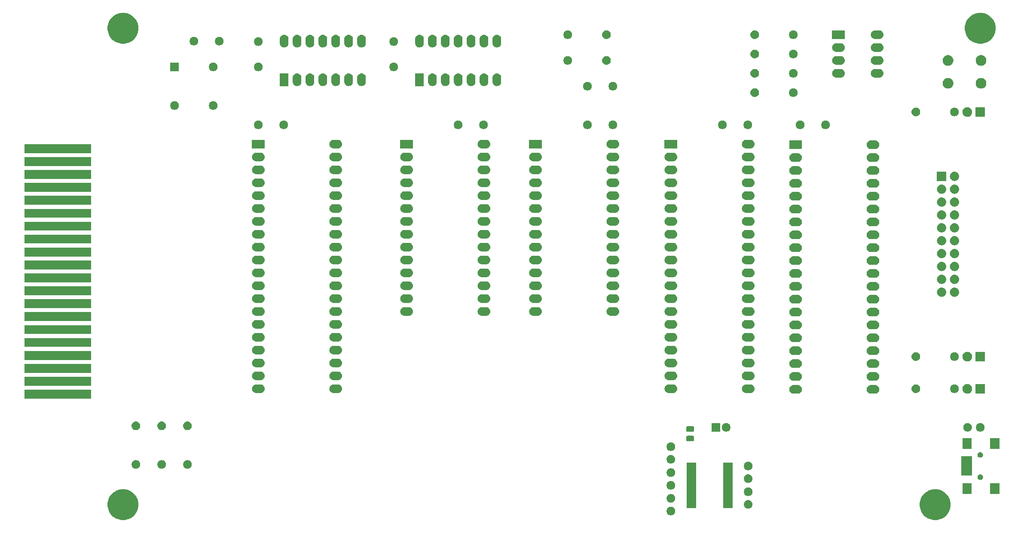
<source format=gbr>
G04 #@! TF.GenerationSoftware,KiCad,Pcbnew,(5.1.2)-1*
G04 #@! TF.CreationDate,2019-08-07T20:20:44+02:00*
G04 #@! TF.ProjectId,Z80Mini,5a38304d-696e-4692-9e6b-696361645f70,rev?*
G04 #@! TF.SameCoordinates,Original*
G04 #@! TF.FileFunction,Soldermask,Top*
G04 #@! TF.FilePolarity,Negative*
%FSLAX46Y46*%
G04 Gerber Fmt 4.6, Leading zero omitted, Abs format (unit mm)*
G04 Created by KiCad (PCBNEW (5.1.2)-1) date 2019-08-07 20:20:44*
%MOMM*%
%LPD*%
G04 APERTURE LIST*
%ADD10C,0.100000*%
G04 APERTURE END LIST*
D10*
G36*
X244729943Y-141846248D02*
G01*
X245285189Y-142076238D01*
X245501840Y-142221000D01*
X245784899Y-142410134D01*
X246209866Y-142835101D01*
X246359001Y-143058297D01*
X246543762Y-143334811D01*
X246773752Y-143890057D01*
X246891000Y-144479501D01*
X246891000Y-145080499D01*
X246773752Y-145669943D01*
X246543762Y-146225189D01*
X246543761Y-146225190D01*
X246209866Y-146724899D01*
X245784899Y-147149866D01*
X245644573Y-147243629D01*
X245285189Y-147483762D01*
X244729943Y-147713752D01*
X244140499Y-147831000D01*
X243539501Y-147831000D01*
X242950057Y-147713752D01*
X242394811Y-147483762D01*
X242035427Y-147243629D01*
X241895101Y-147149866D01*
X241470134Y-146724899D01*
X241136239Y-146225190D01*
X241136238Y-146225189D01*
X240906248Y-145669943D01*
X240789000Y-145080499D01*
X240789000Y-144479501D01*
X240906248Y-143890057D01*
X241136238Y-143334811D01*
X241320999Y-143058297D01*
X241470134Y-142835101D01*
X241895101Y-142410134D01*
X242178160Y-142221000D01*
X242394811Y-142076238D01*
X242950057Y-141846248D01*
X243539501Y-141729000D01*
X244140499Y-141729000D01*
X244729943Y-141846248D01*
X244729943Y-141846248D01*
G37*
G36*
X84709943Y-141846248D02*
G01*
X85265189Y-142076238D01*
X85481840Y-142221000D01*
X85764899Y-142410134D01*
X86189866Y-142835101D01*
X86339001Y-143058297D01*
X86523762Y-143334811D01*
X86753752Y-143890057D01*
X86871000Y-144479501D01*
X86871000Y-145080499D01*
X86753752Y-145669943D01*
X86523762Y-146225189D01*
X86523761Y-146225190D01*
X86189866Y-146724899D01*
X85764899Y-147149866D01*
X85624573Y-147243629D01*
X85265189Y-147483762D01*
X84709943Y-147713752D01*
X84120499Y-147831000D01*
X83519501Y-147831000D01*
X82930057Y-147713752D01*
X82374811Y-147483762D01*
X82015427Y-147243629D01*
X81875101Y-147149866D01*
X81450134Y-146724899D01*
X81116239Y-146225190D01*
X81116238Y-146225189D01*
X80886248Y-145669943D01*
X80769000Y-145080499D01*
X80769000Y-144479501D01*
X80886248Y-143890057D01*
X81116238Y-143334811D01*
X81300999Y-143058297D01*
X81450134Y-142835101D01*
X81875101Y-142410134D01*
X82158160Y-142221000D01*
X82374811Y-142076238D01*
X82930057Y-141846248D01*
X83519501Y-141729000D01*
X84120499Y-141729000D01*
X84709943Y-141846248D01*
X84709943Y-141846248D01*
G37*
G36*
X192018228Y-145231703D02*
G01*
X192173100Y-145295853D01*
X192312481Y-145388985D01*
X192431015Y-145507519D01*
X192524147Y-145646900D01*
X192588297Y-145801772D01*
X192621000Y-145966184D01*
X192621000Y-146133816D01*
X192588297Y-146298228D01*
X192524147Y-146453100D01*
X192431015Y-146592481D01*
X192312481Y-146711015D01*
X192173100Y-146804147D01*
X192018228Y-146868297D01*
X191853816Y-146901000D01*
X191686184Y-146901000D01*
X191521772Y-146868297D01*
X191366900Y-146804147D01*
X191227519Y-146711015D01*
X191108985Y-146592481D01*
X191015853Y-146453100D01*
X190951703Y-146298228D01*
X190919000Y-146133816D01*
X190919000Y-145966184D01*
X190951703Y-145801772D01*
X191015853Y-145646900D01*
X191108985Y-145507519D01*
X191227519Y-145388985D01*
X191366900Y-145295853D01*
X191521772Y-145231703D01*
X191686184Y-145199000D01*
X191853816Y-145199000D01*
X192018228Y-145231703D01*
X192018228Y-145231703D01*
G37*
G36*
X207258228Y-143921703D02*
G01*
X207413100Y-143985853D01*
X207552481Y-144078985D01*
X207671015Y-144197519D01*
X207764147Y-144336900D01*
X207828297Y-144491772D01*
X207861000Y-144656184D01*
X207861000Y-144823816D01*
X207828297Y-144988228D01*
X207764147Y-145143100D01*
X207671015Y-145282481D01*
X207552481Y-145401015D01*
X207413100Y-145494147D01*
X207258228Y-145558297D01*
X207093816Y-145591000D01*
X206926184Y-145591000D01*
X206761772Y-145558297D01*
X206606900Y-145494147D01*
X206467519Y-145401015D01*
X206348985Y-145282481D01*
X206255853Y-145143100D01*
X206191703Y-144988228D01*
X206159000Y-144823816D01*
X206159000Y-144656184D01*
X206191703Y-144491772D01*
X206255853Y-144336900D01*
X206348985Y-144197519D01*
X206467519Y-144078985D01*
X206606900Y-143985853D01*
X206761772Y-143921703D01*
X206926184Y-143889000D01*
X207093816Y-143889000D01*
X207258228Y-143921703D01*
X207258228Y-143921703D01*
G37*
G36*
X203916000Y-145471000D02*
G01*
X202064000Y-145471000D01*
X202064000Y-136469000D01*
X203916000Y-136469000D01*
X203916000Y-145471000D01*
X203916000Y-145471000D01*
G37*
G36*
X196716000Y-145471000D02*
G01*
X194864000Y-145471000D01*
X194864000Y-136469000D01*
X196716000Y-136469000D01*
X196716000Y-145471000D01*
X196716000Y-145471000D01*
G37*
G36*
X192018228Y-142731703D02*
G01*
X192173100Y-142795853D01*
X192312481Y-142888985D01*
X192431015Y-143007519D01*
X192524147Y-143146900D01*
X192588297Y-143301772D01*
X192621000Y-143466184D01*
X192621000Y-143633816D01*
X192588297Y-143798228D01*
X192524147Y-143953100D01*
X192431015Y-144092481D01*
X192312481Y-144211015D01*
X192173100Y-144304147D01*
X192018228Y-144368297D01*
X191853816Y-144401000D01*
X191686184Y-144401000D01*
X191521772Y-144368297D01*
X191366900Y-144304147D01*
X191227519Y-144211015D01*
X191108985Y-144092481D01*
X191015853Y-143953100D01*
X190951703Y-143798228D01*
X190919000Y-143633816D01*
X190919000Y-143466184D01*
X190951703Y-143301772D01*
X191015853Y-143146900D01*
X191108985Y-143007519D01*
X191227519Y-142888985D01*
X191366900Y-142795853D01*
X191521772Y-142731703D01*
X191686184Y-142699000D01*
X191853816Y-142699000D01*
X192018228Y-142731703D01*
X192018228Y-142731703D01*
G37*
G36*
X207258228Y-141421703D02*
G01*
X207413100Y-141485853D01*
X207552481Y-141578985D01*
X207671015Y-141697519D01*
X207764147Y-141836900D01*
X207828297Y-141991772D01*
X207861000Y-142156184D01*
X207861000Y-142323816D01*
X207828297Y-142488228D01*
X207764147Y-142643100D01*
X207671015Y-142782481D01*
X207552481Y-142901015D01*
X207413100Y-142994147D01*
X207258228Y-143058297D01*
X207093816Y-143091000D01*
X206926184Y-143091000D01*
X206761772Y-143058297D01*
X206606900Y-142994147D01*
X206467519Y-142901015D01*
X206348985Y-142782481D01*
X206255853Y-142643100D01*
X206191703Y-142488228D01*
X206159000Y-142323816D01*
X206159000Y-142156184D01*
X206191703Y-141991772D01*
X206255853Y-141836900D01*
X206348985Y-141697519D01*
X206467519Y-141578985D01*
X206606900Y-141485853D01*
X206761772Y-141421703D01*
X206926184Y-141389000D01*
X207093816Y-141389000D01*
X207258228Y-141421703D01*
X207258228Y-141421703D01*
G37*
G36*
X251031000Y-142661000D02*
G01*
X249229000Y-142661000D01*
X249229000Y-140559000D01*
X251031000Y-140559000D01*
X251031000Y-142661000D01*
X251031000Y-142661000D01*
G37*
G36*
X256481000Y-142661000D02*
G01*
X254679000Y-142661000D01*
X254679000Y-140559000D01*
X256481000Y-140559000D01*
X256481000Y-142661000D01*
X256481000Y-142661000D01*
G37*
G36*
X192018228Y-140151703D02*
G01*
X192173100Y-140215853D01*
X192312481Y-140308985D01*
X192431015Y-140427519D01*
X192524147Y-140566900D01*
X192588297Y-140721772D01*
X192621000Y-140886184D01*
X192621000Y-141053816D01*
X192588297Y-141218228D01*
X192524147Y-141373100D01*
X192431015Y-141512481D01*
X192312481Y-141631015D01*
X192173100Y-141724147D01*
X192018228Y-141788297D01*
X191853816Y-141821000D01*
X191686184Y-141821000D01*
X191521772Y-141788297D01*
X191366900Y-141724147D01*
X191227519Y-141631015D01*
X191108985Y-141512481D01*
X191015853Y-141373100D01*
X190951703Y-141218228D01*
X190919000Y-141053816D01*
X190919000Y-140886184D01*
X190951703Y-140721772D01*
X191015853Y-140566900D01*
X191108985Y-140427519D01*
X191227519Y-140308985D01*
X191366900Y-140215853D01*
X191521772Y-140151703D01*
X191686184Y-140119000D01*
X191853816Y-140119000D01*
X192018228Y-140151703D01*
X192018228Y-140151703D01*
G37*
G36*
X207258228Y-138841703D02*
G01*
X207413100Y-138905853D01*
X207552481Y-138998985D01*
X207671015Y-139117519D01*
X207764147Y-139256900D01*
X207828297Y-139411772D01*
X207861000Y-139576184D01*
X207861000Y-139743816D01*
X207828297Y-139908228D01*
X207764147Y-140063100D01*
X207671015Y-140202481D01*
X207552481Y-140321015D01*
X207413100Y-140414147D01*
X207258228Y-140478297D01*
X207093816Y-140511000D01*
X206926184Y-140511000D01*
X206761772Y-140478297D01*
X206606900Y-140414147D01*
X206467519Y-140321015D01*
X206348985Y-140202481D01*
X206255853Y-140063100D01*
X206191703Y-139908228D01*
X206159000Y-139743816D01*
X206159000Y-139576184D01*
X206191703Y-139411772D01*
X206255853Y-139256900D01*
X206348985Y-139117519D01*
X206467519Y-138998985D01*
X206606900Y-138905853D01*
X206761772Y-138841703D01*
X206926184Y-138809000D01*
X207093816Y-138809000D01*
X207258228Y-138841703D01*
X207258228Y-138841703D01*
G37*
G36*
X252890721Y-138830174D02*
G01*
X252990995Y-138871709D01*
X253035812Y-138901655D01*
X253081242Y-138932010D01*
X253157990Y-139008758D01*
X253188345Y-139054188D01*
X253218291Y-139099005D01*
X253259826Y-139199279D01*
X253281000Y-139305730D01*
X253281000Y-139414270D01*
X253259826Y-139520721D01*
X253218291Y-139620995D01*
X253188345Y-139665812D01*
X253157990Y-139711242D01*
X253081242Y-139787990D01*
X253035812Y-139818345D01*
X252990995Y-139848291D01*
X252890721Y-139889826D01*
X252784270Y-139911000D01*
X252675730Y-139911000D01*
X252569279Y-139889826D01*
X252469005Y-139848291D01*
X252424188Y-139818345D01*
X252378758Y-139787990D01*
X252302010Y-139711242D01*
X252271655Y-139665812D01*
X252241709Y-139620995D01*
X252200174Y-139520721D01*
X252179000Y-139414270D01*
X252179000Y-139305730D01*
X252200174Y-139199279D01*
X252241709Y-139099005D01*
X252271655Y-139054188D01*
X252302010Y-139008758D01*
X252378758Y-138932010D01*
X252424188Y-138901655D01*
X252469005Y-138871709D01*
X252569279Y-138830174D01*
X252675730Y-138809000D01*
X252784270Y-138809000D01*
X252890721Y-138830174D01*
X252890721Y-138830174D01*
G37*
G36*
X192018228Y-137651703D02*
G01*
X192173100Y-137715853D01*
X192312481Y-137808985D01*
X192431015Y-137927519D01*
X192524147Y-138066900D01*
X192588297Y-138221772D01*
X192621000Y-138386184D01*
X192621000Y-138553816D01*
X192588297Y-138718228D01*
X192524147Y-138873100D01*
X192431015Y-139012481D01*
X192312481Y-139131015D01*
X192173100Y-139224147D01*
X192018228Y-139288297D01*
X191853816Y-139321000D01*
X191686184Y-139321000D01*
X191521772Y-139288297D01*
X191366900Y-139224147D01*
X191227519Y-139131015D01*
X191108985Y-139012481D01*
X191015853Y-138873100D01*
X190951703Y-138718228D01*
X190919000Y-138553816D01*
X190919000Y-138386184D01*
X190951703Y-138221772D01*
X191015853Y-138066900D01*
X191108985Y-137927519D01*
X191227519Y-137808985D01*
X191366900Y-137715853D01*
X191521772Y-137651703D01*
X191686184Y-137619000D01*
X191853816Y-137619000D01*
X192018228Y-137651703D01*
X192018228Y-137651703D01*
G37*
G36*
X251081000Y-139061000D02*
G01*
X248979000Y-139061000D01*
X248979000Y-135259000D01*
X251081000Y-135259000D01*
X251081000Y-139061000D01*
X251081000Y-139061000D01*
G37*
G36*
X207258228Y-136341703D02*
G01*
X207413100Y-136405853D01*
X207552481Y-136498985D01*
X207671015Y-136617519D01*
X207764147Y-136756900D01*
X207828297Y-136911772D01*
X207861000Y-137076184D01*
X207861000Y-137243816D01*
X207828297Y-137408228D01*
X207764147Y-137563100D01*
X207671015Y-137702481D01*
X207552481Y-137821015D01*
X207413100Y-137914147D01*
X207258228Y-137978297D01*
X207093816Y-138011000D01*
X206926184Y-138011000D01*
X206761772Y-137978297D01*
X206606900Y-137914147D01*
X206467519Y-137821015D01*
X206348985Y-137702481D01*
X206255853Y-137563100D01*
X206191703Y-137408228D01*
X206159000Y-137243816D01*
X206159000Y-137076184D01*
X206191703Y-136911772D01*
X206255853Y-136756900D01*
X206348985Y-136617519D01*
X206467519Y-136498985D01*
X206606900Y-136405853D01*
X206761772Y-136341703D01*
X206926184Y-136309000D01*
X207093816Y-136309000D01*
X207258228Y-136341703D01*
X207258228Y-136341703D01*
G37*
G36*
X96768228Y-136041703D02*
G01*
X96923100Y-136105853D01*
X97062481Y-136198985D01*
X97181015Y-136317519D01*
X97274147Y-136456900D01*
X97338297Y-136611772D01*
X97371000Y-136776184D01*
X97371000Y-136943816D01*
X97338297Y-137108228D01*
X97274147Y-137263100D01*
X97181015Y-137402481D01*
X97062481Y-137521015D01*
X96923100Y-137614147D01*
X96768228Y-137678297D01*
X96603816Y-137711000D01*
X96436184Y-137711000D01*
X96271772Y-137678297D01*
X96116900Y-137614147D01*
X95977519Y-137521015D01*
X95858985Y-137402481D01*
X95765853Y-137263100D01*
X95701703Y-137108228D01*
X95669000Y-136943816D01*
X95669000Y-136776184D01*
X95701703Y-136611772D01*
X95765853Y-136456900D01*
X95858985Y-136317519D01*
X95977519Y-136198985D01*
X96116900Y-136105853D01*
X96271772Y-136041703D01*
X96436184Y-136009000D01*
X96603816Y-136009000D01*
X96768228Y-136041703D01*
X96768228Y-136041703D01*
G37*
G36*
X91688228Y-136041703D02*
G01*
X91843100Y-136105853D01*
X91982481Y-136198985D01*
X92101015Y-136317519D01*
X92194147Y-136456900D01*
X92258297Y-136611772D01*
X92291000Y-136776184D01*
X92291000Y-136943816D01*
X92258297Y-137108228D01*
X92194147Y-137263100D01*
X92101015Y-137402481D01*
X91982481Y-137521015D01*
X91843100Y-137614147D01*
X91688228Y-137678297D01*
X91523816Y-137711000D01*
X91356184Y-137711000D01*
X91191772Y-137678297D01*
X91036900Y-137614147D01*
X90897519Y-137521015D01*
X90778985Y-137402481D01*
X90685853Y-137263100D01*
X90621703Y-137108228D01*
X90589000Y-136943816D01*
X90589000Y-136776184D01*
X90621703Y-136611772D01*
X90685853Y-136456900D01*
X90778985Y-136317519D01*
X90897519Y-136198985D01*
X91036900Y-136105853D01*
X91191772Y-136041703D01*
X91356184Y-136009000D01*
X91523816Y-136009000D01*
X91688228Y-136041703D01*
X91688228Y-136041703D01*
G37*
G36*
X86608228Y-136041703D02*
G01*
X86763100Y-136105853D01*
X86902481Y-136198985D01*
X87021015Y-136317519D01*
X87114147Y-136456900D01*
X87178297Y-136611772D01*
X87211000Y-136776184D01*
X87211000Y-136943816D01*
X87178297Y-137108228D01*
X87114147Y-137263100D01*
X87021015Y-137402481D01*
X86902481Y-137521015D01*
X86763100Y-137614147D01*
X86608228Y-137678297D01*
X86443816Y-137711000D01*
X86276184Y-137711000D01*
X86111772Y-137678297D01*
X85956900Y-137614147D01*
X85817519Y-137521015D01*
X85698985Y-137402481D01*
X85605853Y-137263100D01*
X85541703Y-137108228D01*
X85509000Y-136943816D01*
X85509000Y-136776184D01*
X85541703Y-136611772D01*
X85605853Y-136456900D01*
X85698985Y-136317519D01*
X85817519Y-136198985D01*
X85956900Y-136105853D01*
X86111772Y-136041703D01*
X86276184Y-136009000D01*
X86443816Y-136009000D01*
X86608228Y-136041703D01*
X86608228Y-136041703D01*
G37*
G36*
X192018228Y-135031703D02*
G01*
X192173100Y-135095853D01*
X192312481Y-135188985D01*
X192431015Y-135307519D01*
X192524147Y-135446900D01*
X192588297Y-135601772D01*
X192621000Y-135766184D01*
X192621000Y-135933816D01*
X192588297Y-136098228D01*
X192524147Y-136253100D01*
X192431015Y-136392481D01*
X192312481Y-136511015D01*
X192173100Y-136604147D01*
X192018228Y-136668297D01*
X191853816Y-136701000D01*
X191686184Y-136701000D01*
X191521772Y-136668297D01*
X191366900Y-136604147D01*
X191227519Y-136511015D01*
X191108985Y-136392481D01*
X191015853Y-136253100D01*
X190951703Y-136098228D01*
X190919000Y-135933816D01*
X190919000Y-135766184D01*
X190951703Y-135601772D01*
X191015853Y-135446900D01*
X191108985Y-135307519D01*
X191227519Y-135188985D01*
X191366900Y-135095853D01*
X191521772Y-135031703D01*
X191686184Y-134999000D01*
X191853816Y-134999000D01*
X192018228Y-135031703D01*
X192018228Y-135031703D01*
G37*
G36*
X252890721Y-134430174D02*
G01*
X252990995Y-134471709D01*
X252990996Y-134471710D01*
X253081242Y-134532010D01*
X253157990Y-134608758D01*
X253157991Y-134608760D01*
X253218291Y-134699005D01*
X253259826Y-134799279D01*
X253281000Y-134905730D01*
X253281000Y-135014270D01*
X253259826Y-135120721D01*
X253218291Y-135220995D01*
X253218290Y-135220996D01*
X253157990Y-135311242D01*
X253081242Y-135387990D01*
X253035812Y-135418345D01*
X252990995Y-135448291D01*
X252890721Y-135489826D01*
X252784270Y-135511000D01*
X252675730Y-135511000D01*
X252569279Y-135489826D01*
X252469005Y-135448291D01*
X252424188Y-135418345D01*
X252378758Y-135387990D01*
X252302010Y-135311242D01*
X252241710Y-135220996D01*
X252241709Y-135220995D01*
X252200174Y-135120721D01*
X252179000Y-135014270D01*
X252179000Y-134905730D01*
X252200174Y-134799279D01*
X252241709Y-134699005D01*
X252302009Y-134608760D01*
X252302010Y-134608758D01*
X252378758Y-134532010D01*
X252469004Y-134471710D01*
X252469005Y-134471709D01*
X252569279Y-134430174D01*
X252675730Y-134409000D01*
X252784270Y-134409000D01*
X252890721Y-134430174D01*
X252890721Y-134430174D01*
G37*
G36*
X192018228Y-132531703D02*
G01*
X192173100Y-132595853D01*
X192312481Y-132688985D01*
X192431015Y-132807519D01*
X192524147Y-132946900D01*
X192588297Y-133101772D01*
X192621000Y-133266184D01*
X192621000Y-133433816D01*
X192588297Y-133598228D01*
X192524147Y-133753100D01*
X192431015Y-133892481D01*
X192312481Y-134011015D01*
X192173100Y-134104147D01*
X192018228Y-134168297D01*
X191853816Y-134201000D01*
X191686184Y-134201000D01*
X191521772Y-134168297D01*
X191366900Y-134104147D01*
X191227519Y-134011015D01*
X191108985Y-133892481D01*
X191015853Y-133753100D01*
X190951703Y-133598228D01*
X190919000Y-133433816D01*
X190919000Y-133266184D01*
X190951703Y-133101772D01*
X191015853Y-132946900D01*
X191108985Y-132807519D01*
X191227519Y-132688985D01*
X191366900Y-132595853D01*
X191521772Y-132531703D01*
X191686184Y-132499000D01*
X191853816Y-132499000D01*
X192018228Y-132531703D01*
X192018228Y-132531703D01*
G37*
G36*
X256481000Y-133761000D02*
G01*
X254679000Y-133761000D01*
X254679000Y-131659000D01*
X256481000Y-131659000D01*
X256481000Y-133761000D01*
X256481000Y-133761000D01*
G37*
G36*
X251031000Y-133761000D02*
G01*
X249229000Y-133761000D01*
X249229000Y-131659000D01*
X251031000Y-131659000D01*
X251031000Y-133761000D01*
X251031000Y-133761000D01*
G37*
G36*
X196164468Y-131213565D02*
G01*
X196203138Y-131225296D01*
X196238777Y-131244346D01*
X196270017Y-131269983D01*
X196295654Y-131301223D01*
X196314704Y-131336862D01*
X196326435Y-131375532D01*
X196331000Y-131421888D01*
X196331000Y-132073112D01*
X196326435Y-132119468D01*
X196314704Y-132158138D01*
X196295654Y-132193777D01*
X196270017Y-132225017D01*
X196238777Y-132250654D01*
X196203138Y-132269704D01*
X196164468Y-132281435D01*
X196118112Y-132286000D01*
X195041888Y-132286000D01*
X194995532Y-132281435D01*
X194956862Y-132269704D01*
X194921223Y-132250654D01*
X194889983Y-132225017D01*
X194864346Y-132193777D01*
X194845296Y-132158138D01*
X194833565Y-132119468D01*
X194829000Y-132073112D01*
X194829000Y-131421888D01*
X194833565Y-131375532D01*
X194845296Y-131336862D01*
X194864346Y-131301223D01*
X194889983Y-131269983D01*
X194921223Y-131244346D01*
X194956862Y-131225296D01*
X194995532Y-131213565D01*
X195041888Y-131209000D01*
X196118112Y-131209000D01*
X196164468Y-131213565D01*
X196164468Y-131213565D01*
G37*
G36*
X196164468Y-129338565D02*
G01*
X196203138Y-129350296D01*
X196238777Y-129369346D01*
X196270017Y-129394983D01*
X196295654Y-129426223D01*
X196314704Y-129461862D01*
X196326435Y-129500532D01*
X196331000Y-129546888D01*
X196331000Y-130198112D01*
X196326435Y-130244468D01*
X196314704Y-130283138D01*
X196295654Y-130318777D01*
X196270017Y-130350017D01*
X196238777Y-130375654D01*
X196203138Y-130394704D01*
X196164468Y-130406435D01*
X196118112Y-130411000D01*
X195041888Y-130411000D01*
X194995532Y-130406435D01*
X194956862Y-130394704D01*
X194921223Y-130375654D01*
X194889983Y-130350017D01*
X194864346Y-130318777D01*
X194845296Y-130283138D01*
X194833565Y-130244468D01*
X194829000Y-130198112D01*
X194829000Y-129546888D01*
X194833565Y-129500532D01*
X194845296Y-129461862D01*
X194864346Y-129426223D01*
X194889983Y-129394983D01*
X194921223Y-129369346D01*
X194956862Y-129350296D01*
X194995532Y-129338565D01*
X195041888Y-129334000D01*
X196118112Y-129334000D01*
X196164468Y-129338565D01*
X196164468Y-129338565D01*
G37*
G36*
X201511000Y-130391000D02*
G01*
X199809000Y-130391000D01*
X199809000Y-128689000D01*
X201511000Y-128689000D01*
X201511000Y-130391000D01*
X201511000Y-130391000D01*
G37*
G36*
X252978228Y-128721703D02*
G01*
X253133100Y-128785853D01*
X253272481Y-128878985D01*
X253391015Y-128997519D01*
X253484147Y-129136900D01*
X253548297Y-129291772D01*
X253581000Y-129456184D01*
X253581000Y-129623816D01*
X253548297Y-129788228D01*
X253484147Y-129943100D01*
X253391015Y-130082481D01*
X253272481Y-130201015D01*
X253133100Y-130294147D01*
X252978228Y-130358297D01*
X252813816Y-130391000D01*
X252646184Y-130391000D01*
X252481772Y-130358297D01*
X252326900Y-130294147D01*
X252187519Y-130201015D01*
X252068985Y-130082481D01*
X251975853Y-129943100D01*
X251911703Y-129788228D01*
X251879000Y-129623816D01*
X251879000Y-129456184D01*
X251911703Y-129291772D01*
X251975853Y-129136900D01*
X252068985Y-128997519D01*
X252187519Y-128878985D01*
X252326900Y-128785853D01*
X252481772Y-128721703D01*
X252646184Y-128689000D01*
X252813816Y-128689000D01*
X252978228Y-128721703D01*
X252978228Y-128721703D01*
G37*
G36*
X202908228Y-128721703D02*
G01*
X203063100Y-128785853D01*
X203202481Y-128878985D01*
X203321015Y-128997519D01*
X203414147Y-129136900D01*
X203478297Y-129291772D01*
X203511000Y-129456184D01*
X203511000Y-129623816D01*
X203478297Y-129788228D01*
X203414147Y-129943100D01*
X203321015Y-130082481D01*
X203202481Y-130201015D01*
X203063100Y-130294147D01*
X202908228Y-130358297D01*
X202743816Y-130391000D01*
X202576184Y-130391000D01*
X202411772Y-130358297D01*
X202256900Y-130294147D01*
X202117519Y-130201015D01*
X201998985Y-130082481D01*
X201905853Y-129943100D01*
X201841703Y-129788228D01*
X201809000Y-129623816D01*
X201809000Y-129456184D01*
X201841703Y-129291772D01*
X201905853Y-129136900D01*
X201998985Y-128997519D01*
X202117519Y-128878985D01*
X202256900Y-128785853D01*
X202411772Y-128721703D01*
X202576184Y-128689000D01*
X202743816Y-128689000D01*
X202908228Y-128721703D01*
X202908228Y-128721703D01*
G37*
G36*
X250478228Y-128721703D02*
G01*
X250633100Y-128785853D01*
X250772481Y-128878985D01*
X250891015Y-128997519D01*
X250984147Y-129136900D01*
X251048297Y-129291772D01*
X251081000Y-129456184D01*
X251081000Y-129623816D01*
X251048297Y-129788228D01*
X250984147Y-129943100D01*
X250891015Y-130082481D01*
X250772481Y-130201015D01*
X250633100Y-130294147D01*
X250478228Y-130358297D01*
X250313816Y-130391000D01*
X250146184Y-130391000D01*
X249981772Y-130358297D01*
X249826900Y-130294147D01*
X249687519Y-130201015D01*
X249568985Y-130082481D01*
X249475853Y-129943100D01*
X249411703Y-129788228D01*
X249379000Y-129623816D01*
X249379000Y-129456184D01*
X249411703Y-129291772D01*
X249475853Y-129136900D01*
X249568985Y-128997519D01*
X249687519Y-128878985D01*
X249826900Y-128785853D01*
X249981772Y-128721703D01*
X250146184Y-128689000D01*
X250313816Y-128689000D01*
X250478228Y-128721703D01*
X250478228Y-128721703D01*
G37*
G36*
X96686823Y-128401313D02*
G01*
X96847242Y-128449976D01*
X96979906Y-128520886D01*
X96995078Y-128528996D01*
X97124659Y-128635341D01*
X97231004Y-128764922D01*
X97231005Y-128764924D01*
X97310024Y-128912758D01*
X97358687Y-129073177D01*
X97375117Y-129240000D01*
X97358687Y-129406823D01*
X97310024Y-129567242D01*
X97239114Y-129699906D01*
X97231004Y-129715078D01*
X97124659Y-129844659D01*
X96995078Y-129951004D01*
X96995076Y-129951005D01*
X96847242Y-130030024D01*
X96686823Y-130078687D01*
X96561804Y-130091000D01*
X96478196Y-130091000D01*
X96353177Y-130078687D01*
X96192758Y-130030024D01*
X96044924Y-129951005D01*
X96044922Y-129951004D01*
X95915341Y-129844659D01*
X95808996Y-129715078D01*
X95800886Y-129699906D01*
X95729976Y-129567242D01*
X95681313Y-129406823D01*
X95664883Y-129240000D01*
X95681313Y-129073177D01*
X95729976Y-128912758D01*
X95808995Y-128764924D01*
X95808996Y-128764922D01*
X95915341Y-128635341D01*
X96044922Y-128528996D01*
X96060094Y-128520886D01*
X96192758Y-128449976D01*
X96353177Y-128401313D01*
X96478196Y-128389000D01*
X96561804Y-128389000D01*
X96686823Y-128401313D01*
X96686823Y-128401313D01*
G37*
G36*
X91606823Y-128401313D02*
G01*
X91767242Y-128449976D01*
X91899906Y-128520886D01*
X91915078Y-128528996D01*
X92044659Y-128635341D01*
X92151004Y-128764922D01*
X92151005Y-128764924D01*
X92230024Y-128912758D01*
X92278687Y-129073177D01*
X92295117Y-129240000D01*
X92278687Y-129406823D01*
X92230024Y-129567242D01*
X92159114Y-129699906D01*
X92151004Y-129715078D01*
X92044659Y-129844659D01*
X91915078Y-129951004D01*
X91915076Y-129951005D01*
X91767242Y-130030024D01*
X91606823Y-130078687D01*
X91481804Y-130091000D01*
X91398196Y-130091000D01*
X91273177Y-130078687D01*
X91112758Y-130030024D01*
X90964924Y-129951005D01*
X90964922Y-129951004D01*
X90835341Y-129844659D01*
X90728996Y-129715078D01*
X90720886Y-129699906D01*
X90649976Y-129567242D01*
X90601313Y-129406823D01*
X90584883Y-129240000D01*
X90601313Y-129073177D01*
X90649976Y-128912758D01*
X90728995Y-128764924D01*
X90728996Y-128764922D01*
X90835341Y-128635341D01*
X90964922Y-128528996D01*
X90980094Y-128520886D01*
X91112758Y-128449976D01*
X91273177Y-128401313D01*
X91398196Y-128389000D01*
X91481804Y-128389000D01*
X91606823Y-128401313D01*
X91606823Y-128401313D01*
G37*
G36*
X86526823Y-128401313D02*
G01*
X86687242Y-128449976D01*
X86819906Y-128520886D01*
X86835078Y-128528996D01*
X86964659Y-128635341D01*
X87071004Y-128764922D01*
X87071005Y-128764924D01*
X87150024Y-128912758D01*
X87198687Y-129073177D01*
X87215117Y-129240000D01*
X87198687Y-129406823D01*
X87150024Y-129567242D01*
X87079114Y-129699906D01*
X87071004Y-129715078D01*
X86964659Y-129844659D01*
X86835078Y-129951004D01*
X86835076Y-129951005D01*
X86687242Y-130030024D01*
X86526823Y-130078687D01*
X86401804Y-130091000D01*
X86318196Y-130091000D01*
X86193177Y-130078687D01*
X86032758Y-130030024D01*
X85884924Y-129951005D01*
X85884922Y-129951004D01*
X85755341Y-129844659D01*
X85648996Y-129715078D01*
X85640886Y-129699906D01*
X85569976Y-129567242D01*
X85521313Y-129406823D01*
X85504883Y-129240000D01*
X85521313Y-129073177D01*
X85569976Y-128912758D01*
X85648995Y-128764924D01*
X85648996Y-128764922D01*
X85755341Y-128635341D01*
X85884922Y-128528996D01*
X85900094Y-128520886D01*
X86032758Y-128449976D01*
X86193177Y-128401313D01*
X86318196Y-128389000D01*
X86401804Y-128389000D01*
X86526823Y-128401313D01*
X86526823Y-128401313D01*
G37*
G36*
X77544000Y-123875000D02*
G01*
X64442000Y-123875000D01*
X64442000Y-122123000D01*
X77544000Y-122123000D01*
X77544000Y-123875000D01*
X77544000Y-123875000D01*
G37*
G36*
X216916823Y-121201313D02*
G01*
X217077242Y-121249976D01*
X217196598Y-121313773D01*
X217225078Y-121328996D01*
X217354659Y-121435341D01*
X217461004Y-121564922D01*
X217461005Y-121564924D01*
X217540024Y-121712758D01*
X217588687Y-121873177D01*
X217605117Y-122040000D01*
X217588687Y-122206823D01*
X217540024Y-122367242D01*
X217469114Y-122499906D01*
X217461004Y-122515078D01*
X217354659Y-122644659D01*
X217225078Y-122751004D01*
X217225076Y-122751005D01*
X217077242Y-122830024D01*
X217077239Y-122830025D01*
X217047380Y-122839083D01*
X216916823Y-122878687D01*
X216791804Y-122891000D01*
X215908196Y-122891000D01*
X215783177Y-122878687D01*
X215652620Y-122839083D01*
X215622761Y-122830025D01*
X215622758Y-122830024D01*
X215474924Y-122751005D01*
X215474922Y-122751004D01*
X215345341Y-122644659D01*
X215238996Y-122515078D01*
X215230886Y-122499906D01*
X215159976Y-122367242D01*
X215111313Y-122206823D01*
X215094883Y-122040000D01*
X215111313Y-121873177D01*
X215159976Y-121712758D01*
X215238995Y-121564924D01*
X215238996Y-121564922D01*
X215345341Y-121435341D01*
X215474922Y-121328996D01*
X215503402Y-121313773D01*
X215622758Y-121249976D01*
X215783177Y-121201313D01*
X215908196Y-121189000D01*
X216791804Y-121189000D01*
X216916823Y-121201313D01*
X216916823Y-121201313D01*
G37*
G36*
X232156823Y-121201313D02*
G01*
X232317242Y-121249976D01*
X232436598Y-121313773D01*
X232465078Y-121328996D01*
X232594659Y-121435341D01*
X232701004Y-121564922D01*
X232701005Y-121564924D01*
X232780024Y-121712758D01*
X232828687Y-121873177D01*
X232845117Y-122040000D01*
X232828687Y-122206823D01*
X232780024Y-122367242D01*
X232709114Y-122499906D01*
X232701004Y-122515078D01*
X232594659Y-122644659D01*
X232465078Y-122751004D01*
X232465076Y-122751005D01*
X232317242Y-122830024D01*
X232317239Y-122830025D01*
X232287380Y-122839083D01*
X232156823Y-122878687D01*
X232031804Y-122891000D01*
X231148196Y-122891000D01*
X231023177Y-122878687D01*
X230892620Y-122839083D01*
X230862761Y-122830025D01*
X230862758Y-122830024D01*
X230714924Y-122751005D01*
X230714922Y-122751004D01*
X230585341Y-122644659D01*
X230478996Y-122515078D01*
X230470886Y-122499906D01*
X230399976Y-122367242D01*
X230351313Y-122206823D01*
X230334883Y-122040000D01*
X230351313Y-121873177D01*
X230399976Y-121712758D01*
X230478995Y-121564924D01*
X230478996Y-121564922D01*
X230585341Y-121435341D01*
X230714922Y-121328996D01*
X230743402Y-121313773D01*
X230862758Y-121249976D01*
X231023177Y-121201313D01*
X231148196Y-121189000D01*
X232031804Y-121189000D01*
X232156823Y-121201313D01*
X232156823Y-121201313D01*
G37*
G36*
X250467395Y-121005546D02*
G01*
X250640466Y-121077234D01*
X250646572Y-121081314D01*
X250796227Y-121181310D01*
X250928690Y-121313773D01*
X250971284Y-121377520D01*
X251032766Y-121469534D01*
X251104454Y-121642605D01*
X251141000Y-121826333D01*
X251141000Y-122013667D01*
X251104454Y-122197395D01*
X251032766Y-122370466D01*
X251032765Y-122370467D01*
X250928690Y-122526227D01*
X250796227Y-122658690D01*
X250773092Y-122674148D01*
X250640466Y-122762766D01*
X250467395Y-122834454D01*
X250283667Y-122871000D01*
X250096333Y-122871000D01*
X249912605Y-122834454D01*
X249739534Y-122762766D01*
X249606908Y-122674148D01*
X249583773Y-122658690D01*
X249451310Y-122526227D01*
X249347235Y-122370467D01*
X249347234Y-122370466D01*
X249275546Y-122197395D01*
X249239000Y-122013667D01*
X249239000Y-121826333D01*
X249275546Y-121642605D01*
X249347234Y-121469534D01*
X249408716Y-121377520D01*
X249451310Y-121313773D01*
X249583773Y-121181310D01*
X249733428Y-121081314D01*
X249739534Y-121077234D01*
X249912605Y-121005546D01*
X250096333Y-120969000D01*
X250283667Y-120969000D01*
X250467395Y-121005546D01*
X250467395Y-121005546D01*
G37*
G36*
X253681000Y-122871000D02*
G01*
X251779000Y-122871000D01*
X251779000Y-120969000D01*
X253681000Y-120969000D01*
X253681000Y-122871000D01*
X253681000Y-122871000D01*
G37*
G36*
X240196823Y-121081313D02*
G01*
X240357242Y-121129976D01*
X240424361Y-121165852D01*
X240505078Y-121208996D01*
X240634659Y-121315341D01*
X240741004Y-121444922D01*
X240741005Y-121444924D01*
X240820024Y-121592758D01*
X240868687Y-121753177D01*
X240885117Y-121920000D01*
X240868687Y-122086823D01*
X240820024Y-122247242D01*
X240779477Y-122323100D01*
X240741004Y-122395078D01*
X240634659Y-122524659D01*
X240505078Y-122631004D01*
X240505076Y-122631005D01*
X240357242Y-122710024D01*
X240196823Y-122758687D01*
X240071804Y-122771000D01*
X239988196Y-122771000D01*
X239863177Y-122758687D01*
X239702758Y-122710024D01*
X239554924Y-122631005D01*
X239554922Y-122631004D01*
X239425341Y-122524659D01*
X239318996Y-122395078D01*
X239280523Y-122323100D01*
X239239976Y-122247242D01*
X239191313Y-122086823D01*
X239174883Y-121920000D01*
X239191313Y-121753177D01*
X239239976Y-121592758D01*
X239318995Y-121444924D01*
X239318996Y-121444922D01*
X239425341Y-121315341D01*
X239554922Y-121208996D01*
X239635639Y-121165852D01*
X239702758Y-121129976D01*
X239863177Y-121081313D01*
X239988196Y-121069000D01*
X240071804Y-121069000D01*
X240196823Y-121081313D01*
X240196823Y-121081313D01*
G37*
G36*
X207576823Y-121081313D02*
G01*
X207737242Y-121129976D01*
X207804361Y-121165852D01*
X207885078Y-121208996D01*
X208014659Y-121315341D01*
X208121004Y-121444922D01*
X208121005Y-121444924D01*
X208200024Y-121592758D01*
X208248687Y-121753177D01*
X208265117Y-121920000D01*
X208248687Y-122086823D01*
X208200024Y-122247242D01*
X208159477Y-122323100D01*
X208121004Y-122395078D01*
X208014659Y-122524659D01*
X207885078Y-122631004D01*
X207885076Y-122631005D01*
X207737242Y-122710024D01*
X207576823Y-122758687D01*
X207451804Y-122771000D01*
X206568196Y-122771000D01*
X206443177Y-122758687D01*
X206282758Y-122710024D01*
X206134924Y-122631005D01*
X206134922Y-122631004D01*
X206005341Y-122524659D01*
X205898996Y-122395078D01*
X205860523Y-122323100D01*
X205819976Y-122247242D01*
X205771313Y-122086823D01*
X205754883Y-121920000D01*
X205771313Y-121753177D01*
X205819976Y-121592758D01*
X205898995Y-121444924D01*
X205898996Y-121444922D01*
X206005341Y-121315341D01*
X206134922Y-121208996D01*
X206215639Y-121165852D01*
X206282758Y-121129976D01*
X206443177Y-121081313D01*
X206568196Y-121069000D01*
X207451804Y-121069000D01*
X207576823Y-121081313D01*
X207576823Y-121081313D01*
G37*
G36*
X192336823Y-121081313D02*
G01*
X192497242Y-121129976D01*
X192564361Y-121165852D01*
X192645078Y-121208996D01*
X192774659Y-121315341D01*
X192881004Y-121444922D01*
X192881005Y-121444924D01*
X192960024Y-121592758D01*
X193008687Y-121753177D01*
X193025117Y-121920000D01*
X193008687Y-122086823D01*
X192960024Y-122247242D01*
X192919477Y-122323100D01*
X192881004Y-122395078D01*
X192774659Y-122524659D01*
X192645078Y-122631004D01*
X192645076Y-122631005D01*
X192497242Y-122710024D01*
X192336823Y-122758687D01*
X192211804Y-122771000D01*
X191328196Y-122771000D01*
X191203177Y-122758687D01*
X191042758Y-122710024D01*
X190894924Y-122631005D01*
X190894922Y-122631004D01*
X190765341Y-122524659D01*
X190658996Y-122395078D01*
X190620523Y-122323100D01*
X190579976Y-122247242D01*
X190531313Y-122086823D01*
X190514883Y-121920000D01*
X190531313Y-121753177D01*
X190579976Y-121592758D01*
X190658995Y-121444924D01*
X190658996Y-121444922D01*
X190765341Y-121315341D01*
X190894922Y-121208996D01*
X190975639Y-121165852D01*
X191042758Y-121129976D01*
X191203177Y-121081313D01*
X191328196Y-121069000D01*
X192211804Y-121069000D01*
X192336823Y-121081313D01*
X192336823Y-121081313D01*
G37*
G36*
X126296823Y-121081313D02*
G01*
X126457242Y-121129976D01*
X126524361Y-121165852D01*
X126605078Y-121208996D01*
X126734659Y-121315341D01*
X126841004Y-121444922D01*
X126841005Y-121444924D01*
X126920024Y-121592758D01*
X126968687Y-121753177D01*
X126985117Y-121920000D01*
X126968687Y-122086823D01*
X126920024Y-122247242D01*
X126879477Y-122323100D01*
X126841004Y-122395078D01*
X126734659Y-122524659D01*
X126605078Y-122631004D01*
X126605076Y-122631005D01*
X126457242Y-122710024D01*
X126296823Y-122758687D01*
X126171804Y-122771000D01*
X125288196Y-122771000D01*
X125163177Y-122758687D01*
X125002758Y-122710024D01*
X124854924Y-122631005D01*
X124854922Y-122631004D01*
X124725341Y-122524659D01*
X124618996Y-122395078D01*
X124580523Y-122323100D01*
X124539976Y-122247242D01*
X124491313Y-122086823D01*
X124474883Y-121920000D01*
X124491313Y-121753177D01*
X124539976Y-121592758D01*
X124618995Y-121444924D01*
X124618996Y-121444922D01*
X124725341Y-121315341D01*
X124854922Y-121208996D01*
X124935639Y-121165852D01*
X125002758Y-121129976D01*
X125163177Y-121081313D01*
X125288196Y-121069000D01*
X126171804Y-121069000D01*
X126296823Y-121081313D01*
X126296823Y-121081313D01*
G37*
G36*
X247898228Y-121101703D02*
G01*
X248053100Y-121165853D01*
X248192481Y-121258985D01*
X248311015Y-121377519D01*
X248404147Y-121516900D01*
X248468297Y-121671772D01*
X248501000Y-121836184D01*
X248501000Y-122003816D01*
X248468297Y-122168228D01*
X248404147Y-122323100D01*
X248311015Y-122462481D01*
X248192481Y-122581015D01*
X248053100Y-122674147D01*
X247898228Y-122738297D01*
X247733816Y-122771000D01*
X247566184Y-122771000D01*
X247401772Y-122738297D01*
X247246900Y-122674147D01*
X247107519Y-122581015D01*
X246988985Y-122462481D01*
X246895853Y-122323100D01*
X246831703Y-122168228D01*
X246799000Y-122003816D01*
X246799000Y-121836184D01*
X246831703Y-121671772D01*
X246895853Y-121516900D01*
X246988985Y-121377519D01*
X247107519Y-121258985D01*
X247246900Y-121165853D01*
X247401772Y-121101703D01*
X247566184Y-121069000D01*
X247733816Y-121069000D01*
X247898228Y-121101703D01*
X247898228Y-121101703D01*
G37*
G36*
X111056823Y-121081313D02*
G01*
X111217242Y-121129976D01*
X111284361Y-121165852D01*
X111365078Y-121208996D01*
X111494659Y-121315341D01*
X111601004Y-121444922D01*
X111601005Y-121444924D01*
X111680024Y-121592758D01*
X111728687Y-121753177D01*
X111745117Y-121920000D01*
X111728687Y-122086823D01*
X111680024Y-122247242D01*
X111639477Y-122323100D01*
X111601004Y-122395078D01*
X111494659Y-122524659D01*
X111365078Y-122631004D01*
X111365076Y-122631005D01*
X111217242Y-122710024D01*
X111056823Y-122758687D01*
X110931804Y-122771000D01*
X110048196Y-122771000D01*
X109923177Y-122758687D01*
X109762758Y-122710024D01*
X109614924Y-122631005D01*
X109614922Y-122631004D01*
X109485341Y-122524659D01*
X109378996Y-122395078D01*
X109340523Y-122323100D01*
X109299976Y-122247242D01*
X109251313Y-122086823D01*
X109234883Y-121920000D01*
X109251313Y-121753177D01*
X109299976Y-121592758D01*
X109378995Y-121444924D01*
X109378996Y-121444922D01*
X109485341Y-121315341D01*
X109614922Y-121208996D01*
X109695639Y-121165852D01*
X109762758Y-121129976D01*
X109923177Y-121081313D01*
X110048196Y-121069000D01*
X110931804Y-121069000D01*
X111056823Y-121081313D01*
X111056823Y-121081313D01*
G37*
G36*
X77544000Y-121325000D02*
G01*
X64442000Y-121325000D01*
X64442000Y-119573000D01*
X77544000Y-119573000D01*
X77544000Y-121325000D01*
X77544000Y-121325000D01*
G37*
G36*
X216916823Y-118661313D02*
G01*
X217077242Y-118709976D01*
X217198893Y-118775000D01*
X217225078Y-118788996D01*
X217354659Y-118895341D01*
X217461004Y-119024922D01*
X217461005Y-119024924D01*
X217540024Y-119172758D01*
X217588687Y-119333177D01*
X217605117Y-119500000D01*
X217588687Y-119666823D01*
X217540024Y-119827242D01*
X217525146Y-119855076D01*
X217461004Y-119975078D01*
X217354659Y-120104659D01*
X217225078Y-120211004D01*
X217225076Y-120211005D01*
X217077242Y-120290024D01*
X216916823Y-120338687D01*
X216791804Y-120351000D01*
X215908196Y-120351000D01*
X215783177Y-120338687D01*
X215622758Y-120290024D01*
X215474924Y-120211005D01*
X215474922Y-120211004D01*
X215345341Y-120104659D01*
X215238996Y-119975078D01*
X215174854Y-119855076D01*
X215159976Y-119827242D01*
X215111313Y-119666823D01*
X215094883Y-119500000D01*
X215111313Y-119333177D01*
X215159976Y-119172758D01*
X215238995Y-119024924D01*
X215238996Y-119024922D01*
X215345341Y-118895341D01*
X215474922Y-118788996D01*
X215501107Y-118775000D01*
X215622758Y-118709976D01*
X215783177Y-118661313D01*
X215908196Y-118649000D01*
X216791804Y-118649000D01*
X216916823Y-118661313D01*
X216916823Y-118661313D01*
G37*
G36*
X232156823Y-118661313D02*
G01*
X232317242Y-118709976D01*
X232438893Y-118775000D01*
X232465078Y-118788996D01*
X232594659Y-118895341D01*
X232701004Y-119024922D01*
X232701005Y-119024924D01*
X232780024Y-119172758D01*
X232828687Y-119333177D01*
X232845117Y-119500000D01*
X232828687Y-119666823D01*
X232780024Y-119827242D01*
X232765146Y-119855076D01*
X232701004Y-119975078D01*
X232594659Y-120104659D01*
X232465078Y-120211004D01*
X232465076Y-120211005D01*
X232317242Y-120290024D01*
X232156823Y-120338687D01*
X232031804Y-120351000D01*
X231148196Y-120351000D01*
X231023177Y-120338687D01*
X230862758Y-120290024D01*
X230714924Y-120211005D01*
X230714922Y-120211004D01*
X230585341Y-120104659D01*
X230478996Y-119975078D01*
X230414854Y-119855076D01*
X230399976Y-119827242D01*
X230351313Y-119666823D01*
X230334883Y-119500000D01*
X230351313Y-119333177D01*
X230399976Y-119172758D01*
X230478995Y-119024924D01*
X230478996Y-119024922D01*
X230585341Y-118895341D01*
X230714922Y-118788996D01*
X230741107Y-118775000D01*
X230862758Y-118709976D01*
X231023177Y-118661313D01*
X231148196Y-118649000D01*
X232031804Y-118649000D01*
X232156823Y-118661313D01*
X232156823Y-118661313D01*
G37*
G36*
X207576823Y-118541313D02*
G01*
X207737242Y-118589976D01*
X207847668Y-118649000D01*
X207885078Y-118668996D01*
X208014659Y-118775341D01*
X208121004Y-118904922D01*
X208121005Y-118904924D01*
X208200024Y-119052758D01*
X208248687Y-119213177D01*
X208265117Y-119380000D01*
X208248687Y-119546823D01*
X208200024Y-119707242D01*
X208135884Y-119827239D01*
X208121004Y-119855078D01*
X208014659Y-119984659D01*
X207885078Y-120091004D01*
X207885076Y-120091005D01*
X207737242Y-120170024D01*
X207576823Y-120218687D01*
X207451804Y-120231000D01*
X206568196Y-120231000D01*
X206443177Y-120218687D01*
X206282758Y-120170024D01*
X206134924Y-120091005D01*
X206134922Y-120091004D01*
X206005341Y-119984659D01*
X205898996Y-119855078D01*
X205884116Y-119827239D01*
X205819976Y-119707242D01*
X205771313Y-119546823D01*
X205754883Y-119380000D01*
X205771313Y-119213177D01*
X205819976Y-119052758D01*
X205898995Y-118904924D01*
X205898996Y-118904922D01*
X206005341Y-118775341D01*
X206134922Y-118668996D01*
X206172332Y-118649000D01*
X206282758Y-118589976D01*
X206443177Y-118541313D01*
X206568196Y-118529000D01*
X207451804Y-118529000D01*
X207576823Y-118541313D01*
X207576823Y-118541313D01*
G37*
G36*
X192336823Y-118541313D02*
G01*
X192497242Y-118589976D01*
X192607668Y-118649000D01*
X192645078Y-118668996D01*
X192774659Y-118775341D01*
X192881004Y-118904922D01*
X192881005Y-118904924D01*
X192960024Y-119052758D01*
X193008687Y-119213177D01*
X193025117Y-119380000D01*
X193008687Y-119546823D01*
X192960024Y-119707242D01*
X192895884Y-119827239D01*
X192881004Y-119855078D01*
X192774659Y-119984659D01*
X192645078Y-120091004D01*
X192645076Y-120091005D01*
X192497242Y-120170024D01*
X192336823Y-120218687D01*
X192211804Y-120231000D01*
X191328196Y-120231000D01*
X191203177Y-120218687D01*
X191042758Y-120170024D01*
X190894924Y-120091005D01*
X190894922Y-120091004D01*
X190765341Y-119984659D01*
X190658996Y-119855078D01*
X190644116Y-119827239D01*
X190579976Y-119707242D01*
X190531313Y-119546823D01*
X190514883Y-119380000D01*
X190531313Y-119213177D01*
X190579976Y-119052758D01*
X190658995Y-118904924D01*
X190658996Y-118904922D01*
X190765341Y-118775341D01*
X190894922Y-118668996D01*
X190932332Y-118649000D01*
X191042758Y-118589976D01*
X191203177Y-118541313D01*
X191328196Y-118529000D01*
X192211804Y-118529000D01*
X192336823Y-118541313D01*
X192336823Y-118541313D01*
G37*
G36*
X126296823Y-118541313D02*
G01*
X126457242Y-118589976D01*
X126567668Y-118649000D01*
X126605078Y-118668996D01*
X126734659Y-118775341D01*
X126841004Y-118904922D01*
X126841005Y-118904924D01*
X126920024Y-119052758D01*
X126968687Y-119213177D01*
X126985117Y-119380000D01*
X126968687Y-119546823D01*
X126920024Y-119707242D01*
X126855884Y-119827239D01*
X126841004Y-119855078D01*
X126734659Y-119984659D01*
X126605078Y-120091004D01*
X126605076Y-120091005D01*
X126457242Y-120170024D01*
X126296823Y-120218687D01*
X126171804Y-120231000D01*
X125288196Y-120231000D01*
X125163177Y-120218687D01*
X125002758Y-120170024D01*
X124854924Y-120091005D01*
X124854922Y-120091004D01*
X124725341Y-119984659D01*
X124618996Y-119855078D01*
X124604116Y-119827239D01*
X124539976Y-119707242D01*
X124491313Y-119546823D01*
X124474883Y-119380000D01*
X124491313Y-119213177D01*
X124539976Y-119052758D01*
X124618995Y-118904924D01*
X124618996Y-118904922D01*
X124725341Y-118775341D01*
X124854922Y-118668996D01*
X124892332Y-118649000D01*
X125002758Y-118589976D01*
X125163177Y-118541313D01*
X125288196Y-118529000D01*
X126171804Y-118529000D01*
X126296823Y-118541313D01*
X126296823Y-118541313D01*
G37*
G36*
X111056823Y-118541313D02*
G01*
X111217242Y-118589976D01*
X111327668Y-118649000D01*
X111365078Y-118668996D01*
X111494659Y-118775341D01*
X111601004Y-118904922D01*
X111601005Y-118904924D01*
X111680024Y-119052758D01*
X111728687Y-119213177D01*
X111745117Y-119380000D01*
X111728687Y-119546823D01*
X111680024Y-119707242D01*
X111615884Y-119827239D01*
X111601004Y-119855078D01*
X111494659Y-119984659D01*
X111365078Y-120091004D01*
X111365076Y-120091005D01*
X111217242Y-120170024D01*
X111056823Y-120218687D01*
X110931804Y-120231000D01*
X110048196Y-120231000D01*
X109923177Y-120218687D01*
X109762758Y-120170024D01*
X109614924Y-120091005D01*
X109614922Y-120091004D01*
X109485341Y-119984659D01*
X109378996Y-119855078D01*
X109364116Y-119827239D01*
X109299976Y-119707242D01*
X109251313Y-119546823D01*
X109234883Y-119380000D01*
X109251313Y-119213177D01*
X109299976Y-119052758D01*
X109378995Y-118904924D01*
X109378996Y-118904922D01*
X109485341Y-118775341D01*
X109614922Y-118668996D01*
X109652332Y-118649000D01*
X109762758Y-118589976D01*
X109923177Y-118541313D01*
X110048196Y-118529000D01*
X110931804Y-118529000D01*
X111056823Y-118541313D01*
X111056823Y-118541313D01*
G37*
G36*
X77544000Y-118775000D02*
G01*
X64442000Y-118775000D01*
X64442000Y-117023000D01*
X77544000Y-117023000D01*
X77544000Y-118775000D01*
X77544000Y-118775000D01*
G37*
G36*
X232156823Y-116121313D02*
G01*
X232317242Y-116169976D01*
X232431438Y-116231015D01*
X232465078Y-116248996D01*
X232594659Y-116355341D01*
X232701004Y-116484922D01*
X232701005Y-116484924D01*
X232780024Y-116632758D01*
X232828687Y-116793177D01*
X232845117Y-116960000D01*
X232828687Y-117126823D01*
X232780024Y-117287242D01*
X232765146Y-117315076D01*
X232701004Y-117435078D01*
X232594659Y-117564659D01*
X232465078Y-117671004D01*
X232465076Y-117671005D01*
X232317242Y-117750024D01*
X232156823Y-117798687D01*
X232031804Y-117811000D01*
X231148196Y-117811000D01*
X231023177Y-117798687D01*
X230862758Y-117750024D01*
X230714924Y-117671005D01*
X230714922Y-117671004D01*
X230585341Y-117564659D01*
X230478996Y-117435078D01*
X230414854Y-117315076D01*
X230399976Y-117287242D01*
X230351313Y-117126823D01*
X230334883Y-116960000D01*
X230351313Y-116793177D01*
X230399976Y-116632758D01*
X230478995Y-116484924D01*
X230478996Y-116484922D01*
X230585341Y-116355341D01*
X230714922Y-116248996D01*
X230748562Y-116231015D01*
X230862758Y-116169976D01*
X231023177Y-116121313D01*
X231148196Y-116109000D01*
X232031804Y-116109000D01*
X232156823Y-116121313D01*
X232156823Y-116121313D01*
G37*
G36*
X216916823Y-116121313D02*
G01*
X217077242Y-116169976D01*
X217191438Y-116231015D01*
X217225078Y-116248996D01*
X217354659Y-116355341D01*
X217461004Y-116484922D01*
X217461005Y-116484924D01*
X217540024Y-116632758D01*
X217588687Y-116793177D01*
X217605117Y-116960000D01*
X217588687Y-117126823D01*
X217540024Y-117287242D01*
X217525146Y-117315076D01*
X217461004Y-117435078D01*
X217354659Y-117564659D01*
X217225078Y-117671004D01*
X217225076Y-117671005D01*
X217077242Y-117750024D01*
X216916823Y-117798687D01*
X216791804Y-117811000D01*
X215908196Y-117811000D01*
X215783177Y-117798687D01*
X215622758Y-117750024D01*
X215474924Y-117671005D01*
X215474922Y-117671004D01*
X215345341Y-117564659D01*
X215238996Y-117435078D01*
X215174854Y-117315076D01*
X215159976Y-117287242D01*
X215111313Y-117126823D01*
X215094883Y-116960000D01*
X215111313Y-116793177D01*
X215159976Y-116632758D01*
X215238995Y-116484924D01*
X215238996Y-116484922D01*
X215345341Y-116355341D01*
X215474922Y-116248996D01*
X215508562Y-116231015D01*
X215622758Y-116169976D01*
X215783177Y-116121313D01*
X215908196Y-116109000D01*
X216791804Y-116109000D01*
X216916823Y-116121313D01*
X216916823Y-116121313D01*
G37*
G36*
X126296823Y-116001313D02*
G01*
X126457242Y-116049976D01*
X126589906Y-116120886D01*
X126605078Y-116128996D01*
X126734659Y-116235341D01*
X126841004Y-116364922D01*
X126841005Y-116364924D01*
X126920024Y-116512758D01*
X126968687Y-116673177D01*
X126985117Y-116840000D01*
X126968687Y-117006823D01*
X126920024Y-117167242D01*
X126855884Y-117287239D01*
X126841004Y-117315078D01*
X126734659Y-117444659D01*
X126605078Y-117551004D01*
X126605076Y-117551005D01*
X126457242Y-117630024D01*
X126296823Y-117678687D01*
X126171804Y-117691000D01*
X125288196Y-117691000D01*
X125163177Y-117678687D01*
X125002758Y-117630024D01*
X124854924Y-117551005D01*
X124854922Y-117551004D01*
X124725341Y-117444659D01*
X124618996Y-117315078D01*
X124604116Y-117287239D01*
X124539976Y-117167242D01*
X124491313Y-117006823D01*
X124474883Y-116840000D01*
X124491313Y-116673177D01*
X124539976Y-116512758D01*
X124618995Y-116364924D01*
X124618996Y-116364922D01*
X124725341Y-116235341D01*
X124854922Y-116128996D01*
X124870094Y-116120886D01*
X125002758Y-116049976D01*
X125163177Y-116001313D01*
X125288196Y-115989000D01*
X126171804Y-115989000D01*
X126296823Y-116001313D01*
X126296823Y-116001313D01*
G37*
G36*
X207576823Y-116001313D02*
G01*
X207737242Y-116049976D01*
X207869906Y-116120886D01*
X207885078Y-116128996D01*
X208014659Y-116235341D01*
X208121004Y-116364922D01*
X208121005Y-116364924D01*
X208200024Y-116512758D01*
X208248687Y-116673177D01*
X208265117Y-116840000D01*
X208248687Y-117006823D01*
X208200024Y-117167242D01*
X208135884Y-117287239D01*
X208121004Y-117315078D01*
X208014659Y-117444659D01*
X207885078Y-117551004D01*
X207885076Y-117551005D01*
X207737242Y-117630024D01*
X207576823Y-117678687D01*
X207451804Y-117691000D01*
X206568196Y-117691000D01*
X206443177Y-117678687D01*
X206282758Y-117630024D01*
X206134924Y-117551005D01*
X206134922Y-117551004D01*
X206005341Y-117444659D01*
X205898996Y-117315078D01*
X205884116Y-117287239D01*
X205819976Y-117167242D01*
X205771313Y-117006823D01*
X205754883Y-116840000D01*
X205771313Y-116673177D01*
X205819976Y-116512758D01*
X205898995Y-116364924D01*
X205898996Y-116364922D01*
X206005341Y-116235341D01*
X206134922Y-116128996D01*
X206150094Y-116120886D01*
X206282758Y-116049976D01*
X206443177Y-116001313D01*
X206568196Y-115989000D01*
X207451804Y-115989000D01*
X207576823Y-116001313D01*
X207576823Y-116001313D01*
G37*
G36*
X192336823Y-116001313D02*
G01*
X192497242Y-116049976D01*
X192629906Y-116120886D01*
X192645078Y-116128996D01*
X192774659Y-116235341D01*
X192881004Y-116364922D01*
X192881005Y-116364924D01*
X192960024Y-116512758D01*
X193008687Y-116673177D01*
X193025117Y-116840000D01*
X193008687Y-117006823D01*
X192960024Y-117167242D01*
X192895884Y-117287239D01*
X192881004Y-117315078D01*
X192774659Y-117444659D01*
X192645078Y-117551004D01*
X192645076Y-117551005D01*
X192497242Y-117630024D01*
X192336823Y-117678687D01*
X192211804Y-117691000D01*
X191328196Y-117691000D01*
X191203177Y-117678687D01*
X191042758Y-117630024D01*
X190894924Y-117551005D01*
X190894922Y-117551004D01*
X190765341Y-117444659D01*
X190658996Y-117315078D01*
X190644116Y-117287239D01*
X190579976Y-117167242D01*
X190531313Y-117006823D01*
X190514883Y-116840000D01*
X190531313Y-116673177D01*
X190579976Y-116512758D01*
X190658995Y-116364924D01*
X190658996Y-116364922D01*
X190765341Y-116235341D01*
X190894922Y-116128996D01*
X190910094Y-116120886D01*
X191042758Y-116049976D01*
X191203177Y-116001313D01*
X191328196Y-115989000D01*
X192211804Y-115989000D01*
X192336823Y-116001313D01*
X192336823Y-116001313D01*
G37*
G36*
X111056823Y-116001313D02*
G01*
X111217242Y-116049976D01*
X111349906Y-116120886D01*
X111365078Y-116128996D01*
X111494659Y-116235341D01*
X111601004Y-116364922D01*
X111601005Y-116364924D01*
X111680024Y-116512758D01*
X111728687Y-116673177D01*
X111745117Y-116840000D01*
X111728687Y-117006823D01*
X111680024Y-117167242D01*
X111615884Y-117287239D01*
X111601004Y-117315078D01*
X111494659Y-117444659D01*
X111365078Y-117551004D01*
X111365076Y-117551005D01*
X111217242Y-117630024D01*
X111056823Y-117678687D01*
X110931804Y-117691000D01*
X110048196Y-117691000D01*
X109923177Y-117678687D01*
X109762758Y-117630024D01*
X109614924Y-117551005D01*
X109614922Y-117551004D01*
X109485341Y-117444659D01*
X109378996Y-117315078D01*
X109364116Y-117287239D01*
X109299976Y-117167242D01*
X109251313Y-117006823D01*
X109234883Y-116840000D01*
X109251313Y-116673177D01*
X109299976Y-116512758D01*
X109378995Y-116364924D01*
X109378996Y-116364922D01*
X109485341Y-116235341D01*
X109614922Y-116128996D01*
X109630094Y-116120886D01*
X109762758Y-116049976D01*
X109923177Y-116001313D01*
X110048196Y-115989000D01*
X110931804Y-115989000D01*
X111056823Y-116001313D01*
X111056823Y-116001313D01*
G37*
G36*
X253681000Y-116521000D02*
G01*
X251779000Y-116521000D01*
X251779000Y-114619000D01*
X253681000Y-114619000D01*
X253681000Y-116521000D01*
X253681000Y-116521000D01*
G37*
G36*
X250467395Y-114655546D02*
G01*
X250640466Y-114727234D01*
X250712069Y-114775078D01*
X250796227Y-114831310D01*
X250928690Y-114963773D01*
X250971284Y-115027520D01*
X251032766Y-115119534D01*
X251104454Y-115292605D01*
X251141000Y-115476333D01*
X251141000Y-115663667D01*
X251104454Y-115847395D01*
X251032766Y-116020466D01*
X251013048Y-116049976D01*
X250928690Y-116176227D01*
X250796227Y-116308690D01*
X250719400Y-116360024D01*
X250640466Y-116412766D01*
X250467395Y-116484454D01*
X250283667Y-116521000D01*
X250096333Y-116521000D01*
X249912605Y-116484454D01*
X249739534Y-116412766D01*
X249660600Y-116360024D01*
X249583773Y-116308690D01*
X249451310Y-116176227D01*
X249366952Y-116049976D01*
X249347234Y-116020466D01*
X249275546Y-115847395D01*
X249239000Y-115663667D01*
X249239000Y-115476333D01*
X249275546Y-115292605D01*
X249347234Y-115119534D01*
X249408716Y-115027520D01*
X249451310Y-114963773D01*
X249583773Y-114831310D01*
X249667931Y-114775078D01*
X249739534Y-114727234D01*
X249912605Y-114655546D01*
X250096333Y-114619000D01*
X250283667Y-114619000D01*
X250467395Y-114655546D01*
X250467395Y-114655546D01*
G37*
G36*
X240196823Y-114731313D02*
G01*
X240357242Y-114779976D01*
X240424361Y-114815852D01*
X240505078Y-114858996D01*
X240634659Y-114965341D01*
X240741004Y-115094922D01*
X240741005Y-115094924D01*
X240820024Y-115242758D01*
X240868687Y-115403177D01*
X240885117Y-115570000D01*
X240868687Y-115736823D01*
X240820024Y-115897242D01*
X240779477Y-115973100D01*
X240741004Y-116045078D01*
X240634659Y-116174659D01*
X240505078Y-116281004D01*
X240505076Y-116281005D01*
X240357242Y-116360024D01*
X240196823Y-116408687D01*
X240071804Y-116421000D01*
X239988196Y-116421000D01*
X239863177Y-116408687D01*
X239702758Y-116360024D01*
X239554924Y-116281005D01*
X239554922Y-116281004D01*
X239425341Y-116174659D01*
X239318996Y-116045078D01*
X239280523Y-115973100D01*
X239239976Y-115897242D01*
X239191313Y-115736823D01*
X239174883Y-115570000D01*
X239191313Y-115403177D01*
X239239976Y-115242758D01*
X239318995Y-115094924D01*
X239318996Y-115094922D01*
X239425341Y-114965341D01*
X239554922Y-114858996D01*
X239635639Y-114815852D01*
X239702758Y-114779976D01*
X239863177Y-114731313D01*
X239988196Y-114719000D01*
X240071804Y-114719000D01*
X240196823Y-114731313D01*
X240196823Y-114731313D01*
G37*
G36*
X247898228Y-114751703D02*
G01*
X248053100Y-114815853D01*
X248192481Y-114908985D01*
X248311015Y-115027519D01*
X248404147Y-115166900D01*
X248468297Y-115321772D01*
X248501000Y-115486184D01*
X248501000Y-115653816D01*
X248468297Y-115818228D01*
X248404147Y-115973100D01*
X248311015Y-116112481D01*
X248192481Y-116231015D01*
X248053100Y-116324147D01*
X247898228Y-116388297D01*
X247733816Y-116421000D01*
X247566184Y-116421000D01*
X247401772Y-116388297D01*
X247246900Y-116324147D01*
X247107519Y-116231015D01*
X246988985Y-116112481D01*
X246895853Y-115973100D01*
X246831703Y-115818228D01*
X246799000Y-115653816D01*
X246799000Y-115486184D01*
X246831703Y-115321772D01*
X246895853Y-115166900D01*
X246988985Y-115027519D01*
X247107519Y-114908985D01*
X247246900Y-114815853D01*
X247401772Y-114751703D01*
X247566184Y-114719000D01*
X247733816Y-114719000D01*
X247898228Y-114751703D01*
X247898228Y-114751703D01*
G37*
G36*
X77544000Y-116225000D02*
G01*
X64442000Y-116225000D01*
X64442000Y-114473000D01*
X77544000Y-114473000D01*
X77544000Y-116225000D01*
X77544000Y-116225000D01*
G37*
G36*
X232156823Y-113581313D02*
G01*
X232317242Y-113629976D01*
X232439531Y-113695341D01*
X232465078Y-113708996D01*
X232594659Y-113815341D01*
X232701004Y-113944922D01*
X232701005Y-113944924D01*
X232780024Y-114092758D01*
X232828687Y-114253177D01*
X232845117Y-114420000D01*
X232828687Y-114586823D01*
X232780024Y-114747242D01*
X232720291Y-114858995D01*
X232701004Y-114895078D01*
X232594659Y-115024659D01*
X232465078Y-115131004D01*
X232465076Y-115131005D01*
X232317242Y-115210024D01*
X232156823Y-115258687D01*
X232031804Y-115271000D01*
X231148196Y-115271000D01*
X231023177Y-115258687D01*
X230862758Y-115210024D01*
X230714924Y-115131005D01*
X230714922Y-115131004D01*
X230585341Y-115024659D01*
X230478996Y-114895078D01*
X230459709Y-114858995D01*
X230399976Y-114747242D01*
X230351313Y-114586823D01*
X230334883Y-114420000D01*
X230351313Y-114253177D01*
X230399976Y-114092758D01*
X230478995Y-113944924D01*
X230478996Y-113944922D01*
X230585341Y-113815341D01*
X230714922Y-113708996D01*
X230740469Y-113695341D01*
X230862758Y-113629976D01*
X231023177Y-113581313D01*
X231148196Y-113569000D01*
X232031804Y-113569000D01*
X232156823Y-113581313D01*
X232156823Y-113581313D01*
G37*
G36*
X216916823Y-113581313D02*
G01*
X217077242Y-113629976D01*
X217199531Y-113695341D01*
X217225078Y-113708996D01*
X217354659Y-113815341D01*
X217461004Y-113944922D01*
X217461005Y-113944924D01*
X217540024Y-114092758D01*
X217588687Y-114253177D01*
X217605117Y-114420000D01*
X217588687Y-114586823D01*
X217540024Y-114747242D01*
X217480291Y-114858995D01*
X217461004Y-114895078D01*
X217354659Y-115024659D01*
X217225078Y-115131004D01*
X217225076Y-115131005D01*
X217077242Y-115210024D01*
X216916823Y-115258687D01*
X216791804Y-115271000D01*
X215908196Y-115271000D01*
X215783177Y-115258687D01*
X215622758Y-115210024D01*
X215474924Y-115131005D01*
X215474922Y-115131004D01*
X215345341Y-115024659D01*
X215238996Y-114895078D01*
X215219709Y-114858995D01*
X215159976Y-114747242D01*
X215111313Y-114586823D01*
X215094883Y-114420000D01*
X215111313Y-114253177D01*
X215159976Y-114092758D01*
X215238995Y-113944924D01*
X215238996Y-113944922D01*
X215345341Y-113815341D01*
X215474922Y-113708996D01*
X215500469Y-113695341D01*
X215622758Y-113629976D01*
X215783177Y-113581313D01*
X215908196Y-113569000D01*
X216791804Y-113569000D01*
X216916823Y-113581313D01*
X216916823Y-113581313D01*
G37*
G36*
X207576823Y-113461313D02*
G01*
X207737242Y-113509976D01*
X207847668Y-113569000D01*
X207885078Y-113588996D01*
X208014659Y-113695341D01*
X208121004Y-113824922D01*
X208121005Y-113824924D01*
X208200024Y-113972758D01*
X208248687Y-114133177D01*
X208265117Y-114300000D01*
X208248687Y-114466823D01*
X208200024Y-114627242D01*
X208144397Y-114731313D01*
X208121004Y-114775078D01*
X208014659Y-114904659D01*
X207885078Y-115011004D01*
X207885076Y-115011005D01*
X207737242Y-115090024D01*
X207576823Y-115138687D01*
X207451804Y-115151000D01*
X206568196Y-115151000D01*
X206443177Y-115138687D01*
X206282758Y-115090024D01*
X206134924Y-115011005D01*
X206134922Y-115011004D01*
X206005341Y-114904659D01*
X205898996Y-114775078D01*
X205875603Y-114731313D01*
X205819976Y-114627242D01*
X205771313Y-114466823D01*
X205754883Y-114300000D01*
X205771313Y-114133177D01*
X205819976Y-113972758D01*
X205898995Y-113824924D01*
X205898996Y-113824922D01*
X206005341Y-113695341D01*
X206134922Y-113588996D01*
X206172332Y-113569000D01*
X206282758Y-113509976D01*
X206443177Y-113461313D01*
X206568196Y-113449000D01*
X207451804Y-113449000D01*
X207576823Y-113461313D01*
X207576823Y-113461313D01*
G37*
G36*
X126296823Y-113461313D02*
G01*
X126457242Y-113509976D01*
X126567668Y-113569000D01*
X126605078Y-113588996D01*
X126734659Y-113695341D01*
X126841004Y-113824922D01*
X126841005Y-113824924D01*
X126920024Y-113972758D01*
X126968687Y-114133177D01*
X126985117Y-114300000D01*
X126968687Y-114466823D01*
X126920024Y-114627242D01*
X126864397Y-114731313D01*
X126841004Y-114775078D01*
X126734659Y-114904659D01*
X126605078Y-115011004D01*
X126605076Y-115011005D01*
X126457242Y-115090024D01*
X126296823Y-115138687D01*
X126171804Y-115151000D01*
X125288196Y-115151000D01*
X125163177Y-115138687D01*
X125002758Y-115090024D01*
X124854924Y-115011005D01*
X124854922Y-115011004D01*
X124725341Y-114904659D01*
X124618996Y-114775078D01*
X124595603Y-114731313D01*
X124539976Y-114627242D01*
X124491313Y-114466823D01*
X124474883Y-114300000D01*
X124491313Y-114133177D01*
X124539976Y-113972758D01*
X124618995Y-113824924D01*
X124618996Y-113824922D01*
X124725341Y-113695341D01*
X124854922Y-113588996D01*
X124892332Y-113569000D01*
X125002758Y-113509976D01*
X125163177Y-113461313D01*
X125288196Y-113449000D01*
X126171804Y-113449000D01*
X126296823Y-113461313D01*
X126296823Y-113461313D01*
G37*
G36*
X111056823Y-113461313D02*
G01*
X111217242Y-113509976D01*
X111327668Y-113569000D01*
X111365078Y-113588996D01*
X111494659Y-113695341D01*
X111601004Y-113824922D01*
X111601005Y-113824924D01*
X111680024Y-113972758D01*
X111728687Y-114133177D01*
X111745117Y-114300000D01*
X111728687Y-114466823D01*
X111680024Y-114627242D01*
X111624397Y-114731313D01*
X111601004Y-114775078D01*
X111494659Y-114904659D01*
X111365078Y-115011004D01*
X111365076Y-115011005D01*
X111217242Y-115090024D01*
X111056823Y-115138687D01*
X110931804Y-115151000D01*
X110048196Y-115151000D01*
X109923177Y-115138687D01*
X109762758Y-115090024D01*
X109614924Y-115011005D01*
X109614922Y-115011004D01*
X109485341Y-114904659D01*
X109378996Y-114775078D01*
X109355603Y-114731313D01*
X109299976Y-114627242D01*
X109251313Y-114466823D01*
X109234883Y-114300000D01*
X109251313Y-114133177D01*
X109299976Y-113972758D01*
X109378995Y-113824924D01*
X109378996Y-113824922D01*
X109485341Y-113695341D01*
X109614922Y-113588996D01*
X109652332Y-113569000D01*
X109762758Y-113509976D01*
X109923177Y-113461313D01*
X110048196Y-113449000D01*
X110931804Y-113449000D01*
X111056823Y-113461313D01*
X111056823Y-113461313D01*
G37*
G36*
X192336823Y-113461313D02*
G01*
X192497242Y-113509976D01*
X192607668Y-113569000D01*
X192645078Y-113588996D01*
X192774659Y-113695341D01*
X192881004Y-113824922D01*
X192881005Y-113824924D01*
X192960024Y-113972758D01*
X193008687Y-114133177D01*
X193025117Y-114300000D01*
X193008687Y-114466823D01*
X192960024Y-114627242D01*
X192904397Y-114731313D01*
X192881004Y-114775078D01*
X192774659Y-114904659D01*
X192645078Y-115011004D01*
X192645076Y-115011005D01*
X192497242Y-115090024D01*
X192336823Y-115138687D01*
X192211804Y-115151000D01*
X191328196Y-115151000D01*
X191203177Y-115138687D01*
X191042758Y-115090024D01*
X190894924Y-115011005D01*
X190894922Y-115011004D01*
X190765341Y-114904659D01*
X190658996Y-114775078D01*
X190635603Y-114731313D01*
X190579976Y-114627242D01*
X190531313Y-114466823D01*
X190514883Y-114300000D01*
X190531313Y-114133177D01*
X190579976Y-113972758D01*
X190658995Y-113824924D01*
X190658996Y-113824922D01*
X190765341Y-113695341D01*
X190894922Y-113588996D01*
X190932332Y-113569000D01*
X191042758Y-113509976D01*
X191203177Y-113461313D01*
X191328196Y-113449000D01*
X192211804Y-113449000D01*
X192336823Y-113461313D01*
X192336823Y-113461313D01*
G37*
G36*
X77544000Y-113675000D02*
G01*
X64442000Y-113675000D01*
X64442000Y-111923000D01*
X77544000Y-111923000D01*
X77544000Y-113675000D01*
X77544000Y-113675000D01*
G37*
G36*
X216916823Y-111041313D02*
G01*
X217077242Y-111089976D01*
X217142767Y-111125000D01*
X217225078Y-111168996D01*
X217354659Y-111275341D01*
X217461004Y-111404922D01*
X217461005Y-111404924D01*
X217540024Y-111552758D01*
X217588687Y-111713177D01*
X217605117Y-111880000D01*
X217588687Y-112046823D01*
X217540024Y-112207242D01*
X217525146Y-112235076D01*
X217461004Y-112355078D01*
X217354659Y-112484659D01*
X217225078Y-112591004D01*
X217225076Y-112591005D01*
X217077242Y-112670024D01*
X216916823Y-112718687D01*
X216791804Y-112731000D01*
X215908196Y-112731000D01*
X215783177Y-112718687D01*
X215622758Y-112670024D01*
X215474924Y-112591005D01*
X215474922Y-112591004D01*
X215345341Y-112484659D01*
X215238996Y-112355078D01*
X215174854Y-112235076D01*
X215159976Y-112207242D01*
X215111313Y-112046823D01*
X215094883Y-111880000D01*
X215111313Y-111713177D01*
X215159976Y-111552758D01*
X215238995Y-111404924D01*
X215238996Y-111404922D01*
X215345341Y-111275341D01*
X215474922Y-111168996D01*
X215557233Y-111125000D01*
X215622758Y-111089976D01*
X215783177Y-111041313D01*
X215908196Y-111029000D01*
X216791804Y-111029000D01*
X216916823Y-111041313D01*
X216916823Y-111041313D01*
G37*
G36*
X232156823Y-111041313D02*
G01*
X232317242Y-111089976D01*
X232382767Y-111125000D01*
X232465078Y-111168996D01*
X232594659Y-111275341D01*
X232701004Y-111404922D01*
X232701005Y-111404924D01*
X232780024Y-111552758D01*
X232828687Y-111713177D01*
X232845117Y-111880000D01*
X232828687Y-112046823D01*
X232780024Y-112207242D01*
X232765146Y-112235076D01*
X232701004Y-112355078D01*
X232594659Y-112484659D01*
X232465078Y-112591004D01*
X232465076Y-112591005D01*
X232317242Y-112670024D01*
X232156823Y-112718687D01*
X232031804Y-112731000D01*
X231148196Y-112731000D01*
X231023177Y-112718687D01*
X230862758Y-112670024D01*
X230714924Y-112591005D01*
X230714922Y-112591004D01*
X230585341Y-112484659D01*
X230478996Y-112355078D01*
X230414854Y-112235076D01*
X230399976Y-112207242D01*
X230351313Y-112046823D01*
X230334883Y-111880000D01*
X230351313Y-111713177D01*
X230399976Y-111552758D01*
X230478995Y-111404924D01*
X230478996Y-111404922D01*
X230585341Y-111275341D01*
X230714922Y-111168996D01*
X230797233Y-111125000D01*
X230862758Y-111089976D01*
X231023177Y-111041313D01*
X231148196Y-111029000D01*
X232031804Y-111029000D01*
X232156823Y-111041313D01*
X232156823Y-111041313D01*
G37*
G36*
X207576823Y-110921313D02*
G01*
X207737242Y-110969976D01*
X207847668Y-111029000D01*
X207885078Y-111048996D01*
X208014659Y-111155341D01*
X208121004Y-111284922D01*
X208121005Y-111284924D01*
X208200024Y-111432758D01*
X208248687Y-111593177D01*
X208265117Y-111760000D01*
X208248687Y-111926823D01*
X208200024Y-112087242D01*
X208135884Y-112207239D01*
X208121004Y-112235078D01*
X208014659Y-112364659D01*
X207885078Y-112471004D01*
X207885076Y-112471005D01*
X207737242Y-112550024D01*
X207576823Y-112598687D01*
X207451804Y-112611000D01*
X206568196Y-112611000D01*
X206443177Y-112598687D01*
X206282758Y-112550024D01*
X206134924Y-112471005D01*
X206134922Y-112471004D01*
X206005341Y-112364659D01*
X205898996Y-112235078D01*
X205884116Y-112207239D01*
X205819976Y-112087242D01*
X205771313Y-111926823D01*
X205754883Y-111760000D01*
X205771313Y-111593177D01*
X205819976Y-111432758D01*
X205898995Y-111284924D01*
X205898996Y-111284922D01*
X206005341Y-111155341D01*
X206134922Y-111048996D01*
X206172332Y-111029000D01*
X206282758Y-110969976D01*
X206443177Y-110921313D01*
X206568196Y-110909000D01*
X207451804Y-110909000D01*
X207576823Y-110921313D01*
X207576823Y-110921313D01*
G37*
G36*
X126296823Y-110921313D02*
G01*
X126457242Y-110969976D01*
X126567668Y-111029000D01*
X126605078Y-111048996D01*
X126734659Y-111155341D01*
X126841004Y-111284922D01*
X126841005Y-111284924D01*
X126920024Y-111432758D01*
X126968687Y-111593177D01*
X126985117Y-111760000D01*
X126968687Y-111926823D01*
X126920024Y-112087242D01*
X126855884Y-112207239D01*
X126841004Y-112235078D01*
X126734659Y-112364659D01*
X126605078Y-112471004D01*
X126605076Y-112471005D01*
X126457242Y-112550024D01*
X126296823Y-112598687D01*
X126171804Y-112611000D01*
X125288196Y-112611000D01*
X125163177Y-112598687D01*
X125002758Y-112550024D01*
X124854924Y-112471005D01*
X124854922Y-112471004D01*
X124725341Y-112364659D01*
X124618996Y-112235078D01*
X124604116Y-112207239D01*
X124539976Y-112087242D01*
X124491313Y-111926823D01*
X124474883Y-111760000D01*
X124491313Y-111593177D01*
X124539976Y-111432758D01*
X124618995Y-111284924D01*
X124618996Y-111284922D01*
X124725341Y-111155341D01*
X124854922Y-111048996D01*
X124892332Y-111029000D01*
X125002758Y-110969976D01*
X125163177Y-110921313D01*
X125288196Y-110909000D01*
X126171804Y-110909000D01*
X126296823Y-110921313D01*
X126296823Y-110921313D01*
G37*
G36*
X192336823Y-110921313D02*
G01*
X192497242Y-110969976D01*
X192607668Y-111029000D01*
X192645078Y-111048996D01*
X192774659Y-111155341D01*
X192881004Y-111284922D01*
X192881005Y-111284924D01*
X192960024Y-111432758D01*
X193008687Y-111593177D01*
X193025117Y-111760000D01*
X193008687Y-111926823D01*
X192960024Y-112087242D01*
X192895884Y-112207239D01*
X192881004Y-112235078D01*
X192774659Y-112364659D01*
X192645078Y-112471004D01*
X192645076Y-112471005D01*
X192497242Y-112550024D01*
X192336823Y-112598687D01*
X192211804Y-112611000D01*
X191328196Y-112611000D01*
X191203177Y-112598687D01*
X191042758Y-112550024D01*
X190894924Y-112471005D01*
X190894922Y-112471004D01*
X190765341Y-112364659D01*
X190658996Y-112235078D01*
X190644116Y-112207239D01*
X190579976Y-112087242D01*
X190531313Y-111926823D01*
X190514883Y-111760000D01*
X190531313Y-111593177D01*
X190579976Y-111432758D01*
X190658995Y-111284924D01*
X190658996Y-111284922D01*
X190765341Y-111155341D01*
X190894922Y-111048996D01*
X190932332Y-111029000D01*
X191042758Y-110969976D01*
X191203177Y-110921313D01*
X191328196Y-110909000D01*
X192211804Y-110909000D01*
X192336823Y-110921313D01*
X192336823Y-110921313D01*
G37*
G36*
X111056823Y-110921313D02*
G01*
X111217242Y-110969976D01*
X111327668Y-111029000D01*
X111365078Y-111048996D01*
X111494659Y-111155341D01*
X111601004Y-111284922D01*
X111601005Y-111284924D01*
X111680024Y-111432758D01*
X111728687Y-111593177D01*
X111745117Y-111760000D01*
X111728687Y-111926823D01*
X111680024Y-112087242D01*
X111615884Y-112207239D01*
X111601004Y-112235078D01*
X111494659Y-112364659D01*
X111365078Y-112471004D01*
X111365076Y-112471005D01*
X111217242Y-112550024D01*
X111056823Y-112598687D01*
X110931804Y-112611000D01*
X110048196Y-112611000D01*
X109923177Y-112598687D01*
X109762758Y-112550024D01*
X109614924Y-112471005D01*
X109614922Y-112471004D01*
X109485341Y-112364659D01*
X109378996Y-112235078D01*
X109364116Y-112207239D01*
X109299976Y-112087242D01*
X109251313Y-111926823D01*
X109234883Y-111760000D01*
X109251313Y-111593177D01*
X109299976Y-111432758D01*
X109378995Y-111284924D01*
X109378996Y-111284922D01*
X109485341Y-111155341D01*
X109614922Y-111048996D01*
X109652332Y-111029000D01*
X109762758Y-110969976D01*
X109923177Y-110921313D01*
X110048196Y-110909000D01*
X110931804Y-110909000D01*
X111056823Y-110921313D01*
X111056823Y-110921313D01*
G37*
G36*
X77544000Y-111125000D02*
G01*
X64442000Y-111125000D01*
X64442000Y-109373000D01*
X77544000Y-109373000D01*
X77544000Y-111125000D01*
X77544000Y-111125000D01*
G37*
G36*
X216916823Y-108501313D02*
G01*
X217077242Y-108549976D01*
X217199531Y-108615341D01*
X217225078Y-108628996D01*
X217354659Y-108735341D01*
X217461004Y-108864922D01*
X217461005Y-108864924D01*
X217540024Y-109012758D01*
X217588687Y-109173177D01*
X217605117Y-109340000D01*
X217588687Y-109506823D01*
X217540024Y-109667242D01*
X217525146Y-109695076D01*
X217461004Y-109815078D01*
X217354659Y-109944659D01*
X217225078Y-110051004D01*
X217225076Y-110051005D01*
X217077242Y-110130024D01*
X216916823Y-110178687D01*
X216791804Y-110191000D01*
X215908196Y-110191000D01*
X215783177Y-110178687D01*
X215622758Y-110130024D01*
X215474924Y-110051005D01*
X215474922Y-110051004D01*
X215345341Y-109944659D01*
X215238996Y-109815078D01*
X215174854Y-109695076D01*
X215159976Y-109667242D01*
X215111313Y-109506823D01*
X215094883Y-109340000D01*
X215111313Y-109173177D01*
X215159976Y-109012758D01*
X215238995Y-108864924D01*
X215238996Y-108864922D01*
X215345341Y-108735341D01*
X215474922Y-108628996D01*
X215500469Y-108615341D01*
X215622758Y-108549976D01*
X215783177Y-108501313D01*
X215908196Y-108489000D01*
X216791804Y-108489000D01*
X216916823Y-108501313D01*
X216916823Y-108501313D01*
G37*
G36*
X232156823Y-108501313D02*
G01*
X232317242Y-108549976D01*
X232439531Y-108615341D01*
X232465078Y-108628996D01*
X232594659Y-108735341D01*
X232701004Y-108864922D01*
X232701005Y-108864924D01*
X232780024Y-109012758D01*
X232828687Y-109173177D01*
X232845117Y-109340000D01*
X232828687Y-109506823D01*
X232780024Y-109667242D01*
X232765146Y-109695076D01*
X232701004Y-109815078D01*
X232594659Y-109944659D01*
X232465078Y-110051004D01*
X232465076Y-110051005D01*
X232317242Y-110130024D01*
X232156823Y-110178687D01*
X232031804Y-110191000D01*
X231148196Y-110191000D01*
X231023177Y-110178687D01*
X230862758Y-110130024D01*
X230714924Y-110051005D01*
X230714922Y-110051004D01*
X230585341Y-109944659D01*
X230478996Y-109815078D01*
X230414854Y-109695076D01*
X230399976Y-109667242D01*
X230351313Y-109506823D01*
X230334883Y-109340000D01*
X230351313Y-109173177D01*
X230399976Y-109012758D01*
X230478995Y-108864924D01*
X230478996Y-108864922D01*
X230585341Y-108735341D01*
X230714922Y-108628996D01*
X230740469Y-108615341D01*
X230862758Y-108549976D01*
X231023177Y-108501313D01*
X231148196Y-108489000D01*
X232031804Y-108489000D01*
X232156823Y-108501313D01*
X232156823Y-108501313D01*
G37*
G36*
X111056823Y-108381313D02*
G01*
X111217242Y-108429976D01*
X111327668Y-108489000D01*
X111365078Y-108508996D01*
X111494659Y-108615341D01*
X111601004Y-108744922D01*
X111601005Y-108744924D01*
X111680024Y-108892758D01*
X111728687Y-109053177D01*
X111745117Y-109220000D01*
X111728687Y-109386823D01*
X111680024Y-109547242D01*
X111615884Y-109667239D01*
X111601004Y-109695078D01*
X111494659Y-109824659D01*
X111365078Y-109931004D01*
X111365076Y-109931005D01*
X111217242Y-110010024D01*
X111056823Y-110058687D01*
X110931804Y-110071000D01*
X110048196Y-110071000D01*
X109923177Y-110058687D01*
X109762758Y-110010024D01*
X109614924Y-109931005D01*
X109614922Y-109931004D01*
X109485341Y-109824659D01*
X109378996Y-109695078D01*
X109364116Y-109667239D01*
X109299976Y-109547242D01*
X109251313Y-109386823D01*
X109234883Y-109220000D01*
X109251313Y-109053177D01*
X109299976Y-108892758D01*
X109378995Y-108744924D01*
X109378996Y-108744922D01*
X109485341Y-108615341D01*
X109614922Y-108508996D01*
X109652332Y-108489000D01*
X109762758Y-108429976D01*
X109923177Y-108381313D01*
X110048196Y-108369000D01*
X110931804Y-108369000D01*
X111056823Y-108381313D01*
X111056823Y-108381313D01*
G37*
G36*
X126296823Y-108381313D02*
G01*
X126457242Y-108429976D01*
X126567668Y-108489000D01*
X126605078Y-108508996D01*
X126734659Y-108615341D01*
X126841004Y-108744922D01*
X126841005Y-108744924D01*
X126920024Y-108892758D01*
X126968687Y-109053177D01*
X126985117Y-109220000D01*
X126968687Y-109386823D01*
X126920024Y-109547242D01*
X126855884Y-109667239D01*
X126841004Y-109695078D01*
X126734659Y-109824659D01*
X126605078Y-109931004D01*
X126605076Y-109931005D01*
X126457242Y-110010024D01*
X126296823Y-110058687D01*
X126171804Y-110071000D01*
X125288196Y-110071000D01*
X125163177Y-110058687D01*
X125002758Y-110010024D01*
X124854924Y-109931005D01*
X124854922Y-109931004D01*
X124725341Y-109824659D01*
X124618996Y-109695078D01*
X124604116Y-109667239D01*
X124539976Y-109547242D01*
X124491313Y-109386823D01*
X124474883Y-109220000D01*
X124491313Y-109053177D01*
X124539976Y-108892758D01*
X124618995Y-108744924D01*
X124618996Y-108744922D01*
X124725341Y-108615341D01*
X124854922Y-108508996D01*
X124892332Y-108489000D01*
X125002758Y-108429976D01*
X125163177Y-108381313D01*
X125288196Y-108369000D01*
X126171804Y-108369000D01*
X126296823Y-108381313D01*
X126296823Y-108381313D01*
G37*
G36*
X207576823Y-108381313D02*
G01*
X207737242Y-108429976D01*
X207847668Y-108489000D01*
X207885078Y-108508996D01*
X208014659Y-108615341D01*
X208121004Y-108744922D01*
X208121005Y-108744924D01*
X208200024Y-108892758D01*
X208248687Y-109053177D01*
X208265117Y-109220000D01*
X208248687Y-109386823D01*
X208200024Y-109547242D01*
X208135884Y-109667239D01*
X208121004Y-109695078D01*
X208014659Y-109824659D01*
X207885078Y-109931004D01*
X207885076Y-109931005D01*
X207737242Y-110010024D01*
X207576823Y-110058687D01*
X207451804Y-110071000D01*
X206568196Y-110071000D01*
X206443177Y-110058687D01*
X206282758Y-110010024D01*
X206134924Y-109931005D01*
X206134922Y-109931004D01*
X206005341Y-109824659D01*
X205898996Y-109695078D01*
X205884116Y-109667239D01*
X205819976Y-109547242D01*
X205771313Y-109386823D01*
X205754883Y-109220000D01*
X205771313Y-109053177D01*
X205819976Y-108892758D01*
X205898995Y-108744924D01*
X205898996Y-108744922D01*
X206005341Y-108615341D01*
X206134922Y-108508996D01*
X206172332Y-108489000D01*
X206282758Y-108429976D01*
X206443177Y-108381313D01*
X206568196Y-108369000D01*
X207451804Y-108369000D01*
X207576823Y-108381313D01*
X207576823Y-108381313D01*
G37*
G36*
X192336823Y-108381313D02*
G01*
X192497242Y-108429976D01*
X192607668Y-108489000D01*
X192645078Y-108508996D01*
X192774659Y-108615341D01*
X192881004Y-108744922D01*
X192881005Y-108744924D01*
X192960024Y-108892758D01*
X193008687Y-109053177D01*
X193025117Y-109220000D01*
X193008687Y-109386823D01*
X192960024Y-109547242D01*
X192895884Y-109667239D01*
X192881004Y-109695078D01*
X192774659Y-109824659D01*
X192645078Y-109931004D01*
X192645076Y-109931005D01*
X192497242Y-110010024D01*
X192336823Y-110058687D01*
X192211804Y-110071000D01*
X191328196Y-110071000D01*
X191203177Y-110058687D01*
X191042758Y-110010024D01*
X190894924Y-109931005D01*
X190894922Y-109931004D01*
X190765341Y-109824659D01*
X190658996Y-109695078D01*
X190644116Y-109667239D01*
X190579976Y-109547242D01*
X190531313Y-109386823D01*
X190514883Y-109220000D01*
X190531313Y-109053177D01*
X190579976Y-108892758D01*
X190658995Y-108744924D01*
X190658996Y-108744922D01*
X190765341Y-108615341D01*
X190894922Y-108508996D01*
X190932332Y-108489000D01*
X191042758Y-108429976D01*
X191203177Y-108381313D01*
X191328196Y-108369000D01*
X192211804Y-108369000D01*
X192336823Y-108381313D01*
X192336823Y-108381313D01*
G37*
G36*
X77544000Y-108575000D02*
G01*
X64442000Y-108575000D01*
X64442000Y-106823000D01*
X77544000Y-106823000D01*
X77544000Y-108575000D01*
X77544000Y-108575000D01*
G37*
G36*
X232156823Y-105961313D02*
G01*
X232317242Y-106009976D01*
X232439531Y-106075341D01*
X232465078Y-106088996D01*
X232594659Y-106195341D01*
X232701004Y-106324922D01*
X232701005Y-106324924D01*
X232780024Y-106472758D01*
X232828687Y-106633177D01*
X232845117Y-106800000D01*
X232828687Y-106966823D01*
X232780024Y-107127242D01*
X232765146Y-107155076D01*
X232701004Y-107275078D01*
X232594659Y-107404659D01*
X232465078Y-107511004D01*
X232465076Y-107511005D01*
X232317242Y-107590024D01*
X232156823Y-107638687D01*
X232031804Y-107651000D01*
X231148196Y-107651000D01*
X231023177Y-107638687D01*
X230862758Y-107590024D01*
X230714924Y-107511005D01*
X230714922Y-107511004D01*
X230585341Y-107404659D01*
X230478996Y-107275078D01*
X230414854Y-107155076D01*
X230399976Y-107127242D01*
X230351313Y-106966823D01*
X230334883Y-106800000D01*
X230351313Y-106633177D01*
X230399976Y-106472758D01*
X230478995Y-106324924D01*
X230478996Y-106324922D01*
X230585341Y-106195341D01*
X230714922Y-106088996D01*
X230740469Y-106075341D01*
X230862758Y-106009976D01*
X231023177Y-105961313D01*
X231148196Y-105949000D01*
X232031804Y-105949000D01*
X232156823Y-105961313D01*
X232156823Y-105961313D01*
G37*
G36*
X216916823Y-105961313D02*
G01*
X217077242Y-106009976D01*
X217199531Y-106075341D01*
X217225078Y-106088996D01*
X217354659Y-106195341D01*
X217461004Y-106324922D01*
X217461005Y-106324924D01*
X217540024Y-106472758D01*
X217588687Y-106633177D01*
X217605117Y-106800000D01*
X217588687Y-106966823D01*
X217540024Y-107127242D01*
X217525146Y-107155076D01*
X217461004Y-107275078D01*
X217354659Y-107404659D01*
X217225078Y-107511004D01*
X217225076Y-107511005D01*
X217077242Y-107590024D01*
X216916823Y-107638687D01*
X216791804Y-107651000D01*
X215908196Y-107651000D01*
X215783177Y-107638687D01*
X215622758Y-107590024D01*
X215474924Y-107511005D01*
X215474922Y-107511004D01*
X215345341Y-107404659D01*
X215238996Y-107275078D01*
X215174854Y-107155076D01*
X215159976Y-107127242D01*
X215111313Y-106966823D01*
X215094883Y-106800000D01*
X215111313Y-106633177D01*
X215159976Y-106472758D01*
X215238995Y-106324924D01*
X215238996Y-106324922D01*
X215345341Y-106195341D01*
X215474922Y-106088996D01*
X215500469Y-106075341D01*
X215622758Y-106009976D01*
X215783177Y-105961313D01*
X215908196Y-105949000D01*
X216791804Y-105949000D01*
X216916823Y-105961313D01*
X216916823Y-105961313D01*
G37*
G36*
X111056823Y-105841313D02*
G01*
X111217242Y-105889976D01*
X111327668Y-105949000D01*
X111365078Y-105968996D01*
X111494659Y-106075341D01*
X111601004Y-106204922D01*
X111601005Y-106204924D01*
X111680024Y-106352758D01*
X111728687Y-106513177D01*
X111745117Y-106680000D01*
X111728687Y-106846823D01*
X111680024Y-107007242D01*
X111615884Y-107127239D01*
X111601004Y-107155078D01*
X111494659Y-107284659D01*
X111365078Y-107391004D01*
X111365076Y-107391005D01*
X111217242Y-107470024D01*
X111056823Y-107518687D01*
X110931804Y-107531000D01*
X110048196Y-107531000D01*
X109923177Y-107518687D01*
X109762758Y-107470024D01*
X109614924Y-107391005D01*
X109614922Y-107391004D01*
X109485341Y-107284659D01*
X109378996Y-107155078D01*
X109364116Y-107127239D01*
X109299976Y-107007242D01*
X109251313Y-106846823D01*
X109234883Y-106680000D01*
X109251313Y-106513177D01*
X109299976Y-106352758D01*
X109378995Y-106204924D01*
X109378996Y-106204922D01*
X109485341Y-106075341D01*
X109614922Y-105968996D01*
X109652332Y-105949000D01*
X109762758Y-105889976D01*
X109923177Y-105841313D01*
X110048196Y-105829000D01*
X110931804Y-105829000D01*
X111056823Y-105841313D01*
X111056823Y-105841313D01*
G37*
G36*
X126296823Y-105841313D02*
G01*
X126457242Y-105889976D01*
X126567668Y-105949000D01*
X126605078Y-105968996D01*
X126734659Y-106075341D01*
X126841004Y-106204922D01*
X126841005Y-106204924D01*
X126920024Y-106352758D01*
X126968687Y-106513177D01*
X126985117Y-106680000D01*
X126968687Y-106846823D01*
X126920024Y-107007242D01*
X126855884Y-107127239D01*
X126841004Y-107155078D01*
X126734659Y-107284659D01*
X126605078Y-107391004D01*
X126605076Y-107391005D01*
X126457242Y-107470024D01*
X126296823Y-107518687D01*
X126171804Y-107531000D01*
X125288196Y-107531000D01*
X125163177Y-107518687D01*
X125002758Y-107470024D01*
X124854924Y-107391005D01*
X124854922Y-107391004D01*
X124725341Y-107284659D01*
X124618996Y-107155078D01*
X124604116Y-107127239D01*
X124539976Y-107007242D01*
X124491313Y-106846823D01*
X124474883Y-106680000D01*
X124491313Y-106513177D01*
X124539976Y-106352758D01*
X124618995Y-106204924D01*
X124618996Y-106204922D01*
X124725341Y-106075341D01*
X124854922Y-105968996D01*
X124892332Y-105949000D01*
X125002758Y-105889976D01*
X125163177Y-105841313D01*
X125288196Y-105829000D01*
X126171804Y-105829000D01*
X126296823Y-105841313D01*
X126296823Y-105841313D01*
G37*
G36*
X140266823Y-105841313D02*
G01*
X140427242Y-105889976D01*
X140537668Y-105949000D01*
X140575078Y-105968996D01*
X140704659Y-106075341D01*
X140811004Y-106204922D01*
X140811005Y-106204924D01*
X140890024Y-106352758D01*
X140938687Y-106513177D01*
X140955117Y-106680000D01*
X140938687Y-106846823D01*
X140890024Y-107007242D01*
X140825884Y-107127239D01*
X140811004Y-107155078D01*
X140704659Y-107284659D01*
X140575078Y-107391004D01*
X140575076Y-107391005D01*
X140427242Y-107470024D01*
X140266823Y-107518687D01*
X140141804Y-107531000D01*
X139258196Y-107531000D01*
X139133177Y-107518687D01*
X138972758Y-107470024D01*
X138824924Y-107391005D01*
X138824922Y-107391004D01*
X138695341Y-107284659D01*
X138588996Y-107155078D01*
X138574116Y-107127239D01*
X138509976Y-107007242D01*
X138461313Y-106846823D01*
X138444883Y-106680000D01*
X138461313Y-106513177D01*
X138509976Y-106352758D01*
X138588995Y-106204924D01*
X138588996Y-106204922D01*
X138695341Y-106075341D01*
X138824922Y-105968996D01*
X138862332Y-105949000D01*
X138972758Y-105889976D01*
X139133177Y-105841313D01*
X139258196Y-105829000D01*
X140141804Y-105829000D01*
X140266823Y-105841313D01*
X140266823Y-105841313D01*
G37*
G36*
X155506823Y-105841313D02*
G01*
X155667242Y-105889976D01*
X155777668Y-105949000D01*
X155815078Y-105968996D01*
X155944659Y-106075341D01*
X156051004Y-106204922D01*
X156051005Y-106204924D01*
X156130024Y-106352758D01*
X156178687Y-106513177D01*
X156195117Y-106680000D01*
X156178687Y-106846823D01*
X156130024Y-107007242D01*
X156065884Y-107127239D01*
X156051004Y-107155078D01*
X155944659Y-107284659D01*
X155815078Y-107391004D01*
X155815076Y-107391005D01*
X155667242Y-107470024D01*
X155506823Y-107518687D01*
X155381804Y-107531000D01*
X154498196Y-107531000D01*
X154373177Y-107518687D01*
X154212758Y-107470024D01*
X154064924Y-107391005D01*
X154064922Y-107391004D01*
X153935341Y-107284659D01*
X153828996Y-107155078D01*
X153814116Y-107127239D01*
X153749976Y-107007242D01*
X153701313Y-106846823D01*
X153684883Y-106680000D01*
X153701313Y-106513177D01*
X153749976Y-106352758D01*
X153828995Y-106204924D01*
X153828996Y-106204922D01*
X153935341Y-106075341D01*
X154064922Y-105968996D01*
X154102332Y-105949000D01*
X154212758Y-105889976D01*
X154373177Y-105841313D01*
X154498196Y-105829000D01*
X155381804Y-105829000D01*
X155506823Y-105841313D01*
X155506823Y-105841313D01*
G37*
G36*
X165666823Y-105841313D02*
G01*
X165827242Y-105889976D01*
X165937668Y-105949000D01*
X165975078Y-105968996D01*
X166104659Y-106075341D01*
X166211004Y-106204922D01*
X166211005Y-106204924D01*
X166290024Y-106352758D01*
X166338687Y-106513177D01*
X166355117Y-106680000D01*
X166338687Y-106846823D01*
X166290024Y-107007242D01*
X166225884Y-107127239D01*
X166211004Y-107155078D01*
X166104659Y-107284659D01*
X165975078Y-107391004D01*
X165975076Y-107391005D01*
X165827242Y-107470024D01*
X165666823Y-107518687D01*
X165541804Y-107531000D01*
X164658196Y-107531000D01*
X164533177Y-107518687D01*
X164372758Y-107470024D01*
X164224924Y-107391005D01*
X164224922Y-107391004D01*
X164095341Y-107284659D01*
X163988996Y-107155078D01*
X163974116Y-107127239D01*
X163909976Y-107007242D01*
X163861313Y-106846823D01*
X163844883Y-106680000D01*
X163861313Y-106513177D01*
X163909976Y-106352758D01*
X163988995Y-106204924D01*
X163988996Y-106204922D01*
X164095341Y-106075341D01*
X164224922Y-105968996D01*
X164262332Y-105949000D01*
X164372758Y-105889976D01*
X164533177Y-105841313D01*
X164658196Y-105829000D01*
X165541804Y-105829000D01*
X165666823Y-105841313D01*
X165666823Y-105841313D01*
G37*
G36*
X180906823Y-105841313D02*
G01*
X181067242Y-105889976D01*
X181177668Y-105949000D01*
X181215078Y-105968996D01*
X181344659Y-106075341D01*
X181451004Y-106204922D01*
X181451005Y-106204924D01*
X181530024Y-106352758D01*
X181578687Y-106513177D01*
X181595117Y-106680000D01*
X181578687Y-106846823D01*
X181530024Y-107007242D01*
X181465884Y-107127239D01*
X181451004Y-107155078D01*
X181344659Y-107284659D01*
X181215078Y-107391004D01*
X181215076Y-107391005D01*
X181067242Y-107470024D01*
X180906823Y-107518687D01*
X180781804Y-107531000D01*
X179898196Y-107531000D01*
X179773177Y-107518687D01*
X179612758Y-107470024D01*
X179464924Y-107391005D01*
X179464922Y-107391004D01*
X179335341Y-107284659D01*
X179228996Y-107155078D01*
X179214116Y-107127239D01*
X179149976Y-107007242D01*
X179101313Y-106846823D01*
X179084883Y-106680000D01*
X179101313Y-106513177D01*
X179149976Y-106352758D01*
X179228995Y-106204924D01*
X179228996Y-106204922D01*
X179335341Y-106075341D01*
X179464922Y-105968996D01*
X179502332Y-105949000D01*
X179612758Y-105889976D01*
X179773177Y-105841313D01*
X179898196Y-105829000D01*
X180781804Y-105829000D01*
X180906823Y-105841313D01*
X180906823Y-105841313D01*
G37*
G36*
X192336823Y-105841313D02*
G01*
X192497242Y-105889976D01*
X192607668Y-105949000D01*
X192645078Y-105968996D01*
X192774659Y-106075341D01*
X192881004Y-106204922D01*
X192881005Y-106204924D01*
X192960024Y-106352758D01*
X193008687Y-106513177D01*
X193025117Y-106680000D01*
X193008687Y-106846823D01*
X192960024Y-107007242D01*
X192895884Y-107127239D01*
X192881004Y-107155078D01*
X192774659Y-107284659D01*
X192645078Y-107391004D01*
X192645076Y-107391005D01*
X192497242Y-107470024D01*
X192336823Y-107518687D01*
X192211804Y-107531000D01*
X191328196Y-107531000D01*
X191203177Y-107518687D01*
X191042758Y-107470024D01*
X190894924Y-107391005D01*
X190894922Y-107391004D01*
X190765341Y-107284659D01*
X190658996Y-107155078D01*
X190644116Y-107127239D01*
X190579976Y-107007242D01*
X190531313Y-106846823D01*
X190514883Y-106680000D01*
X190531313Y-106513177D01*
X190579976Y-106352758D01*
X190658995Y-106204924D01*
X190658996Y-106204922D01*
X190765341Y-106075341D01*
X190894922Y-105968996D01*
X190932332Y-105949000D01*
X191042758Y-105889976D01*
X191203177Y-105841313D01*
X191328196Y-105829000D01*
X192211804Y-105829000D01*
X192336823Y-105841313D01*
X192336823Y-105841313D01*
G37*
G36*
X207576823Y-105841313D02*
G01*
X207737242Y-105889976D01*
X207847668Y-105949000D01*
X207885078Y-105968996D01*
X208014659Y-106075341D01*
X208121004Y-106204922D01*
X208121005Y-106204924D01*
X208200024Y-106352758D01*
X208248687Y-106513177D01*
X208265117Y-106680000D01*
X208248687Y-106846823D01*
X208200024Y-107007242D01*
X208135884Y-107127239D01*
X208121004Y-107155078D01*
X208014659Y-107284659D01*
X207885078Y-107391004D01*
X207885076Y-107391005D01*
X207737242Y-107470024D01*
X207576823Y-107518687D01*
X207451804Y-107531000D01*
X206568196Y-107531000D01*
X206443177Y-107518687D01*
X206282758Y-107470024D01*
X206134924Y-107391005D01*
X206134922Y-107391004D01*
X206005341Y-107284659D01*
X205898996Y-107155078D01*
X205884116Y-107127239D01*
X205819976Y-107007242D01*
X205771313Y-106846823D01*
X205754883Y-106680000D01*
X205771313Y-106513177D01*
X205819976Y-106352758D01*
X205898995Y-106204924D01*
X205898996Y-106204922D01*
X206005341Y-106075341D01*
X206134922Y-105968996D01*
X206172332Y-105949000D01*
X206282758Y-105889976D01*
X206443177Y-105841313D01*
X206568196Y-105829000D01*
X207451804Y-105829000D01*
X207576823Y-105841313D01*
X207576823Y-105841313D01*
G37*
G36*
X77544000Y-106025000D02*
G01*
X64442000Y-106025000D01*
X64442000Y-104273000D01*
X77544000Y-104273000D01*
X77544000Y-106025000D01*
X77544000Y-106025000D01*
G37*
G36*
X216916823Y-103421313D02*
G01*
X217077242Y-103469976D01*
X217199531Y-103535341D01*
X217225078Y-103548996D01*
X217354659Y-103655341D01*
X217461004Y-103784922D01*
X217461005Y-103784924D01*
X217540024Y-103932758D01*
X217588687Y-104093177D01*
X217605117Y-104260000D01*
X217588687Y-104426823D01*
X217540024Y-104587242D01*
X217525146Y-104615076D01*
X217461004Y-104735078D01*
X217354659Y-104864659D01*
X217225078Y-104971004D01*
X217225076Y-104971005D01*
X217077242Y-105050024D01*
X216916823Y-105098687D01*
X216791804Y-105111000D01*
X215908196Y-105111000D01*
X215783177Y-105098687D01*
X215622758Y-105050024D01*
X215474924Y-104971005D01*
X215474922Y-104971004D01*
X215345341Y-104864659D01*
X215238996Y-104735078D01*
X215174854Y-104615076D01*
X215159976Y-104587242D01*
X215111313Y-104426823D01*
X215094883Y-104260000D01*
X215111313Y-104093177D01*
X215159976Y-103932758D01*
X215238995Y-103784924D01*
X215238996Y-103784922D01*
X215345341Y-103655341D01*
X215474922Y-103548996D01*
X215500469Y-103535341D01*
X215622758Y-103469976D01*
X215783177Y-103421313D01*
X215908196Y-103409000D01*
X216791804Y-103409000D01*
X216916823Y-103421313D01*
X216916823Y-103421313D01*
G37*
G36*
X232156823Y-103421313D02*
G01*
X232317242Y-103469976D01*
X232439531Y-103535341D01*
X232465078Y-103548996D01*
X232594659Y-103655341D01*
X232701004Y-103784922D01*
X232701005Y-103784924D01*
X232780024Y-103932758D01*
X232828687Y-104093177D01*
X232845117Y-104260000D01*
X232828687Y-104426823D01*
X232780024Y-104587242D01*
X232765146Y-104615076D01*
X232701004Y-104735078D01*
X232594659Y-104864659D01*
X232465078Y-104971004D01*
X232465076Y-104971005D01*
X232317242Y-105050024D01*
X232156823Y-105098687D01*
X232031804Y-105111000D01*
X231148196Y-105111000D01*
X231023177Y-105098687D01*
X230862758Y-105050024D01*
X230714924Y-104971005D01*
X230714922Y-104971004D01*
X230585341Y-104864659D01*
X230478996Y-104735078D01*
X230414854Y-104615076D01*
X230399976Y-104587242D01*
X230351313Y-104426823D01*
X230334883Y-104260000D01*
X230351313Y-104093177D01*
X230399976Y-103932758D01*
X230478995Y-103784924D01*
X230478996Y-103784922D01*
X230585341Y-103655341D01*
X230714922Y-103548996D01*
X230740469Y-103535341D01*
X230862758Y-103469976D01*
X231023177Y-103421313D01*
X231148196Y-103409000D01*
X232031804Y-103409000D01*
X232156823Y-103421313D01*
X232156823Y-103421313D01*
G37*
G36*
X180906823Y-103301313D02*
G01*
X181067242Y-103349976D01*
X181177668Y-103409000D01*
X181215078Y-103428996D01*
X181344659Y-103535341D01*
X181451004Y-103664922D01*
X181451005Y-103664924D01*
X181530024Y-103812758D01*
X181578687Y-103973177D01*
X181595117Y-104140000D01*
X181578687Y-104306823D01*
X181530024Y-104467242D01*
X181465884Y-104587239D01*
X181451004Y-104615078D01*
X181344659Y-104744659D01*
X181215078Y-104851004D01*
X181215076Y-104851005D01*
X181067242Y-104930024D01*
X180906823Y-104978687D01*
X180781804Y-104991000D01*
X179898196Y-104991000D01*
X179773177Y-104978687D01*
X179612758Y-104930024D01*
X179464924Y-104851005D01*
X179464922Y-104851004D01*
X179335341Y-104744659D01*
X179228996Y-104615078D01*
X179214116Y-104587239D01*
X179149976Y-104467242D01*
X179101313Y-104306823D01*
X179084883Y-104140000D01*
X179101313Y-103973177D01*
X179149976Y-103812758D01*
X179228995Y-103664924D01*
X179228996Y-103664922D01*
X179335341Y-103535341D01*
X179464922Y-103428996D01*
X179502332Y-103409000D01*
X179612758Y-103349976D01*
X179773177Y-103301313D01*
X179898196Y-103289000D01*
X180781804Y-103289000D01*
X180906823Y-103301313D01*
X180906823Y-103301313D01*
G37*
G36*
X126296823Y-103301313D02*
G01*
X126457242Y-103349976D01*
X126567668Y-103409000D01*
X126605078Y-103428996D01*
X126734659Y-103535341D01*
X126841004Y-103664922D01*
X126841005Y-103664924D01*
X126920024Y-103812758D01*
X126968687Y-103973177D01*
X126985117Y-104140000D01*
X126968687Y-104306823D01*
X126920024Y-104467242D01*
X126855884Y-104587239D01*
X126841004Y-104615078D01*
X126734659Y-104744659D01*
X126605078Y-104851004D01*
X126605076Y-104851005D01*
X126457242Y-104930024D01*
X126296823Y-104978687D01*
X126171804Y-104991000D01*
X125288196Y-104991000D01*
X125163177Y-104978687D01*
X125002758Y-104930024D01*
X124854924Y-104851005D01*
X124854922Y-104851004D01*
X124725341Y-104744659D01*
X124618996Y-104615078D01*
X124604116Y-104587239D01*
X124539976Y-104467242D01*
X124491313Y-104306823D01*
X124474883Y-104140000D01*
X124491313Y-103973177D01*
X124539976Y-103812758D01*
X124618995Y-103664924D01*
X124618996Y-103664922D01*
X124725341Y-103535341D01*
X124854922Y-103428996D01*
X124892332Y-103409000D01*
X125002758Y-103349976D01*
X125163177Y-103301313D01*
X125288196Y-103289000D01*
X126171804Y-103289000D01*
X126296823Y-103301313D01*
X126296823Y-103301313D01*
G37*
G36*
X165666823Y-103301313D02*
G01*
X165827242Y-103349976D01*
X165937668Y-103409000D01*
X165975078Y-103428996D01*
X166104659Y-103535341D01*
X166211004Y-103664922D01*
X166211005Y-103664924D01*
X166290024Y-103812758D01*
X166338687Y-103973177D01*
X166355117Y-104140000D01*
X166338687Y-104306823D01*
X166290024Y-104467242D01*
X166225884Y-104587239D01*
X166211004Y-104615078D01*
X166104659Y-104744659D01*
X165975078Y-104851004D01*
X165975076Y-104851005D01*
X165827242Y-104930024D01*
X165666823Y-104978687D01*
X165541804Y-104991000D01*
X164658196Y-104991000D01*
X164533177Y-104978687D01*
X164372758Y-104930024D01*
X164224924Y-104851005D01*
X164224922Y-104851004D01*
X164095341Y-104744659D01*
X163988996Y-104615078D01*
X163974116Y-104587239D01*
X163909976Y-104467242D01*
X163861313Y-104306823D01*
X163844883Y-104140000D01*
X163861313Y-103973177D01*
X163909976Y-103812758D01*
X163988995Y-103664924D01*
X163988996Y-103664922D01*
X164095341Y-103535341D01*
X164224922Y-103428996D01*
X164262332Y-103409000D01*
X164372758Y-103349976D01*
X164533177Y-103301313D01*
X164658196Y-103289000D01*
X165541804Y-103289000D01*
X165666823Y-103301313D01*
X165666823Y-103301313D01*
G37*
G36*
X155506823Y-103301313D02*
G01*
X155667242Y-103349976D01*
X155777668Y-103409000D01*
X155815078Y-103428996D01*
X155944659Y-103535341D01*
X156051004Y-103664922D01*
X156051005Y-103664924D01*
X156130024Y-103812758D01*
X156178687Y-103973177D01*
X156195117Y-104140000D01*
X156178687Y-104306823D01*
X156130024Y-104467242D01*
X156065884Y-104587239D01*
X156051004Y-104615078D01*
X155944659Y-104744659D01*
X155815078Y-104851004D01*
X155815076Y-104851005D01*
X155667242Y-104930024D01*
X155506823Y-104978687D01*
X155381804Y-104991000D01*
X154498196Y-104991000D01*
X154373177Y-104978687D01*
X154212758Y-104930024D01*
X154064924Y-104851005D01*
X154064922Y-104851004D01*
X153935341Y-104744659D01*
X153828996Y-104615078D01*
X153814116Y-104587239D01*
X153749976Y-104467242D01*
X153701313Y-104306823D01*
X153684883Y-104140000D01*
X153701313Y-103973177D01*
X153749976Y-103812758D01*
X153828995Y-103664924D01*
X153828996Y-103664922D01*
X153935341Y-103535341D01*
X154064922Y-103428996D01*
X154102332Y-103409000D01*
X154212758Y-103349976D01*
X154373177Y-103301313D01*
X154498196Y-103289000D01*
X155381804Y-103289000D01*
X155506823Y-103301313D01*
X155506823Y-103301313D01*
G37*
G36*
X140266823Y-103301313D02*
G01*
X140427242Y-103349976D01*
X140537668Y-103409000D01*
X140575078Y-103428996D01*
X140704659Y-103535341D01*
X140811004Y-103664922D01*
X140811005Y-103664924D01*
X140890024Y-103812758D01*
X140938687Y-103973177D01*
X140955117Y-104140000D01*
X140938687Y-104306823D01*
X140890024Y-104467242D01*
X140825884Y-104587239D01*
X140811004Y-104615078D01*
X140704659Y-104744659D01*
X140575078Y-104851004D01*
X140575076Y-104851005D01*
X140427242Y-104930024D01*
X140266823Y-104978687D01*
X140141804Y-104991000D01*
X139258196Y-104991000D01*
X139133177Y-104978687D01*
X138972758Y-104930024D01*
X138824924Y-104851005D01*
X138824922Y-104851004D01*
X138695341Y-104744659D01*
X138588996Y-104615078D01*
X138574116Y-104587239D01*
X138509976Y-104467242D01*
X138461313Y-104306823D01*
X138444883Y-104140000D01*
X138461313Y-103973177D01*
X138509976Y-103812758D01*
X138588995Y-103664924D01*
X138588996Y-103664922D01*
X138695341Y-103535341D01*
X138824922Y-103428996D01*
X138862332Y-103409000D01*
X138972758Y-103349976D01*
X139133177Y-103301313D01*
X139258196Y-103289000D01*
X140141804Y-103289000D01*
X140266823Y-103301313D01*
X140266823Y-103301313D01*
G37*
G36*
X207576823Y-103301313D02*
G01*
X207737242Y-103349976D01*
X207847668Y-103409000D01*
X207885078Y-103428996D01*
X208014659Y-103535341D01*
X208121004Y-103664922D01*
X208121005Y-103664924D01*
X208200024Y-103812758D01*
X208248687Y-103973177D01*
X208265117Y-104140000D01*
X208248687Y-104306823D01*
X208200024Y-104467242D01*
X208135884Y-104587239D01*
X208121004Y-104615078D01*
X208014659Y-104744659D01*
X207885078Y-104851004D01*
X207885076Y-104851005D01*
X207737242Y-104930024D01*
X207576823Y-104978687D01*
X207451804Y-104991000D01*
X206568196Y-104991000D01*
X206443177Y-104978687D01*
X206282758Y-104930024D01*
X206134924Y-104851005D01*
X206134922Y-104851004D01*
X206005341Y-104744659D01*
X205898996Y-104615078D01*
X205884116Y-104587239D01*
X205819976Y-104467242D01*
X205771313Y-104306823D01*
X205754883Y-104140000D01*
X205771313Y-103973177D01*
X205819976Y-103812758D01*
X205898995Y-103664924D01*
X205898996Y-103664922D01*
X206005341Y-103535341D01*
X206134922Y-103428996D01*
X206172332Y-103409000D01*
X206282758Y-103349976D01*
X206443177Y-103301313D01*
X206568196Y-103289000D01*
X207451804Y-103289000D01*
X207576823Y-103301313D01*
X207576823Y-103301313D01*
G37*
G36*
X192336823Y-103301313D02*
G01*
X192497242Y-103349976D01*
X192607668Y-103409000D01*
X192645078Y-103428996D01*
X192774659Y-103535341D01*
X192881004Y-103664922D01*
X192881005Y-103664924D01*
X192960024Y-103812758D01*
X193008687Y-103973177D01*
X193025117Y-104140000D01*
X193008687Y-104306823D01*
X192960024Y-104467242D01*
X192895884Y-104587239D01*
X192881004Y-104615078D01*
X192774659Y-104744659D01*
X192645078Y-104851004D01*
X192645076Y-104851005D01*
X192497242Y-104930024D01*
X192336823Y-104978687D01*
X192211804Y-104991000D01*
X191328196Y-104991000D01*
X191203177Y-104978687D01*
X191042758Y-104930024D01*
X190894924Y-104851005D01*
X190894922Y-104851004D01*
X190765341Y-104744659D01*
X190658996Y-104615078D01*
X190644116Y-104587239D01*
X190579976Y-104467242D01*
X190531313Y-104306823D01*
X190514883Y-104140000D01*
X190531313Y-103973177D01*
X190579976Y-103812758D01*
X190658995Y-103664924D01*
X190658996Y-103664922D01*
X190765341Y-103535341D01*
X190894922Y-103428996D01*
X190932332Y-103409000D01*
X191042758Y-103349976D01*
X191203177Y-103301313D01*
X191328196Y-103289000D01*
X192211804Y-103289000D01*
X192336823Y-103301313D01*
X192336823Y-103301313D01*
G37*
G36*
X111056823Y-103301313D02*
G01*
X111217242Y-103349976D01*
X111327668Y-103409000D01*
X111365078Y-103428996D01*
X111494659Y-103535341D01*
X111601004Y-103664922D01*
X111601005Y-103664924D01*
X111680024Y-103812758D01*
X111728687Y-103973177D01*
X111745117Y-104140000D01*
X111728687Y-104306823D01*
X111680024Y-104467242D01*
X111615884Y-104587239D01*
X111601004Y-104615078D01*
X111494659Y-104744659D01*
X111365078Y-104851004D01*
X111365076Y-104851005D01*
X111217242Y-104930024D01*
X111056823Y-104978687D01*
X110931804Y-104991000D01*
X110048196Y-104991000D01*
X109923177Y-104978687D01*
X109762758Y-104930024D01*
X109614924Y-104851005D01*
X109614922Y-104851004D01*
X109485341Y-104744659D01*
X109378996Y-104615078D01*
X109364116Y-104587239D01*
X109299976Y-104467242D01*
X109251313Y-104306823D01*
X109234883Y-104140000D01*
X109251313Y-103973177D01*
X109299976Y-103812758D01*
X109378995Y-103664924D01*
X109378996Y-103664922D01*
X109485341Y-103535341D01*
X109614922Y-103428996D01*
X109652332Y-103409000D01*
X109762758Y-103349976D01*
X109923177Y-103301313D01*
X110048196Y-103289000D01*
X110931804Y-103289000D01*
X111056823Y-103301313D01*
X111056823Y-103301313D01*
G37*
G36*
X247829294Y-101968633D02*
G01*
X248001695Y-102020931D01*
X248160583Y-102105858D01*
X248299849Y-102220151D01*
X248414142Y-102359417D01*
X248499069Y-102518305D01*
X248551367Y-102690706D01*
X248569025Y-102870000D01*
X248551367Y-103049294D01*
X248499069Y-103221695D01*
X248414142Y-103380583D01*
X248299849Y-103519849D01*
X248160583Y-103634142D01*
X248001695Y-103719069D01*
X247829294Y-103771367D01*
X247694931Y-103784600D01*
X247605069Y-103784600D01*
X247470706Y-103771367D01*
X247298305Y-103719069D01*
X247139417Y-103634142D01*
X247000151Y-103519849D01*
X246885858Y-103380583D01*
X246800931Y-103221695D01*
X246748633Y-103049294D01*
X246730975Y-102870000D01*
X246748633Y-102690706D01*
X246800931Y-102518305D01*
X246885858Y-102359417D01*
X247000151Y-102220151D01*
X247139417Y-102105858D01*
X247298305Y-102020931D01*
X247470706Y-101968633D01*
X247605069Y-101955400D01*
X247694931Y-101955400D01*
X247829294Y-101968633D01*
X247829294Y-101968633D01*
G37*
G36*
X245289294Y-101968633D02*
G01*
X245461695Y-102020931D01*
X245620583Y-102105858D01*
X245759849Y-102220151D01*
X245874142Y-102359417D01*
X245959069Y-102518305D01*
X246011367Y-102690706D01*
X246029025Y-102870000D01*
X246011367Y-103049294D01*
X245959069Y-103221695D01*
X245874142Y-103380583D01*
X245759849Y-103519849D01*
X245620583Y-103634142D01*
X245461695Y-103719069D01*
X245289294Y-103771367D01*
X245154931Y-103784600D01*
X245065069Y-103784600D01*
X244930706Y-103771367D01*
X244758305Y-103719069D01*
X244599417Y-103634142D01*
X244460151Y-103519849D01*
X244345858Y-103380583D01*
X244260931Y-103221695D01*
X244208633Y-103049294D01*
X244190975Y-102870000D01*
X244208633Y-102690706D01*
X244260931Y-102518305D01*
X244345858Y-102359417D01*
X244460151Y-102220151D01*
X244599417Y-102105858D01*
X244758305Y-102020931D01*
X244930706Y-101968633D01*
X245065069Y-101955400D01*
X245154931Y-101955400D01*
X245289294Y-101968633D01*
X245289294Y-101968633D01*
G37*
G36*
X77544000Y-103475000D02*
G01*
X64442000Y-103475000D01*
X64442000Y-101723000D01*
X77544000Y-101723000D01*
X77544000Y-103475000D01*
X77544000Y-103475000D01*
G37*
G36*
X216916823Y-100881313D02*
G01*
X217047380Y-100920917D01*
X217060839Y-100925000D01*
X217077242Y-100929976D01*
X217199531Y-100995341D01*
X217225078Y-101008996D01*
X217354659Y-101115341D01*
X217461004Y-101244922D01*
X217461005Y-101244924D01*
X217540024Y-101392758D01*
X217588687Y-101553177D01*
X217605117Y-101720000D01*
X217588687Y-101886823D01*
X217540024Y-102047242D01*
X217469114Y-102179906D01*
X217461004Y-102195078D01*
X217354659Y-102324659D01*
X217225078Y-102431004D01*
X217225076Y-102431005D01*
X217077242Y-102510024D01*
X216916823Y-102558687D01*
X216791804Y-102571000D01*
X215908196Y-102571000D01*
X215783177Y-102558687D01*
X215622758Y-102510024D01*
X215474924Y-102431005D01*
X215474922Y-102431004D01*
X215345341Y-102324659D01*
X215238996Y-102195078D01*
X215230886Y-102179906D01*
X215159976Y-102047242D01*
X215111313Y-101886823D01*
X215094883Y-101720000D01*
X215111313Y-101553177D01*
X215159976Y-101392758D01*
X215238995Y-101244924D01*
X215238996Y-101244922D01*
X215345341Y-101115341D01*
X215474922Y-101008996D01*
X215500469Y-100995341D01*
X215622758Y-100929976D01*
X215639162Y-100925000D01*
X215652620Y-100920917D01*
X215783177Y-100881313D01*
X215908196Y-100869000D01*
X216791804Y-100869000D01*
X216916823Y-100881313D01*
X216916823Y-100881313D01*
G37*
G36*
X232156823Y-100881313D02*
G01*
X232287380Y-100920917D01*
X232300839Y-100925000D01*
X232317242Y-100929976D01*
X232439531Y-100995341D01*
X232465078Y-101008996D01*
X232594659Y-101115341D01*
X232701004Y-101244922D01*
X232701005Y-101244924D01*
X232780024Y-101392758D01*
X232828687Y-101553177D01*
X232845117Y-101720000D01*
X232828687Y-101886823D01*
X232780024Y-102047242D01*
X232709114Y-102179906D01*
X232701004Y-102195078D01*
X232594659Y-102324659D01*
X232465078Y-102431004D01*
X232465076Y-102431005D01*
X232317242Y-102510024D01*
X232156823Y-102558687D01*
X232031804Y-102571000D01*
X231148196Y-102571000D01*
X231023177Y-102558687D01*
X230862758Y-102510024D01*
X230714924Y-102431005D01*
X230714922Y-102431004D01*
X230585341Y-102324659D01*
X230478996Y-102195078D01*
X230470886Y-102179906D01*
X230399976Y-102047242D01*
X230351313Y-101886823D01*
X230334883Y-101720000D01*
X230351313Y-101553177D01*
X230399976Y-101392758D01*
X230478995Y-101244924D01*
X230478996Y-101244922D01*
X230585341Y-101115341D01*
X230714922Y-101008996D01*
X230740469Y-100995341D01*
X230862758Y-100929976D01*
X230879162Y-100925000D01*
X230892620Y-100920917D01*
X231023177Y-100881313D01*
X231148196Y-100869000D01*
X232031804Y-100869000D01*
X232156823Y-100881313D01*
X232156823Y-100881313D01*
G37*
G36*
X126296823Y-100761313D02*
G01*
X126457242Y-100809976D01*
X126567668Y-100869000D01*
X126605078Y-100888996D01*
X126734659Y-100995341D01*
X126841004Y-101124922D01*
X126841005Y-101124924D01*
X126920024Y-101272758D01*
X126968687Y-101433177D01*
X126985117Y-101600000D01*
X126968687Y-101766823D01*
X126920024Y-101927242D01*
X126855884Y-102047239D01*
X126841004Y-102075078D01*
X126734659Y-102204659D01*
X126605078Y-102311004D01*
X126605076Y-102311005D01*
X126457242Y-102390024D01*
X126296823Y-102438687D01*
X126171804Y-102451000D01*
X125288196Y-102451000D01*
X125163177Y-102438687D01*
X125002758Y-102390024D01*
X124854924Y-102311005D01*
X124854922Y-102311004D01*
X124725341Y-102204659D01*
X124618996Y-102075078D01*
X124604116Y-102047239D01*
X124539976Y-101927242D01*
X124491313Y-101766823D01*
X124474883Y-101600000D01*
X124491313Y-101433177D01*
X124539976Y-101272758D01*
X124618995Y-101124924D01*
X124618996Y-101124922D01*
X124725341Y-100995341D01*
X124854922Y-100888996D01*
X124892332Y-100869000D01*
X125002758Y-100809976D01*
X125163177Y-100761313D01*
X125288196Y-100749000D01*
X126171804Y-100749000D01*
X126296823Y-100761313D01*
X126296823Y-100761313D01*
G37*
G36*
X111056823Y-100761313D02*
G01*
X111217242Y-100809976D01*
X111327668Y-100869000D01*
X111365078Y-100888996D01*
X111494659Y-100995341D01*
X111601004Y-101124922D01*
X111601005Y-101124924D01*
X111680024Y-101272758D01*
X111728687Y-101433177D01*
X111745117Y-101600000D01*
X111728687Y-101766823D01*
X111680024Y-101927242D01*
X111615884Y-102047239D01*
X111601004Y-102075078D01*
X111494659Y-102204659D01*
X111365078Y-102311004D01*
X111365076Y-102311005D01*
X111217242Y-102390024D01*
X111056823Y-102438687D01*
X110931804Y-102451000D01*
X110048196Y-102451000D01*
X109923177Y-102438687D01*
X109762758Y-102390024D01*
X109614924Y-102311005D01*
X109614922Y-102311004D01*
X109485341Y-102204659D01*
X109378996Y-102075078D01*
X109364116Y-102047239D01*
X109299976Y-101927242D01*
X109251313Y-101766823D01*
X109234883Y-101600000D01*
X109251313Y-101433177D01*
X109299976Y-101272758D01*
X109378995Y-101124924D01*
X109378996Y-101124922D01*
X109485341Y-100995341D01*
X109614922Y-100888996D01*
X109652332Y-100869000D01*
X109762758Y-100809976D01*
X109923177Y-100761313D01*
X110048196Y-100749000D01*
X110931804Y-100749000D01*
X111056823Y-100761313D01*
X111056823Y-100761313D01*
G37*
G36*
X140266823Y-100761313D02*
G01*
X140427242Y-100809976D01*
X140537668Y-100869000D01*
X140575078Y-100888996D01*
X140704659Y-100995341D01*
X140811004Y-101124922D01*
X140811005Y-101124924D01*
X140890024Y-101272758D01*
X140938687Y-101433177D01*
X140955117Y-101600000D01*
X140938687Y-101766823D01*
X140890024Y-101927242D01*
X140825884Y-102047239D01*
X140811004Y-102075078D01*
X140704659Y-102204659D01*
X140575078Y-102311004D01*
X140575076Y-102311005D01*
X140427242Y-102390024D01*
X140266823Y-102438687D01*
X140141804Y-102451000D01*
X139258196Y-102451000D01*
X139133177Y-102438687D01*
X138972758Y-102390024D01*
X138824924Y-102311005D01*
X138824922Y-102311004D01*
X138695341Y-102204659D01*
X138588996Y-102075078D01*
X138574116Y-102047239D01*
X138509976Y-101927242D01*
X138461313Y-101766823D01*
X138444883Y-101600000D01*
X138461313Y-101433177D01*
X138509976Y-101272758D01*
X138588995Y-101124924D01*
X138588996Y-101124922D01*
X138695341Y-100995341D01*
X138824922Y-100888996D01*
X138862332Y-100869000D01*
X138972758Y-100809976D01*
X139133177Y-100761313D01*
X139258196Y-100749000D01*
X140141804Y-100749000D01*
X140266823Y-100761313D01*
X140266823Y-100761313D01*
G37*
G36*
X155506823Y-100761313D02*
G01*
X155667242Y-100809976D01*
X155777668Y-100869000D01*
X155815078Y-100888996D01*
X155944659Y-100995341D01*
X156051004Y-101124922D01*
X156051005Y-101124924D01*
X156130024Y-101272758D01*
X156178687Y-101433177D01*
X156195117Y-101600000D01*
X156178687Y-101766823D01*
X156130024Y-101927242D01*
X156065884Y-102047239D01*
X156051004Y-102075078D01*
X155944659Y-102204659D01*
X155815078Y-102311004D01*
X155815076Y-102311005D01*
X155667242Y-102390024D01*
X155506823Y-102438687D01*
X155381804Y-102451000D01*
X154498196Y-102451000D01*
X154373177Y-102438687D01*
X154212758Y-102390024D01*
X154064924Y-102311005D01*
X154064922Y-102311004D01*
X153935341Y-102204659D01*
X153828996Y-102075078D01*
X153814116Y-102047239D01*
X153749976Y-101927242D01*
X153701313Y-101766823D01*
X153684883Y-101600000D01*
X153701313Y-101433177D01*
X153749976Y-101272758D01*
X153828995Y-101124924D01*
X153828996Y-101124922D01*
X153935341Y-100995341D01*
X154064922Y-100888996D01*
X154102332Y-100869000D01*
X154212758Y-100809976D01*
X154373177Y-100761313D01*
X154498196Y-100749000D01*
X155381804Y-100749000D01*
X155506823Y-100761313D01*
X155506823Y-100761313D01*
G37*
G36*
X165666823Y-100761313D02*
G01*
X165827242Y-100809976D01*
X165937668Y-100869000D01*
X165975078Y-100888996D01*
X166104659Y-100995341D01*
X166211004Y-101124922D01*
X166211005Y-101124924D01*
X166290024Y-101272758D01*
X166338687Y-101433177D01*
X166355117Y-101600000D01*
X166338687Y-101766823D01*
X166290024Y-101927242D01*
X166225884Y-102047239D01*
X166211004Y-102075078D01*
X166104659Y-102204659D01*
X165975078Y-102311004D01*
X165975076Y-102311005D01*
X165827242Y-102390024D01*
X165666823Y-102438687D01*
X165541804Y-102451000D01*
X164658196Y-102451000D01*
X164533177Y-102438687D01*
X164372758Y-102390024D01*
X164224924Y-102311005D01*
X164224922Y-102311004D01*
X164095341Y-102204659D01*
X163988996Y-102075078D01*
X163974116Y-102047239D01*
X163909976Y-101927242D01*
X163861313Y-101766823D01*
X163844883Y-101600000D01*
X163861313Y-101433177D01*
X163909976Y-101272758D01*
X163988995Y-101124924D01*
X163988996Y-101124922D01*
X164095341Y-100995341D01*
X164224922Y-100888996D01*
X164262332Y-100869000D01*
X164372758Y-100809976D01*
X164533177Y-100761313D01*
X164658196Y-100749000D01*
X165541804Y-100749000D01*
X165666823Y-100761313D01*
X165666823Y-100761313D01*
G37*
G36*
X180906823Y-100761313D02*
G01*
X181067242Y-100809976D01*
X181177668Y-100869000D01*
X181215078Y-100888996D01*
X181344659Y-100995341D01*
X181451004Y-101124922D01*
X181451005Y-101124924D01*
X181530024Y-101272758D01*
X181578687Y-101433177D01*
X181595117Y-101600000D01*
X181578687Y-101766823D01*
X181530024Y-101927242D01*
X181465884Y-102047239D01*
X181451004Y-102075078D01*
X181344659Y-102204659D01*
X181215078Y-102311004D01*
X181215076Y-102311005D01*
X181067242Y-102390024D01*
X180906823Y-102438687D01*
X180781804Y-102451000D01*
X179898196Y-102451000D01*
X179773177Y-102438687D01*
X179612758Y-102390024D01*
X179464924Y-102311005D01*
X179464922Y-102311004D01*
X179335341Y-102204659D01*
X179228996Y-102075078D01*
X179214116Y-102047239D01*
X179149976Y-101927242D01*
X179101313Y-101766823D01*
X179084883Y-101600000D01*
X179101313Y-101433177D01*
X179149976Y-101272758D01*
X179228995Y-101124924D01*
X179228996Y-101124922D01*
X179335341Y-100995341D01*
X179464922Y-100888996D01*
X179502332Y-100869000D01*
X179612758Y-100809976D01*
X179773177Y-100761313D01*
X179898196Y-100749000D01*
X180781804Y-100749000D01*
X180906823Y-100761313D01*
X180906823Y-100761313D01*
G37*
G36*
X192336823Y-100761313D02*
G01*
X192497242Y-100809976D01*
X192607668Y-100869000D01*
X192645078Y-100888996D01*
X192774659Y-100995341D01*
X192881004Y-101124922D01*
X192881005Y-101124924D01*
X192960024Y-101272758D01*
X193008687Y-101433177D01*
X193025117Y-101600000D01*
X193008687Y-101766823D01*
X192960024Y-101927242D01*
X192895884Y-102047239D01*
X192881004Y-102075078D01*
X192774659Y-102204659D01*
X192645078Y-102311004D01*
X192645076Y-102311005D01*
X192497242Y-102390024D01*
X192336823Y-102438687D01*
X192211804Y-102451000D01*
X191328196Y-102451000D01*
X191203177Y-102438687D01*
X191042758Y-102390024D01*
X190894924Y-102311005D01*
X190894922Y-102311004D01*
X190765341Y-102204659D01*
X190658996Y-102075078D01*
X190644116Y-102047239D01*
X190579976Y-101927242D01*
X190531313Y-101766823D01*
X190514883Y-101600000D01*
X190531313Y-101433177D01*
X190579976Y-101272758D01*
X190658995Y-101124924D01*
X190658996Y-101124922D01*
X190765341Y-100995341D01*
X190894922Y-100888996D01*
X190932332Y-100869000D01*
X191042758Y-100809976D01*
X191203177Y-100761313D01*
X191328196Y-100749000D01*
X192211804Y-100749000D01*
X192336823Y-100761313D01*
X192336823Y-100761313D01*
G37*
G36*
X207576823Y-100761313D02*
G01*
X207737242Y-100809976D01*
X207847668Y-100869000D01*
X207885078Y-100888996D01*
X208014659Y-100995341D01*
X208121004Y-101124922D01*
X208121005Y-101124924D01*
X208200024Y-101272758D01*
X208248687Y-101433177D01*
X208265117Y-101600000D01*
X208248687Y-101766823D01*
X208200024Y-101927242D01*
X208135884Y-102047239D01*
X208121004Y-102075078D01*
X208014659Y-102204659D01*
X207885078Y-102311004D01*
X207885076Y-102311005D01*
X207737242Y-102390024D01*
X207576823Y-102438687D01*
X207451804Y-102451000D01*
X206568196Y-102451000D01*
X206443177Y-102438687D01*
X206282758Y-102390024D01*
X206134924Y-102311005D01*
X206134922Y-102311004D01*
X206005341Y-102204659D01*
X205898996Y-102075078D01*
X205884116Y-102047239D01*
X205819976Y-101927242D01*
X205771313Y-101766823D01*
X205754883Y-101600000D01*
X205771313Y-101433177D01*
X205819976Y-101272758D01*
X205898995Y-101124924D01*
X205898996Y-101124922D01*
X206005341Y-100995341D01*
X206134922Y-100888996D01*
X206172332Y-100869000D01*
X206282758Y-100809976D01*
X206443177Y-100761313D01*
X206568196Y-100749000D01*
X207451804Y-100749000D01*
X207576823Y-100761313D01*
X207576823Y-100761313D01*
G37*
G36*
X245289294Y-99428633D02*
G01*
X245461695Y-99480931D01*
X245620583Y-99565858D01*
X245759849Y-99680151D01*
X245874142Y-99819417D01*
X245959069Y-99978305D01*
X246011367Y-100150706D01*
X246029025Y-100330000D01*
X246011367Y-100509294D01*
X245959069Y-100681695D01*
X245874142Y-100840583D01*
X245759849Y-100979849D01*
X245620583Y-101094142D01*
X245461695Y-101179069D01*
X245289294Y-101231367D01*
X245154931Y-101244600D01*
X245065069Y-101244600D01*
X244930706Y-101231367D01*
X244758305Y-101179069D01*
X244599417Y-101094142D01*
X244460151Y-100979849D01*
X244345858Y-100840583D01*
X244260931Y-100681695D01*
X244208633Y-100509294D01*
X244190975Y-100330000D01*
X244208633Y-100150706D01*
X244260931Y-99978305D01*
X244345858Y-99819417D01*
X244460151Y-99680151D01*
X244599417Y-99565858D01*
X244758305Y-99480931D01*
X244930706Y-99428633D01*
X245065069Y-99415400D01*
X245154931Y-99415400D01*
X245289294Y-99428633D01*
X245289294Y-99428633D01*
G37*
G36*
X247829294Y-99428633D02*
G01*
X248001695Y-99480931D01*
X248160583Y-99565858D01*
X248299849Y-99680151D01*
X248414142Y-99819417D01*
X248499069Y-99978305D01*
X248551367Y-100150706D01*
X248569025Y-100330000D01*
X248551367Y-100509294D01*
X248499069Y-100681695D01*
X248414142Y-100840583D01*
X248299849Y-100979849D01*
X248160583Y-101094142D01*
X248001695Y-101179069D01*
X247829294Y-101231367D01*
X247694931Y-101244600D01*
X247605069Y-101244600D01*
X247470706Y-101231367D01*
X247298305Y-101179069D01*
X247139417Y-101094142D01*
X247000151Y-100979849D01*
X246885858Y-100840583D01*
X246800931Y-100681695D01*
X246748633Y-100509294D01*
X246730975Y-100330000D01*
X246748633Y-100150706D01*
X246800931Y-99978305D01*
X246885858Y-99819417D01*
X247000151Y-99680151D01*
X247139417Y-99565858D01*
X247298305Y-99480931D01*
X247470706Y-99428633D01*
X247605069Y-99415400D01*
X247694931Y-99415400D01*
X247829294Y-99428633D01*
X247829294Y-99428633D01*
G37*
G36*
X77544000Y-100925000D02*
G01*
X64442000Y-100925000D01*
X64442000Y-99173000D01*
X77544000Y-99173000D01*
X77544000Y-100925000D01*
X77544000Y-100925000D01*
G37*
G36*
X232156823Y-98341313D02*
G01*
X232317242Y-98389976D01*
X232439531Y-98455341D01*
X232465078Y-98468996D01*
X232594659Y-98575341D01*
X232701004Y-98704922D01*
X232701005Y-98704924D01*
X232780024Y-98852758D01*
X232828687Y-99013177D01*
X232845117Y-99180000D01*
X232828687Y-99346823D01*
X232780024Y-99507242D01*
X232709114Y-99639906D01*
X232701004Y-99655078D01*
X232594659Y-99784659D01*
X232465078Y-99891004D01*
X232465076Y-99891005D01*
X232317242Y-99970024D01*
X232156823Y-100018687D01*
X232031804Y-100031000D01*
X231148196Y-100031000D01*
X231023177Y-100018687D01*
X230862758Y-99970024D01*
X230714924Y-99891005D01*
X230714922Y-99891004D01*
X230585341Y-99784659D01*
X230478996Y-99655078D01*
X230470886Y-99639906D01*
X230399976Y-99507242D01*
X230351313Y-99346823D01*
X230334883Y-99180000D01*
X230351313Y-99013177D01*
X230399976Y-98852758D01*
X230478995Y-98704924D01*
X230478996Y-98704922D01*
X230585341Y-98575341D01*
X230714922Y-98468996D01*
X230740469Y-98455341D01*
X230862758Y-98389976D01*
X231023177Y-98341313D01*
X231148196Y-98329000D01*
X232031804Y-98329000D01*
X232156823Y-98341313D01*
X232156823Y-98341313D01*
G37*
G36*
X216916823Y-98341313D02*
G01*
X217077242Y-98389976D01*
X217199531Y-98455341D01*
X217225078Y-98468996D01*
X217354659Y-98575341D01*
X217461004Y-98704922D01*
X217461005Y-98704924D01*
X217540024Y-98852758D01*
X217588687Y-99013177D01*
X217605117Y-99180000D01*
X217588687Y-99346823D01*
X217540024Y-99507242D01*
X217469114Y-99639906D01*
X217461004Y-99655078D01*
X217354659Y-99784659D01*
X217225078Y-99891004D01*
X217225076Y-99891005D01*
X217077242Y-99970024D01*
X216916823Y-100018687D01*
X216791804Y-100031000D01*
X215908196Y-100031000D01*
X215783177Y-100018687D01*
X215622758Y-99970024D01*
X215474924Y-99891005D01*
X215474922Y-99891004D01*
X215345341Y-99784659D01*
X215238996Y-99655078D01*
X215230886Y-99639906D01*
X215159976Y-99507242D01*
X215111313Y-99346823D01*
X215094883Y-99180000D01*
X215111313Y-99013177D01*
X215159976Y-98852758D01*
X215238995Y-98704924D01*
X215238996Y-98704922D01*
X215345341Y-98575341D01*
X215474922Y-98468996D01*
X215500469Y-98455341D01*
X215622758Y-98389976D01*
X215783177Y-98341313D01*
X215908196Y-98329000D01*
X216791804Y-98329000D01*
X216916823Y-98341313D01*
X216916823Y-98341313D01*
G37*
G36*
X165666823Y-98221313D02*
G01*
X165827242Y-98269976D01*
X165937668Y-98329000D01*
X165975078Y-98348996D01*
X166104659Y-98455341D01*
X166211004Y-98584922D01*
X166211005Y-98584924D01*
X166290024Y-98732758D01*
X166338687Y-98893177D01*
X166355117Y-99060000D01*
X166338687Y-99226823D01*
X166290024Y-99387242D01*
X166225884Y-99507239D01*
X166211004Y-99535078D01*
X166104659Y-99664659D01*
X165975078Y-99771004D01*
X165975076Y-99771005D01*
X165827242Y-99850024D01*
X165666823Y-99898687D01*
X165541804Y-99911000D01*
X164658196Y-99911000D01*
X164533177Y-99898687D01*
X164372758Y-99850024D01*
X164224924Y-99771005D01*
X164224922Y-99771004D01*
X164095341Y-99664659D01*
X163988996Y-99535078D01*
X163974116Y-99507239D01*
X163909976Y-99387242D01*
X163861313Y-99226823D01*
X163844883Y-99060000D01*
X163861313Y-98893177D01*
X163909976Y-98732758D01*
X163988995Y-98584924D01*
X163988996Y-98584922D01*
X164095341Y-98455341D01*
X164224922Y-98348996D01*
X164262332Y-98329000D01*
X164372758Y-98269976D01*
X164533177Y-98221313D01*
X164658196Y-98209000D01*
X165541804Y-98209000D01*
X165666823Y-98221313D01*
X165666823Y-98221313D01*
G37*
G36*
X140266823Y-98221313D02*
G01*
X140427242Y-98269976D01*
X140537668Y-98329000D01*
X140575078Y-98348996D01*
X140704659Y-98455341D01*
X140811004Y-98584922D01*
X140811005Y-98584924D01*
X140890024Y-98732758D01*
X140938687Y-98893177D01*
X140955117Y-99060000D01*
X140938687Y-99226823D01*
X140890024Y-99387242D01*
X140825884Y-99507239D01*
X140811004Y-99535078D01*
X140704659Y-99664659D01*
X140575078Y-99771004D01*
X140575076Y-99771005D01*
X140427242Y-99850024D01*
X140266823Y-99898687D01*
X140141804Y-99911000D01*
X139258196Y-99911000D01*
X139133177Y-99898687D01*
X138972758Y-99850024D01*
X138824924Y-99771005D01*
X138824922Y-99771004D01*
X138695341Y-99664659D01*
X138588996Y-99535078D01*
X138574116Y-99507239D01*
X138509976Y-99387242D01*
X138461313Y-99226823D01*
X138444883Y-99060000D01*
X138461313Y-98893177D01*
X138509976Y-98732758D01*
X138588995Y-98584924D01*
X138588996Y-98584922D01*
X138695341Y-98455341D01*
X138824922Y-98348996D01*
X138862332Y-98329000D01*
X138972758Y-98269976D01*
X139133177Y-98221313D01*
X139258196Y-98209000D01*
X140141804Y-98209000D01*
X140266823Y-98221313D01*
X140266823Y-98221313D01*
G37*
G36*
X192336823Y-98221313D02*
G01*
X192497242Y-98269976D01*
X192607668Y-98329000D01*
X192645078Y-98348996D01*
X192774659Y-98455341D01*
X192881004Y-98584922D01*
X192881005Y-98584924D01*
X192960024Y-98732758D01*
X193008687Y-98893177D01*
X193025117Y-99060000D01*
X193008687Y-99226823D01*
X192960024Y-99387242D01*
X192895884Y-99507239D01*
X192881004Y-99535078D01*
X192774659Y-99664659D01*
X192645078Y-99771004D01*
X192645076Y-99771005D01*
X192497242Y-99850024D01*
X192336823Y-99898687D01*
X192211804Y-99911000D01*
X191328196Y-99911000D01*
X191203177Y-99898687D01*
X191042758Y-99850024D01*
X190894924Y-99771005D01*
X190894922Y-99771004D01*
X190765341Y-99664659D01*
X190658996Y-99535078D01*
X190644116Y-99507239D01*
X190579976Y-99387242D01*
X190531313Y-99226823D01*
X190514883Y-99060000D01*
X190531313Y-98893177D01*
X190579976Y-98732758D01*
X190658995Y-98584924D01*
X190658996Y-98584922D01*
X190765341Y-98455341D01*
X190894922Y-98348996D01*
X190932332Y-98329000D01*
X191042758Y-98269976D01*
X191203177Y-98221313D01*
X191328196Y-98209000D01*
X192211804Y-98209000D01*
X192336823Y-98221313D01*
X192336823Y-98221313D01*
G37*
G36*
X155506823Y-98221313D02*
G01*
X155667242Y-98269976D01*
X155777668Y-98329000D01*
X155815078Y-98348996D01*
X155944659Y-98455341D01*
X156051004Y-98584922D01*
X156051005Y-98584924D01*
X156130024Y-98732758D01*
X156178687Y-98893177D01*
X156195117Y-99060000D01*
X156178687Y-99226823D01*
X156130024Y-99387242D01*
X156065884Y-99507239D01*
X156051004Y-99535078D01*
X155944659Y-99664659D01*
X155815078Y-99771004D01*
X155815076Y-99771005D01*
X155667242Y-99850024D01*
X155506823Y-99898687D01*
X155381804Y-99911000D01*
X154498196Y-99911000D01*
X154373177Y-99898687D01*
X154212758Y-99850024D01*
X154064924Y-99771005D01*
X154064922Y-99771004D01*
X153935341Y-99664659D01*
X153828996Y-99535078D01*
X153814116Y-99507239D01*
X153749976Y-99387242D01*
X153701313Y-99226823D01*
X153684883Y-99060000D01*
X153701313Y-98893177D01*
X153749976Y-98732758D01*
X153828995Y-98584924D01*
X153828996Y-98584922D01*
X153935341Y-98455341D01*
X154064922Y-98348996D01*
X154102332Y-98329000D01*
X154212758Y-98269976D01*
X154373177Y-98221313D01*
X154498196Y-98209000D01*
X155381804Y-98209000D01*
X155506823Y-98221313D01*
X155506823Y-98221313D01*
G37*
G36*
X126296823Y-98221313D02*
G01*
X126457242Y-98269976D01*
X126567668Y-98329000D01*
X126605078Y-98348996D01*
X126734659Y-98455341D01*
X126841004Y-98584922D01*
X126841005Y-98584924D01*
X126920024Y-98732758D01*
X126968687Y-98893177D01*
X126985117Y-99060000D01*
X126968687Y-99226823D01*
X126920024Y-99387242D01*
X126855884Y-99507239D01*
X126841004Y-99535078D01*
X126734659Y-99664659D01*
X126605078Y-99771004D01*
X126605076Y-99771005D01*
X126457242Y-99850024D01*
X126296823Y-99898687D01*
X126171804Y-99911000D01*
X125288196Y-99911000D01*
X125163177Y-99898687D01*
X125002758Y-99850024D01*
X124854924Y-99771005D01*
X124854922Y-99771004D01*
X124725341Y-99664659D01*
X124618996Y-99535078D01*
X124604116Y-99507239D01*
X124539976Y-99387242D01*
X124491313Y-99226823D01*
X124474883Y-99060000D01*
X124491313Y-98893177D01*
X124539976Y-98732758D01*
X124618995Y-98584924D01*
X124618996Y-98584922D01*
X124725341Y-98455341D01*
X124854922Y-98348996D01*
X124892332Y-98329000D01*
X125002758Y-98269976D01*
X125163177Y-98221313D01*
X125288196Y-98209000D01*
X126171804Y-98209000D01*
X126296823Y-98221313D01*
X126296823Y-98221313D01*
G37*
G36*
X111056823Y-98221313D02*
G01*
X111217242Y-98269976D01*
X111327668Y-98329000D01*
X111365078Y-98348996D01*
X111494659Y-98455341D01*
X111601004Y-98584922D01*
X111601005Y-98584924D01*
X111680024Y-98732758D01*
X111728687Y-98893177D01*
X111745117Y-99060000D01*
X111728687Y-99226823D01*
X111680024Y-99387242D01*
X111615884Y-99507239D01*
X111601004Y-99535078D01*
X111494659Y-99664659D01*
X111365078Y-99771004D01*
X111365076Y-99771005D01*
X111217242Y-99850024D01*
X111056823Y-99898687D01*
X110931804Y-99911000D01*
X110048196Y-99911000D01*
X109923177Y-99898687D01*
X109762758Y-99850024D01*
X109614924Y-99771005D01*
X109614922Y-99771004D01*
X109485341Y-99664659D01*
X109378996Y-99535078D01*
X109364116Y-99507239D01*
X109299976Y-99387242D01*
X109251313Y-99226823D01*
X109234883Y-99060000D01*
X109251313Y-98893177D01*
X109299976Y-98732758D01*
X109378995Y-98584924D01*
X109378996Y-98584922D01*
X109485341Y-98455341D01*
X109614922Y-98348996D01*
X109652332Y-98329000D01*
X109762758Y-98269976D01*
X109923177Y-98221313D01*
X110048196Y-98209000D01*
X110931804Y-98209000D01*
X111056823Y-98221313D01*
X111056823Y-98221313D01*
G37*
G36*
X207576823Y-98221313D02*
G01*
X207737242Y-98269976D01*
X207847668Y-98329000D01*
X207885078Y-98348996D01*
X208014659Y-98455341D01*
X208121004Y-98584922D01*
X208121005Y-98584924D01*
X208200024Y-98732758D01*
X208248687Y-98893177D01*
X208265117Y-99060000D01*
X208248687Y-99226823D01*
X208200024Y-99387242D01*
X208135884Y-99507239D01*
X208121004Y-99535078D01*
X208014659Y-99664659D01*
X207885078Y-99771004D01*
X207885076Y-99771005D01*
X207737242Y-99850024D01*
X207576823Y-99898687D01*
X207451804Y-99911000D01*
X206568196Y-99911000D01*
X206443177Y-99898687D01*
X206282758Y-99850024D01*
X206134924Y-99771005D01*
X206134922Y-99771004D01*
X206005341Y-99664659D01*
X205898996Y-99535078D01*
X205884116Y-99507239D01*
X205819976Y-99387242D01*
X205771313Y-99226823D01*
X205754883Y-99060000D01*
X205771313Y-98893177D01*
X205819976Y-98732758D01*
X205898995Y-98584924D01*
X205898996Y-98584922D01*
X206005341Y-98455341D01*
X206134922Y-98348996D01*
X206172332Y-98329000D01*
X206282758Y-98269976D01*
X206443177Y-98221313D01*
X206568196Y-98209000D01*
X207451804Y-98209000D01*
X207576823Y-98221313D01*
X207576823Y-98221313D01*
G37*
G36*
X180906823Y-98221313D02*
G01*
X181067242Y-98269976D01*
X181177668Y-98329000D01*
X181215078Y-98348996D01*
X181344659Y-98455341D01*
X181451004Y-98584922D01*
X181451005Y-98584924D01*
X181530024Y-98732758D01*
X181578687Y-98893177D01*
X181595117Y-99060000D01*
X181578687Y-99226823D01*
X181530024Y-99387242D01*
X181465884Y-99507239D01*
X181451004Y-99535078D01*
X181344659Y-99664659D01*
X181215078Y-99771004D01*
X181215076Y-99771005D01*
X181067242Y-99850024D01*
X180906823Y-99898687D01*
X180781804Y-99911000D01*
X179898196Y-99911000D01*
X179773177Y-99898687D01*
X179612758Y-99850024D01*
X179464924Y-99771005D01*
X179464922Y-99771004D01*
X179335341Y-99664659D01*
X179228996Y-99535078D01*
X179214116Y-99507239D01*
X179149976Y-99387242D01*
X179101313Y-99226823D01*
X179084883Y-99060000D01*
X179101313Y-98893177D01*
X179149976Y-98732758D01*
X179228995Y-98584924D01*
X179228996Y-98584922D01*
X179335341Y-98455341D01*
X179464922Y-98348996D01*
X179502332Y-98329000D01*
X179612758Y-98269976D01*
X179773177Y-98221313D01*
X179898196Y-98209000D01*
X180781804Y-98209000D01*
X180906823Y-98221313D01*
X180906823Y-98221313D01*
G37*
G36*
X247829294Y-96888633D02*
G01*
X248001695Y-96940931D01*
X248160583Y-97025858D01*
X248299849Y-97140151D01*
X248414142Y-97279417D01*
X248499069Y-97438305D01*
X248551367Y-97610706D01*
X248569025Y-97790000D01*
X248551367Y-97969294D01*
X248499069Y-98141695D01*
X248414142Y-98300583D01*
X248299849Y-98439849D01*
X248160583Y-98554142D01*
X248001695Y-98639069D01*
X247829294Y-98691367D01*
X247694931Y-98704600D01*
X247605069Y-98704600D01*
X247470706Y-98691367D01*
X247298305Y-98639069D01*
X247139417Y-98554142D01*
X247000151Y-98439849D01*
X246885858Y-98300583D01*
X246800931Y-98141695D01*
X246748633Y-97969294D01*
X246730975Y-97790000D01*
X246748633Y-97610706D01*
X246800931Y-97438305D01*
X246885858Y-97279417D01*
X247000151Y-97140151D01*
X247139417Y-97025858D01*
X247298305Y-96940931D01*
X247470706Y-96888633D01*
X247605069Y-96875400D01*
X247694931Y-96875400D01*
X247829294Y-96888633D01*
X247829294Y-96888633D01*
G37*
G36*
X245289294Y-96888633D02*
G01*
X245461695Y-96940931D01*
X245620583Y-97025858D01*
X245759849Y-97140151D01*
X245874142Y-97279417D01*
X245959069Y-97438305D01*
X246011367Y-97610706D01*
X246029025Y-97790000D01*
X246011367Y-97969294D01*
X245959069Y-98141695D01*
X245874142Y-98300583D01*
X245759849Y-98439849D01*
X245620583Y-98554142D01*
X245461695Y-98639069D01*
X245289294Y-98691367D01*
X245154931Y-98704600D01*
X245065069Y-98704600D01*
X244930706Y-98691367D01*
X244758305Y-98639069D01*
X244599417Y-98554142D01*
X244460151Y-98439849D01*
X244345858Y-98300583D01*
X244260931Y-98141695D01*
X244208633Y-97969294D01*
X244190975Y-97790000D01*
X244208633Y-97610706D01*
X244260931Y-97438305D01*
X244345858Y-97279417D01*
X244460151Y-97140151D01*
X244599417Y-97025858D01*
X244758305Y-96940931D01*
X244930706Y-96888633D01*
X245065069Y-96875400D01*
X245154931Y-96875400D01*
X245289294Y-96888633D01*
X245289294Y-96888633D01*
G37*
G36*
X77544000Y-98375000D02*
G01*
X64442000Y-98375000D01*
X64442000Y-96623000D01*
X77544000Y-96623000D01*
X77544000Y-98375000D01*
X77544000Y-98375000D01*
G37*
G36*
X216916823Y-95801313D02*
G01*
X217077242Y-95849976D01*
X217199531Y-95915341D01*
X217225078Y-95928996D01*
X217354659Y-96035341D01*
X217461004Y-96164922D01*
X217461005Y-96164924D01*
X217540024Y-96312758D01*
X217588687Y-96473177D01*
X217605117Y-96640000D01*
X217588687Y-96806823D01*
X217540024Y-96967242D01*
X217469114Y-97099906D01*
X217461004Y-97115078D01*
X217354659Y-97244659D01*
X217225078Y-97351004D01*
X217225076Y-97351005D01*
X217077242Y-97430024D01*
X216916823Y-97478687D01*
X216791804Y-97491000D01*
X215908196Y-97491000D01*
X215783177Y-97478687D01*
X215622758Y-97430024D01*
X215474924Y-97351005D01*
X215474922Y-97351004D01*
X215345341Y-97244659D01*
X215238996Y-97115078D01*
X215230886Y-97099906D01*
X215159976Y-96967242D01*
X215111313Y-96806823D01*
X215094883Y-96640000D01*
X215111313Y-96473177D01*
X215159976Y-96312758D01*
X215238995Y-96164924D01*
X215238996Y-96164922D01*
X215345341Y-96035341D01*
X215474922Y-95928996D01*
X215500469Y-95915341D01*
X215622758Y-95849976D01*
X215783177Y-95801313D01*
X215908196Y-95789000D01*
X216791804Y-95789000D01*
X216916823Y-95801313D01*
X216916823Y-95801313D01*
G37*
G36*
X232156823Y-95801313D02*
G01*
X232317242Y-95849976D01*
X232439531Y-95915341D01*
X232465078Y-95928996D01*
X232594659Y-96035341D01*
X232701004Y-96164922D01*
X232701005Y-96164924D01*
X232780024Y-96312758D01*
X232828687Y-96473177D01*
X232845117Y-96640000D01*
X232828687Y-96806823D01*
X232780024Y-96967242D01*
X232709114Y-97099906D01*
X232701004Y-97115078D01*
X232594659Y-97244659D01*
X232465078Y-97351004D01*
X232465076Y-97351005D01*
X232317242Y-97430024D01*
X232156823Y-97478687D01*
X232031804Y-97491000D01*
X231148196Y-97491000D01*
X231023177Y-97478687D01*
X230862758Y-97430024D01*
X230714924Y-97351005D01*
X230714922Y-97351004D01*
X230585341Y-97244659D01*
X230478996Y-97115078D01*
X230470886Y-97099906D01*
X230399976Y-96967242D01*
X230351313Y-96806823D01*
X230334883Y-96640000D01*
X230351313Y-96473177D01*
X230399976Y-96312758D01*
X230478995Y-96164924D01*
X230478996Y-96164922D01*
X230585341Y-96035341D01*
X230714922Y-95928996D01*
X230740469Y-95915341D01*
X230862758Y-95849976D01*
X231023177Y-95801313D01*
X231148196Y-95789000D01*
X232031804Y-95789000D01*
X232156823Y-95801313D01*
X232156823Y-95801313D01*
G37*
G36*
X180906823Y-95681313D02*
G01*
X181067242Y-95729976D01*
X181177668Y-95789000D01*
X181215078Y-95808996D01*
X181344659Y-95915341D01*
X181451004Y-96044922D01*
X181451005Y-96044924D01*
X181530024Y-96192758D01*
X181578687Y-96353177D01*
X181595117Y-96520000D01*
X181578687Y-96686823D01*
X181530024Y-96847242D01*
X181465884Y-96967239D01*
X181451004Y-96995078D01*
X181344659Y-97124659D01*
X181215078Y-97231004D01*
X181215076Y-97231005D01*
X181067242Y-97310024D01*
X180906823Y-97358687D01*
X180781804Y-97371000D01*
X179898196Y-97371000D01*
X179773177Y-97358687D01*
X179612758Y-97310024D01*
X179464924Y-97231005D01*
X179464922Y-97231004D01*
X179335341Y-97124659D01*
X179228996Y-96995078D01*
X179214116Y-96967239D01*
X179149976Y-96847242D01*
X179101313Y-96686823D01*
X179084883Y-96520000D01*
X179101313Y-96353177D01*
X179149976Y-96192758D01*
X179228995Y-96044924D01*
X179228996Y-96044922D01*
X179335341Y-95915341D01*
X179464922Y-95808996D01*
X179502332Y-95789000D01*
X179612758Y-95729976D01*
X179773177Y-95681313D01*
X179898196Y-95669000D01*
X180781804Y-95669000D01*
X180906823Y-95681313D01*
X180906823Y-95681313D01*
G37*
G36*
X111056823Y-95681313D02*
G01*
X111217242Y-95729976D01*
X111327668Y-95789000D01*
X111365078Y-95808996D01*
X111494659Y-95915341D01*
X111601004Y-96044922D01*
X111601005Y-96044924D01*
X111680024Y-96192758D01*
X111728687Y-96353177D01*
X111745117Y-96520000D01*
X111728687Y-96686823D01*
X111680024Y-96847242D01*
X111615884Y-96967239D01*
X111601004Y-96995078D01*
X111494659Y-97124659D01*
X111365078Y-97231004D01*
X111365076Y-97231005D01*
X111217242Y-97310024D01*
X111056823Y-97358687D01*
X110931804Y-97371000D01*
X110048196Y-97371000D01*
X109923177Y-97358687D01*
X109762758Y-97310024D01*
X109614924Y-97231005D01*
X109614922Y-97231004D01*
X109485341Y-97124659D01*
X109378996Y-96995078D01*
X109364116Y-96967239D01*
X109299976Y-96847242D01*
X109251313Y-96686823D01*
X109234883Y-96520000D01*
X109251313Y-96353177D01*
X109299976Y-96192758D01*
X109378995Y-96044924D01*
X109378996Y-96044922D01*
X109485341Y-95915341D01*
X109614922Y-95808996D01*
X109652332Y-95789000D01*
X109762758Y-95729976D01*
X109923177Y-95681313D01*
X110048196Y-95669000D01*
X110931804Y-95669000D01*
X111056823Y-95681313D01*
X111056823Y-95681313D01*
G37*
G36*
X126296823Y-95681313D02*
G01*
X126457242Y-95729976D01*
X126567668Y-95789000D01*
X126605078Y-95808996D01*
X126734659Y-95915341D01*
X126841004Y-96044922D01*
X126841005Y-96044924D01*
X126920024Y-96192758D01*
X126968687Y-96353177D01*
X126985117Y-96520000D01*
X126968687Y-96686823D01*
X126920024Y-96847242D01*
X126855884Y-96967239D01*
X126841004Y-96995078D01*
X126734659Y-97124659D01*
X126605078Y-97231004D01*
X126605076Y-97231005D01*
X126457242Y-97310024D01*
X126296823Y-97358687D01*
X126171804Y-97371000D01*
X125288196Y-97371000D01*
X125163177Y-97358687D01*
X125002758Y-97310024D01*
X124854924Y-97231005D01*
X124854922Y-97231004D01*
X124725341Y-97124659D01*
X124618996Y-96995078D01*
X124604116Y-96967239D01*
X124539976Y-96847242D01*
X124491313Y-96686823D01*
X124474883Y-96520000D01*
X124491313Y-96353177D01*
X124539976Y-96192758D01*
X124618995Y-96044924D01*
X124618996Y-96044922D01*
X124725341Y-95915341D01*
X124854922Y-95808996D01*
X124892332Y-95789000D01*
X125002758Y-95729976D01*
X125163177Y-95681313D01*
X125288196Y-95669000D01*
X126171804Y-95669000D01*
X126296823Y-95681313D01*
X126296823Y-95681313D01*
G37*
G36*
X140266823Y-95681313D02*
G01*
X140427242Y-95729976D01*
X140537668Y-95789000D01*
X140575078Y-95808996D01*
X140704659Y-95915341D01*
X140811004Y-96044922D01*
X140811005Y-96044924D01*
X140890024Y-96192758D01*
X140938687Y-96353177D01*
X140955117Y-96520000D01*
X140938687Y-96686823D01*
X140890024Y-96847242D01*
X140825884Y-96967239D01*
X140811004Y-96995078D01*
X140704659Y-97124659D01*
X140575078Y-97231004D01*
X140575076Y-97231005D01*
X140427242Y-97310024D01*
X140266823Y-97358687D01*
X140141804Y-97371000D01*
X139258196Y-97371000D01*
X139133177Y-97358687D01*
X138972758Y-97310024D01*
X138824924Y-97231005D01*
X138824922Y-97231004D01*
X138695341Y-97124659D01*
X138588996Y-96995078D01*
X138574116Y-96967239D01*
X138509976Y-96847242D01*
X138461313Y-96686823D01*
X138444883Y-96520000D01*
X138461313Y-96353177D01*
X138509976Y-96192758D01*
X138588995Y-96044924D01*
X138588996Y-96044922D01*
X138695341Y-95915341D01*
X138824922Y-95808996D01*
X138862332Y-95789000D01*
X138972758Y-95729976D01*
X139133177Y-95681313D01*
X139258196Y-95669000D01*
X140141804Y-95669000D01*
X140266823Y-95681313D01*
X140266823Y-95681313D01*
G37*
G36*
X207576823Y-95681313D02*
G01*
X207737242Y-95729976D01*
X207847668Y-95789000D01*
X207885078Y-95808996D01*
X208014659Y-95915341D01*
X208121004Y-96044922D01*
X208121005Y-96044924D01*
X208200024Y-96192758D01*
X208248687Y-96353177D01*
X208265117Y-96520000D01*
X208248687Y-96686823D01*
X208200024Y-96847242D01*
X208135884Y-96967239D01*
X208121004Y-96995078D01*
X208014659Y-97124659D01*
X207885078Y-97231004D01*
X207885076Y-97231005D01*
X207737242Y-97310024D01*
X207576823Y-97358687D01*
X207451804Y-97371000D01*
X206568196Y-97371000D01*
X206443177Y-97358687D01*
X206282758Y-97310024D01*
X206134924Y-97231005D01*
X206134922Y-97231004D01*
X206005341Y-97124659D01*
X205898996Y-96995078D01*
X205884116Y-96967239D01*
X205819976Y-96847242D01*
X205771313Y-96686823D01*
X205754883Y-96520000D01*
X205771313Y-96353177D01*
X205819976Y-96192758D01*
X205898995Y-96044924D01*
X205898996Y-96044922D01*
X206005341Y-95915341D01*
X206134922Y-95808996D01*
X206172332Y-95789000D01*
X206282758Y-95729976D01*
X206443177Y-95681313D01*
X206568196Y-95669000D01*
X207451804Y-95669000D01*
X207576823Y-95681313D01*
X207576823Y-95681313D01*
G37*
G36*
X165666823Y-95681313D02*
G01*
X165827242Y-95729976D01*
X165937668Y-95789000D01*
X165975078Y-95808996D01*
X166104659Y-95915341D01*
X166211004Y-96044922D01*
X166211005Y-96044924D01*
X166290024Y-96192758D01*
X166338687Y-96353177D01*
X166355117Y-96520000D01*
X166338687Y-96686823D01*
X166290024Y-96847242D01*
X166225884Y-96967239D01*
X166211004Y-96995078D01*
X166104659Y-97124659D01*
X165975078Y-97231004D01*
X165975076Y-97231005D01*
X165827242Y-97310024D01*
X165666823Y-97358687D01*
X165541804Y-97371000D01*
X164658196Y-97371000D01*
X164533177Y-97358687D01*
X164372758Y-97310024D01*
X164224924Y-97231005D01*
X164224922Y-97231004D01*
X164095341Y-97124659D01*
X163988996Y-96995078D01*
X163974116Y-96967239D01*
X163909976Y-96847242D01*
X163861313Y-96686823D01*
X163844883Y-96520000D01*
X163861313Y-96353177D01*
X163909976Y-96192758D01*
X163988995Y-96044924D01*
X163988996Y-96044922D01*
X164095341Y-95915341D01*
X164224922Y-95808996D01*
X164262332Y-95789000D01*
X164372758Y-95729976D01*
X164533177Y-95681313D01*
X164658196Y-95669000D01*
X165541804Y-95669000D01*
X165666823Y-95681313D01*
X165666823Y-95681313D01*
G37*
G36*
X192336823Y-95681313D02*
G01*
X192497242Y-95729976D01*
X192607668Y-95789000D01*
X192645078Y-95808996D01*
X192774659Y-95915341D01*
X192881004Y-96044922D01*
X192881005Y-96044924D01*
X192960024Y-96192758D01*
X193008687Y-96353177D01*
X193025117Y-96520000D01*
X193008687Y-96686823D01*
X192960024Y-96847242D01*
X192895884Y-96967239D01*
X192881004Y-96995078D01*
X192774659Y-97124659D01*
X192645078Y-97231004D01*
X192645076Y-97231005D01*
X192497242Y-97310024D01*
X192336823Y-97358687D01*
X192211804Y-97371000D01*
X191328196Y-97371000D01*
X191203177Y-97358687D01*
X191042758Y-97310024D01*
X190894924Y-97231005D01*
X190894922Y-97231004D01*
X190765341Y-97124659D01*
X190658996Y-96995078D01*
X190644116Y-96967239D01*
X190579976Y-96847242D01*
X190531313Y-96686823D01*
X190514883Y-96520000D01*
X190531313Y-96353177D01*
X190579976Y-96192758D01*
X190658995Y-96044924D01*
X190658996Y-96044922D01*
X190765341Y-95915341D01*
X190894922Y-95808996D01*
X190932332Y-95789000D01*
X191042758Y-95729976D01*
X191203177Y-95681313D01*
X191328196Y-95669000D01*
X192211804Y-95669000D01*
X192336823Y-95681313D01*
X192336823Y-95681313D01*
G37*
G36*
X155506823Y-95681313D02*
G01*
X155667242Y-95729976D01*
X155777668Y-95789000D01*
X155815078Y-95808996D01*
X155944659Y-95915341D01*
X156051004Y-96044922D01*
X156051005Y-96044924D01*
X156130024Y-96192758D01*
X156178687Y-96353177D01*
X156195117Y-96520000D01*
X156178687Y-96686823D01*
X156130024Y-96847242D01*
X156065884Y-96967239D01*
X156051004Y-96995078D01*
X155944659Y-97124659D01*
X155815078Y-97231004D01*
X155815076Y-97231005D01*
X155667242Y-97310024D01*
X155506823Y-97358687D01*
X155381804Y-97371000D01*
X154498196Y-97371000D01*
X154373177Y-97358687D01*
X154212758Y-97310024D01*
X154064924Y-97231005D01*
X154064922Y-97231004D01*
X153935341Y-97124659D01*
X153828996Y-96995078D01*
X153814116Y-96967239D01*
X153749976Y-96847242D01*
X153701313Y-96686823D01*
X153684883Y-96520000D01*
X153701313Y-96353177D01*
X153749976Y-96192758D01*
X153828995Y-96044924D01*
X153828996Y-96044922D01*
X153935341Y-95915341D01*
X154064922Y-95808996D01*
X154102332Y-95789000D01*
X154212758Y-95729976D01*
X154373177Y-95681313D01*
X154498196Y-95669000D01*
X155381804Y-95669000D01*
X155506823Y-95681313D01*
X155506823Y-95681313D01*
G37*
G36*
X247829294Y-94348633D02*
G01*
X248001695Y-94400931D01*
X248160583Y-94485858D01*
X248299849Y-94600151D01*
X248414142Y-94739417D01*
X248499069Y-94898305D01*
X248551367Y-95070706D01*
X248569025Y-95250000D01*
X248551367Y-95429294D01*
X248499069Y-95601695D01*
X248414142Y-95760583D01*
X248299849Y-95899849D01*
X248160583Y-96014142D01*
X248001695Y-96099069D01*
X247829294Y-96151367D01*
X247694931Y-96164600D01*
X247605069Y-96164600D01*
X247470706Y-96151367D01*
X247298305Y-96099069D01*
X247139417Y-96014142D01*
X247000151Y-95899849D01*
X246885858Y-95760583D01*
X246800931Y-95601695D01*
X246748633Y-95429294D01*
X246730975Y-95250000D01*
X246748633Y-95070706D01*
X246800931Y-94898305D01*
X246885858Y-94739417D01*
X247000151Y-94600151D01*
X247139417Y-94485858D01*
X247298305Y-94400931D01*
X247470706Y-94348633D01*
X247605069Y-94335400D01*
X247694931Y-94335400D01*
X247829294Y-94348633D01*
X247829294Y-94348633D01*
G37*
G36*
X245289294Y-94348633D02*
G01*
X245461695Y-94400931D01*
X245620583Y-94485858D01*
X245759849Y-94600151D01*
X245874142Y-94739417D01*
X245959069Y-94898305D01*
X246011367Y-95070706D01*
X246029025Y-95250000D01*
X246011367Y-95429294D01*
X245959069Y-95601695D01*
X245874142Y-95760583D01*
X245759849Y-95899849D01*
X245620583Y-96014142D01*
X245461695Y-96099069D01*
X245289294Y-96151367D01*
X245154931Y-96164600D01*
X245065069Y-96164600D01*
X244930706Y-96151367D01*
X244758305Y-96099069D01*
X244599417Y-96014142D01*
X244460151Y-95899849D01*
X244345858Y-95760583D01*
X244260931Y-95601695D01*
X244208633Y-95429294D01*
X244190975Y-95250000D01*
X244208633Y-95070706D01*
X244260931Y-94898305D01*
X244345858Y-94739417D01*
X244460151Y-94600151D01*
X244599417Y-94485858D01*
X244758305Y-94400931D01*
X244930706Y-94348633D01*
X245065069Y-94335400D01*
X245154931Y-94335400D01*
X245289294Y-94348633D01*
X245289294Y-94348633D01*
G37*
G36*
X77544000Y-95825000D02*
G01*
X64442000Y-95825000D01*
X64442000Y-94073000D01*
X77544000Y-94073000D01*
X77544000Y-95825000D01*
X77544000Y-95825000D01*
G37*
G36*
X232156823Y-93261313D02*
G01*
X232317242Y-93309976D01*
X232439531Y-93375341D01*
X232465078Y-93388996D01*
X232594659Y-93495341D01*
X232701004Y-93624922D01*
X232701005Y-93624924D01*
X232780024Y-93772758D01*
X232828687Y-93933177D01*
X232845117Y-94100000D01*
X232828687Y-94266823D01*
X232780024Y-94427242D01*
X232709114Y-94559906D01*
X232701004Y-94575078D01*
X232594659Y-94704659D01*
X232465078Y-94811004D01*
X232465076Y-94811005D01*
X232317242Y-94890024D01*
X232156823Y-94938687D01*
X232031804Y-94951000D01*
X231148196Y-94951000D01*
X231023177Y-94938687D01*
X230862758Y-94890024D01*
X230714924Y-94811005D01*
X230714922Y-94811004D01*
X230585341Y-94704659D01*
X230478996Y-94575078D01*
X230470886Y-94559906D01*
X230399976Y-94427242D01*
X230351313Y-94266823D01*
X230334883Y-94100000D01*
X230351313Y-93933177D01*
X230399976Y-93772758D01*
X230478995Y-93624924D01*
X230478996Y-93624922D01*
X230585341Y-93495341D01*
X230714922Y-93388996D01*
X230740469Y-93375341D01*
X230862758Y-93309976D01*
X231023177Y-93261313D01*
X231148196Y-93249000D01*
X232031804Y-93249000D01*
X232156823Y-93261313D01*
X232156823Y-93261313D01*
G37*
G36*
X216916823Y-93261313D02*
G01*
X217077242Y-93309976D01*
X217199531Y-93375341D01*
X217225078Y-93388996D01*
X217354659Y-93495341D01*
X217461004Y-93624922D01*
X217461005Y-93624924D01*
X217540024Y-93772758D01*
X217588687Y-93933177D01*
X217605117Y-94100000D01*
X217588687Y-94266823D01*
X217540024Y-94427242D01*
X217469114Y-94559906D01*
X217461004Y-94575078D01*
X217354659Y-94704659D01*
X217225078Y-94811004D01*
X217225076Y-94811005D01*
X217077242Y-94890024D01*
X216916823Y-94938687D01*
X216791804Y-94951000D01*
X215908196Y-94951000D01*
X215783177Y-94938687D01*
X215622758Y-94890024D01*
X215474924Y-94811005D01*
X215474922Y-94811004D01*
X215345341Y-94704659D01*
X215238996Y-94575078D01*
X215230886Y-94559906D01*
X215159976Y-94427242D01*
X215111313Y-94266823D01*
X215094883Y-94100000D01*
X215111313Y-93933177D01*
X215159976Y-93772758D01*
X215238995Y-93624924D01*
X215238996Y-93624922D01*
X215345341Y-93495341D01*
X215474922Y-93388996D01*
X215500469Y-93375341D01*
X215622758Y-93309976D01*
X215783177Y-93261313D01*
X215908196Y-93249000D01*
X216791804Y-93249000D01*
X216916823Y-93261313D01*
X216916823Y-93261313D01*
G37*
G36*
X126296823Y-93141313D02*
G01*
X126457242Y-93189976D01*
X126567668Y-93249000D01*
X126605078Y-93268996D01*
X126734659Y-93375341D01*
X126841004Y-93504922D01*
X126841005Y-93504924D01*
X126920024Y-93652758D01*
X126968687Y-93813177D01*
X126985117Y-93980000D01*
X126968687Y-94146823D01*
X126920024Y-94307242D01*
X126855884Y-94427239D01*
X126841004Y-94455078D01*
X126734659Y-94584659D01*
X126605078Y-94691004D01*
X126605076Y-94691005D01*
X126457242Y-94770024D01*
X126296823Y-94818687D01*
X126171804Y-94831000D01*
X125288196Y-94831000D01*
X125163177Y-94818687D01*
X125002758Y-94770024D01*
X124854924Y-94691005D01*
X124854922Y-94691004D01*
X124725341Y-94584659D01*
X124618996Y-94455078D01*
X124604116Y-94427239D01*
X124539976Y-94307242D01*
X124491313Y-94146823D01*
X124474883Y-93980000D01*
X124491313Y-93813177D01*
X124539976Y-93652758D01*
X124618995Y-93504924D01*
X124618996Y-93504922D01*
X124725341Y-93375341D01*
X124854922Y-93268996D01*
X124892332Y-93249000D01*
X125002758Y-93189976D01*
X125163177Y-93141313D01*
X125288196Y-93129000D01*
X126171804Y-93129000D01*
X126296823Y-93141313D01*
X126296823Y-93141313D01*
G37*
G36*
X180906823Y-93141313D02*
G01*
X181067242Y-93189976D01*
X181177668Y-93249000D01*
X181215078Y-93268996D01*
X181344659Y-93375341D01*
X181451004Y-93504922D01*
X181451005Y-93504924D01*
X181530024Y-93652758D01*
X181578687Y-93813177D01*
X181595117Y-93980000D01*
X181578687Y-94146823D01*
X181530024Y-94307242D01*
X181465884Y-94427239D01*
X181451004Y-94455078D01*
X181344659Y-94584659D01*
X181215078Y-94691004D01*
X181215076Y-94691005D01*
X181067242Y-94770024D01*
X180906823Y-94818687D01*
X180781804Y-94831000D01*
X179898196Y-94831000D01*
X179773177Y-94818687D01*
X179612758Y-94770024D01*
X179464924Y-94691005D01*
X179464922Y-94691004D01*
X179335341Y-94584659D01*
X179228996Y-94455078D01*
X179214116Y-94427239D01*
X179149976Y-94307242D01*
X179101313Y-94146823D01*
X179084883Y-93980000D01*
X179101313Y-93813177D01*
X179149976Y-93652758D01*
X179228995Y-93504924D01*
X179228996Y-93504922D01*
X179335341Y-93375341D01*
X179464922Y-93268996D01*
X179502332Y-93249000D01*
X179612758Y-93189976D01*
X179773177Y-93141313D01*
X179898196Y-93129000D01*
X180781804Y-93129000D01*
X180906823Y-93141313D01*
X180906823Y-93141313D01*
G37*
G36*
X165666823Y-93141313D02*
G01*
X165827242Y-93189976D01*
X165937668Y-93249000D01*
X165975078Y-93268996D01*
X166104659Y-93375341D01*
X166211004Y-93504922D01*
X166211005Y-93504924D01*
X166290024Y-93652758D01*
X166338687Y-93813177D01*
X166355117Y-93980000D01*
X166338687Y-94146823D01*
X166290024Y-94307242D01*
X166225884Y-94427239D01*
X166211004Y-94455078D01*
X166104659Y-94584659D01*
X165975078Y-94691004D01*
X165975076Y-94691005D01*
X165827242Y-94770024D01*
X165666823Y-94818687D01*
X165541804Y-94831000D01*
X164658196Y-94831000D01*
X164533177Y-94818687D01*
X164372758Y-94770024D01*
X164224924Y-94691005D01*
X164224922Y-94691004D01*
X164095341Y-94584659D01*
X163988996Y-94455078D01*
X163974116Y-94427239D01*
X163909976Y-94307242D01*
X163861313Y-94146823D01*
X163844883Y-93980000D01*
X163861313Y-93813177D01*
X163909976Y-93652758D01*
X163988995Y-93504924D01*
X163988996Y-93504922D01*
X164095341Y-93375341D01*
X164224922Y-93268996D01*
X164262332Y-93249000D01*
X164372758Y-93189976D01*
X164533177Y-93141313D01*
X164658196Y-93129000D01*
X165541804Y-93129000D01*
X165666823Y-93141313D01*
X165666823Y-93141313D01*
G37*
G36*
X111056823Y-93141313D02*
G01*
X111217242Y-93189976D01*
X111327668Y-93249000D01*
X111365078Y-93268996D01*
X111494659Y-93375341D01*
X111601004Y-93504922D01*
X111601005Y-93504924D01*
X111680024Y-93652758D01*
X111728687Y-93813177D01*
X111745117Y-93980000D01*
X111728687Y-94146823D01*
X111680024Y-94307242D01*
X111615884Y-94427239D01*
X111601004Y-94455078D01*
X111494659Y-94584659D01*
X111365078Y-94691004D01*
X111365076Y-94691005D01*
X111217242Y-94770024D01*
X111056823Y-94818687D01*
X110931804Y-94831000D01*
X110048196Y-94831000D01*
X109923177Y-94818687D01*
X109762758Y-94770024D01*
X109614924Y-94691005D01*
X109614922Y-94691004D01*
X109485341Y-94584659D01*
X109378996Y-94455078D01*
X109364116Y-94427239D01*
X109299976Y-94307242D01*
X109251313Y-94146823D01*
X109234883Y-93980000D01*
X109251313Y-93813177D01*
X109299976Y-93652758D01*
X109378995Y-93504924D01*
X109378996Y-93504922D01*
X109485341Y-93375341D01*
X109614922Y-93268996D01*
X109652332Y-93249000D01*
X109762758Y-93189976D01*
X109923177Y-93141313D01*
X110048196Y-93129000D01*
X110931804Y-93129000D01*
X111056823Y-93141313D01*
X111056823Y-93141313D01*
G37*
G36*
X140266823Y-93141313D02*
G01*
X140427242Y-93189976D01*
X140537668Y-93249000D01*
X140575078Y-93268996D01*
X140704659Y-93375341D01*
X140811004Y-93504922D01*
X140811005Y-93504924D01*
X140890024Y-93652758D01*
X140938687Y-93813177D01*
X140955117Y-93980000D01*
X140938687Y-94146823D01*
X140890024Y-94307242D01*
X140825884Y-94427239D01*
X140811004Y-94455078D01*
X140704659Y-94584659D01*
X140575078Y-94691004D01*
X140575076Y-94691005D01*
X140427242Y-94770024D01*
X140266823Y-94818687D01*
X140141804Y-94831000D01*
X139258196Y-94831000D01*
X139133177Y-94818687D01*
X138972758Y-94770024D01*
X138824924Y-94691005D01*
X138824922Y-94691004D01*
X138695341Y-94584659D01*
X138588996Y-94455078D01*
X138574116Y-94427239D01*
X138509976Y-94307242D01*
X138461313Y-94146823D01*
X138444883Y-93980000D01*
X138461313Y-93813177D01*
X138509976Y-93652758D01*
X138588995Y-93504924D01*
X138588996Y-93504922D01*
X138695341Y-93375341D01*
X138824922Y-93268996D01*
X138862332Y-93249000D01*
X138972758Y-93189976D01*
X139133177Y-93141313D01*
X139258196Y-93129000D01*
X140141804Y-93129000D01*
X140266823Y-93141313D01*
X140266823Y-93141313D01*
G37*
G36*
X192336823Y-93141313D02*
G01*
X192497242Y-93189976D01*
X192607668Y-93249000D01*
X192645078Y-93268996D01*
X192774659Y-93375341D01*
X192881004Y-93504922D01*
X192881005Y-93504924D01*
X192960024Y-93652758D01*
X193008687Y-93813177D01*
X193025117Y-93980000D01*
X193008687Y-94146823D01*
X192960024Y-94307242D01*
X192895884Y-94427239D01*
X192881004Y-94455078D01*
X192774659Y-94584659D01*
X192645078Y-94691004D01*
X192645076Y-94691005D01*
X192497242Y-94770024D01*
X192336823Y-94818687D01*
X192211804Y-94831000D01*
X191328196Y-94831000D01*
X191203177Y-94818687D01*
X191042758Y-94770024D01*
X190894924Y-94691005D01*
X190894922Y-94691004D01*
X190765341Y-94584659D01*
X190658996Y-94455078D01*
X190644116Y-94427239D01*
X190579976Y-94307242D01*
X190531313Y-94146823D01*
X190514883Y-93980000D01*
X190531313Y-93813177D01*
X190579976Y-93652758D01*
X190658995Y-93504924D01*
X190658996Y-93504922D01*
X190765341Y-93375341D01*
X190894922Y-93268996D01*
X190932332Y-93249000D01*
X191042758Y-93189976D01*
X191203177Y-93141313D01*
X191328196Y-93129000D01*
X192211804Y-93129000D01*
X192336823Y-93141313D01*
X192336823Y-93141313D01*
G37*
G36*
X207576823Y-93141313D02*
G01*
X207737242Y-93189976D01*
X207847668Y-93249000D01*
X207885078Y-93268996D01*
X208014659Y-93375341D01*
X208121004Y-93504922D01*
X208121005Y-93504924D01*
X208200024Y-93652758D01*
X208248687Y-93813177D01*
X208265117Y-93980000D01*
X208248687Y-94146823D01*
X208200024Y-94307242D01*
X208135884Y-94427239D01*
X208121004Y-94455078D01*
X208014659Y-94584659D01*
X207885078Y-94691004D01*
X207885076Y-94691005D01*
X207737242Y-94770024D01*
X207576823Y-94818687D01*
X207451804Y-94831000D01*
X206568196Y-94831000D01*
X206443177Y-94818687D01*
X206282758Y-94770024D01*
X206134924Y-94691005D01*
X206134922Y-94691004D01*
X206005341Y-94584659D01*
X205898996Y-94455078D01*
X205884116Y-94427239D01*
X205819976Y-94307242D01*
X205771313Y-94146823D01*
X205754883Y-93980000D01*
X205771313Y-93813177D01*
X205819976Y-93652758D01*
X205898995Y-93504924D01*
X205898996Y-93504922D01*
X206005341Y-93375341D01*
X206134922Y-93268996D01*
X206172332Y-93249000D01*
X206282758Y-93189976D01*
X206443177Y-93141313D01*
X206568196Y-93129000D01*
X207451804Y-93129000D01*
X207576823Y-93141313D01*
X207576823Y-93141313D01*
G37*
G36*
X155506823Y-93141313D02*
G01*
X155667242Y-93189976D01*
X155777668Y-93249000D01*
X155815078Y-93268996D01*
X155944659Y-93375341D01*
X156051004Y-93504922D01*
X156051005Y-93504924D01*
X156130024Y-93652758D01*
X156178687Y-93813177D01*
X156195117Y-93980000D01*
X156178687Y-94146823D01*
X156130024Y-94307242D01*
X156065884Y-94427239D01*
X156051004Y-94455078D01*
X155944659Y-94584659D01*
X155815078Y-94691004D01*
X155815076Y-94691005D01*
X155667242Y-94770024D01*
X155506823Y-94818687D01*
X155381804Y-94831000D01*
X154498196Y-94831000D01*
X154373177Y-94818687D01*
X154212758Y-94770024D01*
X154064924Y-94691005D01*
X154064922Y-94691004D01*
X153935341Y-94584659D01*
X153828996Y-94455078D01*
X153814116Y-94427239D01*
X153749976Y-94307242D01*
X153701313Y-94146823D01*
X153684883Y-93980000D01*
X153701313Y-93813177D01*
X153749976Y-93652758D01*
X153828995Y-93504924D01*
X153828996Y-93504922D01*
X153935341Y-93375341D01*
X154064922Y-93268996D01*
X154102332Y-93249000D01*
X154212758Y-93189976D01*
X154373177Y-93141313D01*
X154498196Y-93129000D01*
X155381804Y-93129000D01*
X155506823Y-93141313D01*
X155506823Y-93141313D01*
G37*
G36*
X247829294Y-91808633D02*
G01*
X248001695Y-91860931D01*
X248160583Y-91945858D01*
X248299849Y-92060151D01*
X248414142Y-92199417D01*
X248499069Y-92358305D01*
X248551367Y-92530706D01*
X248569025Y-92710000D01*
X248551367Y-92889294D01*
X248499069Y-93061695D01*
X248414142Y-93220583D01*
X248299849Y-93359849D01*
X248160583Y-93474142D01*
X248001695Y-93559069D01*
X247829294Y-93611367D01*
X247694931Y-93624600D01*
X247605069Y-93624600D01*
X247470706Y-93611367D01*
X247298305Y-93559069D01*
X247139417Y-93474142D01*
X247000151Y-93359849D01*
X246885858Y-93220583D01*
X246800931Y-93061695D01*
X246748633Y-92889294D01*
X246730975Y-92710000D01*
X246748633Y-92530706D01*
X246800931Y-92358305D01*
X246885858Y-92199417D01*
X247000151Y-92060151D01*
X247139417Y-91945858D01*
X247298305Y-91860931D01*
X247470706Y-91808633D01*
X247605069Y-91795400D01*
X247694931Y-91795400D01*
X247829294Y-91808633D01*
X247829294Y-91808633D01*
G37*
G36*
X245289294Y-91808633D02*
G01*
X245461695Y-91860931D01*
X245620583Y-91945858D01*
X245759849Y-92060151D01*
X245874142Y-92199417D01*
X245959069Y-92358305D01*
X246011367Y-92530706D01*
X246029025Y-92710000D01*
X246011367Y-92889294D01*
X245959069Y-93061695D01*
X245874142Y-93220583D01*
X245759849Y-93359849D01*
X245620583Y-93474142D01*
X245461695Y-93559069D01*
X245289294Y-93611367D01*
X245154931Y-93624600D01*
X245065069Y-93624600D01*
X244930706Y-93611367D01*
X244758305Y-93559069D01*
X244599417Y-93474142D01*
X244460151Y-93359849D01*
X244345858Y-93220583D01*
X244260931Y-93061695D01*
X244208633Y-92889294D01*
X244190975Y-92710000D01*
X244208633Y-92530706D01*
X244260931Y-92358305D01*
X244345858Y-92199417D01*
X244460151Y-92060151D01*
X244599417Y-91945858D01*
X244758305Y-91860931D01*
X244930706Y-91808633D01*
X245065069Y-91795400D01*
X245154931Y-91795400D01*
X245289294Y-91808633D01*
X245289294Y-91808633D01*
G37*
G36*
X77544000Y-93275000D02*
G01*
X64442000Y-93275000D01*
X64442000Y-91523000D01*
X77544000Y-91523000D01*
X77544000Y-93275000D01*
X77544000Y-93275000D01*
G37*
G36*
X216916823Y-90721313D02*
G01*
X217077242Y-90769976D01*
X217199531Y-90835341D01*
X217225078Y-90848996D01*
X217354659Y-90955341D01*
X217461004Y-91084922D01*
X217461005Y-91084924D01*
X217540024Y-91232758D01*
X217588687Y-91393177D01*
X217605117Y-91560000D01*
X217588687Y-91726823D01*
X217540024Y-91887242D01*
X217469114Y-92019906D01*
X217461004Y-92035078D01*
X217354659Y-92164659D01*
X217225078Y-92271004D01*
X217225076Y-92271005D01*
X217077242Y-92350024D01*
X216916823Y-92398687D01*
X216791804Y-92411000D01*
X215908196Y-92411000D01*
X215783177Y-92398687D01*
X215622758Y-92350024D01*
X215474924Y-92271005D01*
X215474922Y-92271004D01*
X215345341Y-92164659D01*
X215238996Y-92035078D01*
X215230886Y-92019906D01*
X215159976Y-91887242D01*
X215111313Y-91726823D01*
X215094883Y-91560000D01*
X215111313Y-91393177D01*
X215159976Y-91232758D01*
X215238995Y-91084924D01*
X215238996Y-91084922D01*
X215345341Y-90955341D01*
X215474922Y-90848996D01*
X215500469Y-90835341D01*
X215622758Y-90769976D01*
X215783177Y-90721313D01*
X215908196Y-90709000D01*
X216791804Y-90709000D01*
X216916823Y-90721313D01*
X216916823Y-90721313D01*
G37*
G36*
X232156823Y-90721313D02*
G01*
X232317242Y-90769976D01*
X232439531Y-90835341D01*
X232465078Y-90848996D01*
X232594659Y-90955341D01*
X232701004Y-91084922D01*
X232701005Y-91084924D01*
X232780024Y-91232758D01*
X232828687Y-91393177D01*
X232845117Y-91560000D01*
X232828687Y-91726823D01*
X232780024Y-91887242D01*
X232709114Y-92019906D01*
X232701004Y-92035078D01*
X232594659Y-92164659D01*
X232465078Y-92271004D01*
X232465076Y-92271005D01*
X232317242Y-92350024D01*
X232156823Y-92398687D01*
X232031804Y-92411000D01*
X231148196Y-92411000D01*
X231023177Y-92398687D01*
X230862758Y-92350024D01*
X230714924Y-92271005D01*
X230714922Y-92271004D01*
X230585341Y-92164659D01*
X230478996Y-92035078D01*
X230470886Y-92019906D01*
X230399976Y-91887242D01*
X230351313Y-91726823D01*
X230334883Y-91560000D01*
X230351313Y-91393177D01*
X230399976Y-91232758D01*
X230478995Y-91084924D01*
X230478996Y-91084922D01*
X230585341Y-90955341D01*
X230714922Y-90848996D01*
X230740469Y-90835341D01*
X230862758Y-90769976D01*
X231023177Y-90721313D01*
X231148196Y-90709000D01*
X232031804Y-90709000D01*
X232156823Y-90721313D01*
X232156823Y-90721313D01*
G37*
G36*
X165666823Y-90601313D02*
G01*
X165827242Y-90649976D01*
X165937668Y-90709000D01*
X165975078Y-90728996D01*
X166104659Y-90835341D01*
X166211004Y-90964922D01*
X166211005Y-90964924D01*
X166290024Y-91112758D01*
X166338687Y-91273177D01*
X166355117Y-91440000D01*
X166338687Y-91606823D01*
X166290024Y-91767242D01*
X166225884Y-91887239D01*
X166211004Y-91915078D01*
X166104659Y-92044659D01*
X165975078Y-92151004D01*
X165975076Y-92151005D01*
X165827242Y-92230024D01*
X165666823Y-92278687D01*
X165541804Y-92291000D01*
X164658196Y-92291000D01*
X164533177Y-92278687D01*
X164372758Y-92230024D01*
X164224924Y-92151005D01*
X164224922Y-92151004D01*
X164095341Y-92044659D01*
X163988996Y-91915078D01*
X163974116Y-91887239D01*
X163909976Y-91767242D01*
X163861313Y-91606823D01*
X163844883Y-91440000D01*
X163861313Y-91273177D01*
X163909976Y-91112758D01*
X163988995Y-90964924D01*
X163988996Y-90964922D01*
X164095341Y-90835341D01*
X164224922Y-90728996D01*
X164262332Y-90709000D01*
X164372758Y-90649976D01*
X164533177Y-90601313D01*
X164658196Y-90589000D01*
X165541804Y-90589000D01*
X165666823Y-90601313D01*
X165666823Y-90601313D01*
G37*
G36*
X155506823Y-90601313D02*
G01*
X155667242Y-90649976D01*
X155777668Y-90709000D01*
X155815078Y-90728996D01*
X155944659Y-90835341D01*
X156051004Y-90964922D01*
X156051005Y-90964924D01*
X156130024Y-91112758D01*
X156178687Y-91273177D01*
X156195117Y-91440000D01*
X156178687Y-91606823D01*
X156130024Y-91767242D01*
X156065884Y-91887239D01*
X156051004Y-91915078D01*
X155944659Y-92044659D01*
X155815078Y-92151004D01*
X155815076Y-92151005D01*
X155667242Y-92230024D01*
X155506823Y-92278687D01*
X155381804Y-92291000D01*
X154498196Y-92291000D01*
X154373177Y-92278687D01*
X154212758Y-92230024D01*
X154064924Y-92151005D01*
X154064922Y-92151004D01*
X153935341Y-92044659D01*
X153828996Y-91915078D01*
X153814116Y-91887239D01*
X153749976Y-91767242D01*
X153701313Y-91606823D01*
X153684883Y-91440000D01*
X153701313Y-91273177D01*
X153749976Y-91112758D01*
X153828995Y-90964924D01*
X153828996Y-90964922D01*
X153935341Y-90835341D01*
X154064922Y-90728996D01*
X154102332Y-90709000D01*
X154212758Y-90649976D01*
X154373177Y-90601313D01*
X154498196Y-90589000D01*
X155381804Y-90589000D01*
X155506823Y-90601313D01*
X155506823Y-90601313D01*
G37*
G36*
X140266823Y-90601313D02*
G01*
X140427242Y-90649976D01*
X140537668Y-90709000D01*
X140575078Y-90728996D01*
X140704659Y-90835341D01*
X140811004Y-90964922D01*
X140811005Y-90964924D01*
X140890024Y-91112758D01*
X140938687Y-91273177D01*
X140955117Y-91440000D01*
X140938687Y-91606823D01*
X140890024Y-91767242D01*
X140825884Y-91887239D01*
X140811004Y-91915078D01*
X140704659Y-92044659D01*
X140575078Y-92151004D01*
X140575076Y-92151005D01*
X140427242Y-92230024D01*
X140266823Y-92278687D01*
X140141804Y-92291000D01*
X139258196Y-92291000D01*
X139133177Y-92278687D01*
X138972758Y-92230024D01*
X138824924Y-92151005D01*
X138824922Y-92151004D01*
X138695341Y-92044659D01*
X138588996Y-91915078D01*
X138574116Y-91887239D01*
X138509976Y-91767242D01*
X138461313Y-91606823D01*
X138444883Y-91440000D01*
X138461313Y-91273177D01*
X138509976Y-91112758D01*
X138588995Y-90964924D01*
X138588996Y-90964922D01*
X138695341Y-90835341D01*
X138824922Y-90728996D01*
X138862332Y-90709000D01*
X138972758Y-90649976D01*
X139133177Y-90601313D01*
X139258196Y-90589000D01*
X140141804Y-90589000D01*
X140266823Y-90601313D01*
X140266823Y-90601313D01*
G37*
G36*
X126296823Y-90601313D02*
G01*
X126457242Y-90649976D01*
X126567668Y-90709000D01*
X126605078Y-90728996D01*
X126734659Y-90835341D01*
X126841004Y-90964922D01*
X126841005Y-90964924D01*
X126920024Y-91112758D01*
X126968687Y-91273177D01*
X126985117Y-91440000D01*
X126968687Y-91606823D01*
X126920024Y-91767242D01*
X126855884Y-91887239D01*
X126841004Y-91915078D01*
X126734659Y-92044659D01*
X126605078Y-92151004D01*
X126605076Y-92151005D01*
X126457242Y-92230024D01*
X126296823Y-92278687D01*
X126171804Y-92291000D01*
X125288196Y-92291000D01*
X125163177Y-92278687D01*
X125002758Y-92230024D01*
X124854924Y-92151005D01*
X124854922Y-92151004D01*
X124725341Y-92044659D01*
X124618996Y-91915078D01*
X124604116Y-91887239D01*
X124539976Y-91767242D01*
X124491313Y-91606823D01*
X124474883Y-91440000D01*
X124491313Y-91273177D01*
X124539976Y-91112758D01*
X124618995Y-90964924D01*
X124618996Y-90964922D01*
X124725341Y-90835341D01*
X124854922Y-90728996D01*
X124892332Y-90709000D01*
X125002758Y-90649976D01*
X125163177Y-90601313D01*
X125288196Y-90589000D01*
X126171804Y-90589000D01*
X126296823Y-90601313D01*
X126296823Y-90601313D01*
G37*
G36*
X180906823Y-90601313D02*
G01*
X181067242Y-90649976D01*
X181177668Y-90709000D01*
X181215078Y-90728996D01*
X181344659Y-90835341D01*
X181451004Y-90964922D01*
X181451005Y-90964924D01*
X181530024Y-91112758D01*
X181578687Y-91273177D01*
X181595117Y-91440000D01*
X181578687Y-91606823D01*
X181530024Y-91767242D01*
X181465884Y-91887239D01*
X181451004Y-91915078D01*
X181344659Y-92044659D01*
X181215078Y-92151004D01*
X181215076Y-92151005D01*
X181067242Y-92230024D01*
X180906823Y-92278687D01*
X180781804Y-92291000D01*
X179898196Y-92291000D01*
X179773177Y-92278687D01*
X179612758Y-92230024D01*
X179464924Y-92151005D01*
X179464922Y-92151004D01*
X179335341Y-92044659D01*
X179228996Y-91915078D01*
X179214116Y-91887239D01*
X179149976Y-91767242D01*
X179101313Y-91606823D01*
X179084883Y-91440000D01*
X179101313Y-91273177D01*
X179149976Y-91112758D01*
X179228995Y-90964924D01*
X179228996Y-90964922D01*
X179335341Y-90835341D01*
X179464922Y-90728996D01*
X179502332Y-90709000D01*
X179612758Y-90649976D01*
X179773177Y-90601313D01*
X179898196Y-90589000D01*
X180781804Y-90589000D01*
X180906823Y-90601313D01*
X180906823Y-90601313D01*
G37*
G36*
X207576823Y-90601313D02*
G01*
X207737242Y-90649976D01*
X207847668Y-90709000D01*
X207885078Y-90728996D01*
X208014659Y-90835341D01*
X208121004Y-90964922D01*
X208121005Y-90964924D01*
X208200024Y-91112758D01*
X208248687Y-91273177D01*
X208265117Y-91440000D01*
X208248687Y-91606823D01*
X208200024Y-91767242D01*
X208135884Y-91887239D01*
X208121004Y-91915078D01*
X208014659Y-92044659D01*
X207885078Y-92151004D01*
X207885076Y-92151005D01*
X207737242Y-92230024D01*
X207576823Y-92278687D01*
X207451804Y-92291000D01*
X206568196Y-92291000D01*
X206443177Y-92278687D01*
X206282758Y-92230024D01*
X206134924Y-92151005D01*
X206134922Y-92151004D01*
X206005341Y-92044659D01*
X205898996Y-91915078D01*
X205884116Y-91887239D01*
X205819976Y-91767242D01*
X205771313Y-91606823D01*
X205754883Y-91440000D01*
X205771313Y-91273177D01*
X205819976Y-91112758D01*
X205898995Y-90964924D01*
X205898996Y-90964922D01*
X206005341Y-90835341D01*
X206134922Y-90728996D01*
X206172332Y-90709000D01*
X206282758Y-90649976D01*
X206443177Y-90601313D01*
X206568196Y-90589000D01*
X207451804Y-90589000D01*
X207576823Y-90601313D01*
X207576823Y-90601313D01*
G37*
G36*
X192336823Y-90601313D02*
G01*
X192497242Y-90649976D01*
X192607668Y-90709000D01*
X192645078Y-90728996D01*
X192774659Y-90835341D01*
X192881004Y-90964922D01*
X192881005Y-90964924D01*
X192960024Y-91112758D01*
X193008687Y-91273177D01*
X193025117Y-91440000D01*
X193008687Y-91606823D01*
X192960024Y-91767242D01*
X192895884Y-91887239D01*
X192881004Y-91915078D01*
X192774659Y-92044659D01*
X192645078Y-92151004D01*
X192645076Y-92151005D01*
X192497242Y-92230024D01*
X192336823Y-92278687D01*
X192211804Y-92291000D01*
X191328196Y-92291000D01*
X191203177Y-92278687D01*
X191042758Y-92230024D01*
X190894924Y-92151005D01*
X190894922Y-92151004D01*
X190765341Y-92044659D01*
X190658996Y-91915078D01*
X190644116Y-91887239D01*
X190579976Y-91767242D01*
X190531313Y-91606823D01*
X190514883Y-91440000D01*
X190531313Y-91273177D01*
X190579976Y-91112758D01*
X190658995Y-90964924D01*
X190658996Y-90964922D01*
X190765341Y-90835341D01*
X190894922Y-90728996D01*
X190932332Y-90709000D01*
X191042758Y-90649976D01*
X191203177Y-90601313D01*
X191328196Y-90589000D01*
X192211804Y-90589000D01*
X192336823Y-90601313D01*
X192336823Y-90601313D01*
G37*
G36*
X111056823Y-90601313D02*
G01*
X111217242Y-90649976D01*
X111327668Y-90709000D01*
X111365078Y-90728996D01*
X111494659Y-90835341D01*
X111601004Y-90964922D01*
X111601005Y-90964924D01*
X111680024Y-91112758D01*
X111728687Y-91273177D01*
X111745117Y-91440000D01*
X111728687Y-91606823D01*
X111680024Y-91767242D01*
X111615884Y-91887239D01*
X111601004Y-91915078D01*
X111494659Y-92044659D01*
X111365078Y-92151004D01*
X111365076Y-92151005D01*
X111217242Y-92230024D01*
X111056823Y-92278687D01*
X110931804Y-92291000D01*
X110048196Y-92291000D01*
X109923177Y-92278687D01*
X109762758Y-92230024D01*
X109614924Y-92151005D01*
X109614922Y-92151004D01*
X109485341Y-92044659D01*
X109378996Y-91915078D01*
X109364116Y-91887239D01*
X109299976Y-91767242D01*
X109251313Y-91606823D01*
X109234883Y-91440000D01*
X109251313Y-91273177D01*
X109299976Y-91112758D01*
X109378995Y-90964924D01*
X109378996Y-90964922D01*
X109485341Y-90835341D01*
X109614922Y-90728996D01*
X109652332Y-90709000D01*
X109762758Y-90649976D01*
X109923177Y-90601313D01*
X110048196Y-90589000D01*
X110931804Y-90589000D01*
X111056823Y-90601313D01*
X111056823Y-90601313D01*
G37*
G36*
X247829294Y-89268633D02*
G01*
X248001695Y-89320931D01*
X248160583Y-89405858D01*
X248299849Y-89520151D01*
X248414142Y-89659417D01*
X248499069Y-89818305D01*
X248551367Y-89990706D01*
X248569025Y-90170000D01*
X248551367Y-90349294D01*
X248499069Y-90521695D01*
X248414142Y-90680583D01*
X248299849Y-90819849D01*
X248160583Y-90934142D01*
X248001695Y-91019069D01*
X247829294Y-91071367D01*
X247694931Y-91084600D01*
X247605069Y-91084600D01*
X247470706Y-91071367D01*
X247298305Y-91019069D01*
X247139417Y-90934142D01*
X247000151Y-90819849D01*
X246885858Y-90680583D01*
X246800931Y-90521695D01*
X246748633Y-90349294D01*
X246730975Y-90170000D01*
X246748633Y-89990706D01*
X246800931Y-89818305D01*
X246885858Y-89659417D01*
X247000151Y-89520151D01*
X247139417Y-89405858D01*
X247298305Y-89320931D01*
X247470706Y-89268633D01*
X247605069Y-89255400D01*
X247694931Y-89255400D01*
X247829294Y-89268633D01*
X247829294Y-89268633D01*
G37*
G36*
X245289294Y-89268633D02*
G01*
X245461695Y-89320931D01*
X245620583Y-89405858D01*
X245759849Y-89520151D01*
X245874142Y-89659417D01*
X245959069Y-89818305D01*
X246011367Y-89990706D01*
X246029025Y-90170000D01*
X246011367Y-90349294D01*
X245959069Y-90521695D01*
X245874142Y-90680583D01*
X245759849Y-90819849D01*
X245620583Y-90934142D01*
X245461695Y-91019069D01*
X245289294Y-91071367D01*
X245154931Y-91084600D01*
X245065069Y-91084600D01*
X244930706Y-91071367D01*
X244758305Y-91019069D01*
X244599417Y-90934142D01*
X244460151Y-90819849D01*
X244345858Y-90680583D01*
X244260931Y-90521695D01*
X244208633Y-90349294D01*
X244190975Y-90170000D01*
X244208633Y-89990706D01*
X244260931Y-89818305D01*
X244345858Y-89659417D01*
X244460151Y-89520151D01*
X244599417Y-89405858D01*
X244758305Y-89320931D01*
X244930706Y-89268633D01*
X245065069Y-89255400D01*
X245154931Y-89255400D01*
X245289294Y-89268633D01*
X245289294Y-89268633D01*
G37*
G36*
X77544000Y-90725000D02*
G01*
X64442000Y-90725000D01*
X64442000Y-88973000D01*
X77544000Y-88973000D01*
X77544000Y-90725000D01*
X77544000Y-90725000D01*
G37*
G36*
X216916823Y-88181313D02*
G01*
X217077242Y-88229976D01*
X217199531Y-88295341D01*
X217225078Y-88308996D01*
X217354659Y-88415341D01*
X217461004Y-88544922D01*
X217461005Y-88544924D01*
X217540024Y-88692758D01*
X217588687Y-88853177D01*
X217605117Y-89020000D01*
X217588687Y-89186823D01*
X217540024Y-89347242D01*
X217469114Y-89479906D01*
X217461004Y-89495078D01*
X217354659Y-89624659D01*
X217225078Y-89731004D01*
X217225076Y-89731005D01*
X217077242Y-89810024D01*
X216916823Y-89858687D01*
X216791804Y-89871000D01*
X215908196Y-89871000D01*
X215783177Y-89858687D01*
X215622758Y-89810024D01*
X215474924Y-89731005D01*
X215474922Y-89731004D01*
X215345341Y-89624659D01*
X215238996Y-89495078D01*
X215230886Y-89479906D01*
X215159976Y-89347242D01*
X215111313Y-89186823D01*
X215094883Y-89020000D01*
X215111313Y-88853177D01*
X215159976Y-88692758D01*
X215238995Y-88544924D01*
X215238996Y-88544922D01*
X215345341Y-88415341D01*
X215474922Y-88308996D01*
X215500469Y-88295341D01*
X215622758Y-88229976D01*
X215783177Y-88181313D01*
X215908196Y-88169000D01*
X216791804Y-88169000D01*
X216916823Y-88181313D01*
X216916823Y-88181313D01*
G37*
G36*
X232156823Y-88181313D02*
G01*
X232317242Y-88229976D01*
X232439531Y-88295341D01*
X232465078Y-88308996D01*
X232594659Y-88415341D01*
X232701004Y-88544922D01*
X232701005Y-88544924D01*
X232780024Y-88692758D01*
X232828687Y-88853177D01*
X232845117Y-89020000D01*
X232828687Y-89186823D01*
X232780024Y-89347242D01*
X232709114Y-89479906D01*
X232701004Y-89495078D01*
X232594659Y-89624659D01*
X232465078Y-89731004D01*
X232465076Y-89731005D01*
X232317242Y-89810024D01*
X232156823Y-89858687D01*
X232031804Y-89871000D01*
X231148196Y-89871000D01*
X231023177Y-89858687D01*
X230862758Y-89810024D01*
X230714924Y-89731005D01*
X230714922Y-89731004D01*
X230585341Y-89624659D01*
X230478996Y-89495078D01*
X230470886Y-89479906D01*
X230399976Y-89347242D01*
X230351313Y-89186823D01*
X230334883Y-89020000D01*
X230351313Y-88853177D01*
X230399976Y-88692758D01*
X230478995Y-88544924D01*
X230478996Y-88544922D01*
X230585341Y-88415341D01*
X230714922Y-88308996D01*
X230740469Y-88295341D01*
X230862758Y-88229976D01*
X231023177Y-88181313D01*
X231148196Y-88169000D01*
X232031804Y-88169000D01*
X232156823Y-88181313D01*
X232156823Y-88181313D01*
G37*
G36*
X111056823Y-88061313D02*
G01*
X111217242Y-88109976D01*
X111327668Y-88169000D01*
X111365078Y-88188996D01*
X111494659Y-88295341D01*
X111601004Y-88424922D01*
X111601005Y-88424924D01*
X111680024Y-88572758D01*
X111728687Y-88733177D01*
X111745117Y-88900000D01*
X111728687Y-89066823D01*
X111680024Y-89227242D01*
X111615884Y-89347239D01*
X111601004Y-89375078D01*
X111494659Y-89504659D01*
X111365078Y-89611004D01*
X111365076Y-89611005D01*
X111217242Y-89690024D01*
X111056823Y-89738687D01*
X110931804Y-89751000D01*
X110048196Y-89751000D01*
X109923177Y-89738687D01*
X109762758Y-89690024D01*
X109614924Y-89611005D01*
X109614922Y-89611004D01*
X109485341Y-89504659D01*
X109378996Y-89375078D01*
X109364116Y-89347239D01*
X109299976Y-89227242D01*
X109251313Y-89066823D01*
X109234883Y-88900000D01*
X109251313Y-88733177D01*
X109299976Y-88572758D01*
X109378995Y-88424924D01*
X109378996Y-88424922D01*
X109485341Y-88295341D01*
X109614922Y-88188996D01*
X109652332Y-88169000D01*
X109762758Y-88109976D01*
X109923177Y-88061313D01*
X110048196Y-88049000D01*
X110931804Y-88049000D01*
X111056823Y-88061313D01*
X111056823Y-88061313D01*
G37*
G36*
X140266823Y-88061313D02*
G01*
X140427242Y-88109976D01*
X140537668Y-88169000D01*
X140575078Y-88188996D01*
X140704659Y-88295341D01*
X140811004Y-88424922D01*
X140811005Y-88424924D01*
X140890024Y-88572758D01*
X140938687Y-88733177D01*
X140955117Y-88900000D01*
X140938687Y-89066823D01*
X140890024Y-89227242D01*
X140825884Y-89347239D01*
X140811004Y-89375078D01*
X140704659Y-89504659D01*
X140575078Y-89611004D01*
X140575076Y-89611005D01*
X140427242Y-89690024D01*
X140266823Y-89738687D01*
X140141804Y-89751000D01*
X139258196Y-89751000D01*
X139133177Y-89738687D01*
X138972758Y-89690024D01*
X138824924Y-89611005D01*
X138824922Y-89611004D01*
X138695341Y-89504659D01*
X138588996Y-89375078D01*
X138574116Y-89347239D01*
X138509976Y-89227242D01*
X138461313Y-89066823D01*
X138444883Y-88900000D01*
X138461313Y-88733177D01*
X138509976Y-88572758D01*
X138588995Y-88424924D01*
X138588996Y-88424922D01*
X138695341Y-88295341D01*
X138824922Y-88188996D01*
X138862332Y-88169000D01*
X138972758Y-88109976D01*
X139133177Y-88061313D01*
X139258196Y-88049000D01*
X140141804Y-88049000D01*
X140266823Y-88061313D01*
X140266823Y-88061313D01*
G37*
G36*
X155506823Y-88061313D02*
G01*
X155667242Y-88109976D01*
X155777668Y-88169000D01*
X155815078Y-88188996D01*
X155944659Y-88295341D01*
X156051004Y-88424922D01*
X156051005Y-88424924D01*
X156130024Y-88572758D01*
X156178687Y-88733177D01*
X156195117Y-88900000D01*
X156178687Y-89066823D01*
X156130024Y-89227242D01*
X156065884Y-89347239D01*
X156051004Y-89375078D01*
X155944659Y-89504659D01*
X155815078Y-89611004D01*
X155815076Y-89611005D01*
X155667242Y-89690024D01*
X155506823Y-89738687D01*
X155381804Y-89751000D01*
X154498196Y-89751000D01*
X154373177Y-89738687D01*
X154212758Y-89690024D01*
X154064924Y-89611005D01*
X154064922Y-89611004D01*
X153935341Y-89504659D01*
X153828996Y-89375078D01*
X153814116Y-89347239D01*
X153749976Y-89227242D01*
X153701313Y-89066823D01*
X153684883Y-88900000D01*
X153701313Y-88733177D01*
X153749976Y-88572758D01*
X153828995Y-88424924D01*
X153828996Y-88424922D01*
X153935341Y-88295341D01*
X154064922Y-88188996D01*
X154102332Y-88169000D01*
X154212758Y-88109976D01*
X154373177Y-88061313D01*
X154498196Y-88049000D01*
X155381804Y-88049000D01*
X155506823Y-88061313D01*
X155506823Y-88061313D01*
G37*
G36*
X192336823Y-88061313D02*
G01*
X192497242Y-88109976D01*
X192607668Y-88169000D01*
X192645078Y-88188996D01*
X192774659Y-88295341D01*
X192881004Y-88424922D01*
X192881005Y-88424924D01*
X192960024Y-88572758D01*
X193008687Y-88733177D01*
X193025117Y-88900000D01*
X193008687Y-89066823D01*
X192960024Y-89227242D01*
X192895884Y-89347239D01*
X192881004Y-89375078D01*
X192774659Y-89504659D01*
X192645078Y-89611004D01*
X192645076Y-89611005D01*
X192497242Y-89690024D01*
X192336823Y-89738687D01*
X192211804Y-89751000D01*
X191328196Y-89751000D01*
X191203177Y-89738687D01*
X191042758Y-89690024D01*
X190894924Y-89611005D01*
X190894922Y-89611004D01*
X190765341Y-89504659D01*
X190658996Y-89375078D01*
X190644116Y-89347239D01*
X190579976Y-89227242D01*
X190531313Y-89066823D01*
X190514883Y-88900000D01*
X190531313Y-88733177D01*
X190579976Y-88572758D01*
X190658995Y-88424924D01*
X190658996Y-88424922D01*
X190765341Y-88295341D01*
X190894922Y-88188996D01*
X190932332Y-88169000D01*
X191042758Y-88109976D01*
X191203177Y-88061313D01*
X191328196Y-88049000D01*
X192211804Y-88049000D01*
X192336823Y-88061313D01*
X192336823Y-88061313D01*
G37*
G36*
X207576823Y-88061313D02*
G01*
X207737242Y-88109976D01*
X207847668Y-88169000D01*
X207885078Y-88188996D01*
X208014659Y-88295341D01*
X208121004Y-88424922D01*
X208121005Y-88424924D01*
X208200024Y-88572758D01*
X208248687Y-88733177D01*
X208265117Y-88900000D01*
X208248687Y-89066823D01*
X208200024Y-89227242D01*
X208135884Y-89347239D01*
X208121004Y-89375078D01*
X208014659Y-89504659D01*
X207885078Y-89611004D01*
X207885076Y-89611005D01*
X207737242Y-89690024D01*
X207576823Y-89738687D01*
X207451804Y-89751000D01*
X206568196Y-89751000D01*
X206443177Y-89738687D01*
X206282758Y-89690024D01*
X206134924Y-89611005D01*
X206134922Y-89611004D01*
X206005341Y-89504659D01*
X205898996Y-89375078D01*
X205884116Y-89347239D01*
X205819976Y-89227242D01*
X205771313Y-89066823D01*
X205754883Y-88900000D01*
X205771313Y-88733177D01*
X205819976Y-88572758D01*
X205898995Y-88424924D01*
X205898996Y-88424922D01*
X206005341Y-88295341D01*
X206134922Y-88188996D01*
X206172332Y-88169000D01*
X206282758Y-88109976D01*
X206443177Y-88061313D01*
X206568196Y-88049000D01*
X207451804Y-88049000D01*
X207576823Y-88061313D01*
X207576823Y-88061313D01*
G37*
G36*
X126296823Y-88061313D02*
G01*
X126457242Y-88109976D01*
X126567668Y-88169000D01*
X126605078Y-88188996D01*
X126734659Y-88295341D01*
X126841004Y-88424922D01*
X126841005Y-88424924D01*
X126920024Y-88572758D01*
X126968687Y-88733177D01*
X126985117Y-88900000D01*
X126968687Y-89066823D01*
X126920024Y-89227242D01*
X126855884Y-89347239D01*
X126841004Y-89375078D01*
X126734659Y-89504659D01*
X126605078Y-89611004D01*
X126605076Y-89611005D01*
X126457242Y-89690024D01*
X126296823Y-89738687D01*
X126171804Y-89751000D01*
X125288196Y-89751000D01*
X125163177Y-89738687D01*
X125002758Y-89690024D01*
X124854924Y-89611005D01*
X124854922Y-89611004D01*
X124725341Y-89504659D01*
X124618996Y-89375078D01*
X124604116Y-89347239D01*
X124539976Y-89227242D01*
X124491313Y-89066823D01*
X124474883Y-88900000D01*
X124491313Y-88733177D01*
X124539976Y-88572758D01*
X124618995Y-88424924D01*
X124618996Y-88424922D01*
X124725341Y-88295341D01*
X124854922Y-88188996D01*
X124892332Y-88169000D01*
X125002758Y-88109976D01*
X125163177Y-88061313D01*
X125288196Y-88049000D01*
X126171804Y-88049000D01*
X126296823Y-88061313D01*
X126296823Y-88061313D01*
G37*
G36*
X165666823Y-88061313D02*
G01*
X165827242Y-88109976D01*
X165937668Y-88169000D01*
X165975078Y-88188996D01*
X166104659Y-88295341D01*
X166211004Y-88424922D01*
X166211005Y-88424924D01*
X166290024Y-88572758D01*
X166338687Y-88733177D01*
X166355117Y-88900000D01*
X166338687Y-89066823D01*
X166290024Y-89227242D01*
X166225884Y-89347239D01*
X166211004Y-89375078D01*
X166104659Y-89504659D01*
X165975078Y-89611004D01*
X165975076Y-89611005D01*
X165827242Y-89690024D01*
X165666823Y-89738687D01*
X165541804Y-89751000D01*
X164658196Y-89751000D01*
X164533177Y-89738687D01*
X164372758Y-89690024D01*
X164224924Y-89611005D01*
X164224922Y-89611004D01*
X164095341Y-89504659D01*
X163988996Y-89375078D01*
X163974116Y-89347239D01*
X163909976Y-89227242D01*
X163861313Y-89066823D01*
X163844883Y-88900000D01*
X163861313Y-88733177D01*
X163909976Y-88572758D01*
X163988995Y-88424924D01*
X163988996Y-88424922D01*
X164095341Y-88295341D01*
X164224922Y-88188996D01*
X164262332Y-88169000D01*
X164372758Y-88109976D01*
X164533177Y-88061313D01*
X164658196Y-88049000D01*
X165541804Y-88049000D01*
X165666823Y-88061313D01*
X165666823Y-88061313D01*
G37*
G36*
X180906823Y-88061313D02*
G01*
X181067242Y-88109976D01*
X181177668Y-88169000D01*
X181215078Y-88188996D01*
X181344659Y-88295341D01*
X181451004Y-88424922D01*
X181451005Y-88424924D01*
X181530024Y-88572758D01*
X181578687Y-88733177D01*
X181595117Y-88900000D01*
X181578687Y-89066823D01*
X181530024Y-89227242D01*
X181465884Y-89347239D01*
X181451004Y-89375078D01*
X181344659Y-89504659D01*
X181215078Y-89611004D01*
X181215076Y-89611005D01*
X181067242Y-89690024D01*
X180906823Y-89738687D01*
X180781804Y-89751000D01*
X179898196Y-89751000D01*
X179773177Y-89738687D01*
X179612758Y-89690024D01*
X179464924Y-89611005D01*
X179464922Y-89611004D01*
X179335341Y-89504659D01*
X179228996Y-89375078D01*
X179214116Y-89347239D01*
X179149976Y-89227242D01*
X179101313Y-89066823D01*
X179084883Y-88900000D01*
X179101313Y-88733177D01*
X179149976Y-88572758D01*
X179228995Y-88424924D01*
X179228996Y-88424922D01*
X179335341Y-88295341D01*
X179464922Y-88188996D01*
X179502332Y-88169000D01*
X179612758Y-88109976D01*
X179773177Y-88061313D01*
X179898196Y-88049000D01*
X180781804Y-88049000D01*
X180906823Y-88061313D01*
X180906823Y-88061313D01*
G37*
G36*
X247829294Y-86728633D02*
G01*
X248001695Y-86780931D01*
X248160583Y-86865858D01*
X248299849Y-86980151D01*
X248414142Y-87119417D01*
X248499069Y-87278305D01*
X248551367Y-87450706D01*
X248569025Y-87630000D01*
X248551367Y-87809294D01*
X248499069Y-87981695D01*
X248414142Y-88140583D01*
X248299849Y-88279849D01*
X248160583Y-88394142D01*
X248001695Y-88479069D01*
X247829294Y-88531367D01*
X247694931Y-88544600D01*
X247605069Y-88544600D01*
X247470706Y-88531367D01*
X247298305Y-88479069D01*
X247139417Y-88394142D01*
X247000151Y-88279849D01*
X246885858Y-88140583D01*
X246800931Y-87981695D01*
X246748633Y-87809294D01*
X246730975Y-87630000D01*
X246748633Y-87450706D01*
X246800931Y-87278305D01*
X246885858Y-87119417D01*
X247000151Y-86980151D01*
X247139417Y-86865858D01*
X247298305Y-86780931D01*
X247470706Y-86728633D01*
X247605069Y-86715400D01*
X247694931Y-86715400D01*
X247829294Y-86728633D01*
X247829294Y-86728633D01*
G37*
G36*
X245289294Y-86728633D02*
G01*
X245461695Y-86780931D01*
X245620583Y-86865858D01*
X245759849Y-86980151D01*
X245874142Y-87119417D01*
X245959069Y-87278305D01*
X246011367Y-87450706D01*
X246029025Y-87630000D01*
X246011367Y-87809294D01*
X245959069Y-87981695D01*
X245874142Y-88140583D01*
X245759849Y-88279849D01*
X245620583Y-88394142D01*
X245461695Y-88479069D01*
X245289294Y-88531367D01*
X245154931Y-88544600D01*
X245065069Y-88544600D01*
X244930706Y-88531367D01*
X244758305Y-88479069D01*
X244599417Y-88394142D01*
X244460151Y-88279849D01*
X244345858Y-88140583D01*
X244260931Y-87981695D01*
X244208633Y-87809294D01*
X244190975Y-87630000D01*
X244208633Y-87450706D01*
X244260931Y-87278305D01*
X244345858Y-87119417D01*
X244460151Y-86980151D01*
X244599417Y-86865858D01*
X244758305Y-86780931D01*
X244930706Y-86728633D01*
X245065069Y-86715400D01*
X245154931Y-86715400D01*
X245289294Y-86728633D01*
X245289294Y-86728633D01*
G37*
G36*
X77544000Y-88175000D02*
G01*
X64442000Y-88175000D01*
X64442000Y-86423000D01*
X77544000Y-86423000D01*
X77544000Y-88175000D01*
X77544000Y-88175000D01*
G37*
G36*
X232156823Y-85641313D02*
G01*
X232317242Y-85689976D01*
X232439531Y-85755341D01*
X232465078Y-85768996D01*
X232594659Y-85875341D01*
X232701004Y-86004922D01*
X232701005Y-86004924D01*
X232780024Y-86152758D01*
X232828687Y-86313177D01*
X232845117Y-86480000D01*
X232828687Y-86646823D01*
X232780024Y-86807242D01*
X232709114Y-86939906D01*
X232701004Y-86955078D01*
X232594659Y-87084659D01*
X232465078Y-87191004D01*
X232465076Y-87191005D01*
X232317242Y-87270024D01*
X232156823Y-87318687D01*
X232031804Y-87331000D01*
X231148196Y-87331000D01*
X231023177Y-87318687D01*
X230862758Y-87270024D01*
X230714924Y-87191005D01*
X230714922Y-87191004D01*
X230585341Y-87084659D01*
X230478996Y-86955078D01*
X230470886Y-86939906D01*
X230399976Y-86807242D01*
X230351313Y-86646823D01*
X230334883Y-86480000D01*
X230351313Y-86313177D01*
X230399976Y-86152758D01*
X230478995Y-86004924D01*
X230478996Y-86004922D01*
X230585341Y-85875341D01*
X230714922Y-85768996D01*
X230740469Y-85755341D01*
X230862758Y-85689976D01*
X231023177Y-85641313D01*
X231148196Y-85629000D01*
X232031804Y-85629000D01*
X232156823Y-85641313D01*
X232156823Y-85641313D01*
G37*
G36*
X216916823Y-85641313D02*
G01*
X217077242Y-85689976D01*
X217199531Y-85755341D01*
X217225078Y-85768996D01*
X217354659Y-85875341D01*
X217461004Y-86004922D01*
X217461005Y-86004924D01*
X217540024Y-86152758D01*
X217588687Y-86313177D01*
X217605117Y-86480000D01*
X217588687Y-86646823D01*
X217540024Y-86807242D01*
X217469114Y-86939906D01*
X217461004Y-86955078D01*
X217354659Y-87084659D01*
X217225078Y-87191004D01*
X217225076Y-87191005D01*
X217077242Y-87270024D01*
X216916823Y-87318687D01*
X216791804Y-87331000D01*
X215908196Y-87331000D01*
X215783177Y-87318687D01*
X215622758Y-87270024D01*
X215474924Y-87191005D01*
X215474922Y-87191004D01*
X215345341Y-87084659D01*
X215238996Y-86955078D01*
X215230886Y-86939906D01*
X215159976Y-86807242D01*
X215111313Y-86646823D01*
X215094883Y-86480000D01*
X215111313Y-86313177D01*
X215159976Y-86152758D01*
X215238995Y-86004924D01*
X215238996Y-86004922D01*
X215345341Y-85875341D01*
X215474922Y-85768996D01*
X215500469Y-85755341D01*
X215622758Y-85689976D01*
X215783177Y-85641313D01*
X215908196Y-85629000D01*
X216791804Y-85629000D01*
X216916823Y-85641313D01*
X216916823Y-85641313D01*
G37*
G36*
X140266823Y-85521313D02*
G01*
X140427242Y-85569976D01*
X140537668Y-85629000D01*
X140575078Y-85648996D01*
X140704659Y-85755341D01*
X140811004Y-85884922D01*
X140811005Y-85884924D01*
X140890024Y-86032758D01*
X140938687Y-86193177D01*
X140955117Y-86360000D01*
X140938687Y-86526823D01*
X140890024Y-86687242D01*
X140825884Y-86807239D01*
X140811004Y-86835078D01*
X140704659Y-86964659D01*
X140575078Y-87071004D01*
X140575076Y-87071005D01*
X140427242Y-87150024D01*
X140266823Y-87198687D01*
X140141804Y-87211000D01*
X139258196Y-87211000D01*
X139133177Y-87198687D01*
X138972758Y-87150024D01*
X138824924Y-87071005D01*
X138824922Y-87071004D01*
X138695341Y-86964659D01*
X138588996Y-86835078D01*
X138574116Y-86807239D01*
X138509976Y-86687242D01*
X138461313Y-86526823D01*
X138444883Y-86360000D01*
X138461313Y-86193177D01*
X138509976Y-86032758D01*
X138588995Y-85884924D01*
X138588996Y-85884922D01*
X138695341Y-85755341D01*
X138824922Y-85648996D01*
X138862332Y-85629000D01*
X138972758Y-85569976D01*
X139133177Y-85521313D01*
X139258196Y-85509000D01*
X140141804Y-85509000D01*
X140266823Y-85521313D01*
X140266823Y-85521313D01*
G37*
G36*
X126296823Y-85521313D02*
G01*
X126457242Y-85569976D01*
X126567668Y-85629000D01*
X126605078Y-85648996D01*
X126734659Y-85755341D01*
X126841004Y-85884922D01*
X126841005Y-85884924D01*
X126920024Y-86032758D01*
X126968687Y-86193177D01*
X126985117Y-86360000D01*
X126968687Y-86526823D01*
X126920024Y-86687242D01*
X126855884Y-86807239D01*
X126841004Y-86835078D01*
X126734659Y-86964659D01*
X126605078Y-87071004D01*
X126605076Y-87071005D01*
X126457242Y-87150024D01*
X126296823Y-87198687D01*
X126171804Y-87211000D01*
X125288196Y-87211000D01*
X125163177Y-87198687D01*
X125002758Y-87150024D01*
X124854924Y-87071005D01*
X124854922Y-87071004D01*
X124725341Y-86964659D01*
X124618996Y-86835078D01*
X124604116Y-86807239D01*
X124539976Y-86687242D01*
X124491313Y-86526823D01*
X124474883Y-86360000D01*
X124491313Y-86193177D01*
X124539976Y-86032758D01*
X124618995Y-85884924D01*
X124618996Y-85884922D01*
X124725341Y-85755341D01*
X124854922Y-85648996D01*
X124892332Y-85629000D01*
X125002758Y-85569976D01*
X125163177Y-85521313D01*
X125288196Y-85509000D01*
X126171804Y-85509000D01*
X126296823Y-85521313D01*
X126296823Y-85521313D01*
G37*
G36*
X192336823Y-85521313D02*
G01*
X192497242Y-85569976D01*
X192607668Y-85629000D01*
X192645078Y-85648996D01*
X192774659Y-85755341D01*
X192881004Y-85884922D01*
X192881005Y-85884924D01*
X192960024Y-86032758D01*
X193008687Y-86193177D01*
X193025117Y-86360000D01*
X193008687Y-86526823D01*
X192960024Y-86687242D01*
X192895884Y-86807239D01*
X192881004Y-86835078D01*
X192774659Y-86964659D01*
X192645078Y-87071004D01*
X192645076Y-87071005D01*
X192497242Y-87150024D01*
X192336823Y-87198687D01*
X192211804Y-87211000D01*
X191328196Y-87211000D01*
X191203177Y-87198687D01*
X191042758Y-87150024D01*
X190894924Y-87071005D01*
X190894922Y-87071004D01*
X190765341Y-86964659D01*
X190658996Y-86835078D01*
X190644116Y-86807239D01*
X190579976Y-86687242D01*
X190531313Y-86526823D01*
X190514883Y-86360000D01*
X190531313Y-86193177D01*
X190579976Y-86032758D01*
X190658995Y-85884924D01*
X190658996Y-85884922D01*
X190765341Y-85755341D01*
X190894922Y-85648996D01*
X190932332Y-85629000D01*
X191042758Y-85569976D01*
X191203177Y-85521313D01*
X191328196Y-85509000D01*
X192211804Y-85509000D01*
X192336823Y-85521313D01*
X192336823Y-85521313D01*
G37*
G36*
X111056823Y-85521313D02*
G01*
X111217242Y-85569976D01*
X111327668Y-85629000D01*
X111365078Y-85648996D01*
X111494659Y-85755341D01*
X111601004Y-85884922D01*
X111601005Y-85884924D01*
X111680024Y-86032758D01*
X111728687Y-86193177D01*
X111745117Y-86360000D01*
X111728687Y-86526823D01*
X111680024Y-86687242D01*
X111615884Y-86807239D01*
X111601004Y-86835078D01*
X111494659Y-86964659D01*
X111365078Y-87071004D01*
X111365076Y-87071005D01*
X111217242Y-87150024D01*
X111056823Y-87198687D01*
X110931804Y-87211000D01*
X110048196Y-87211000D01*
X109923177Y-87198687D01*
X109762758Y-87150024D01*
X109614924Y-87071005D01*
X109614922Y-87071004D01*
X109485341Y-86964659D01*
X109378996Y-86835078D01*
X109364116Y-86807239D01*
X109299976Y-86687242D01*
X109251313Y-86526823D01*
X109234883Y-86360000D01*
X109251313Y-86193177D01*
X109299976Y-86032758D01*
X109378995Y-85884924D01*
X109378996Y-85884922D01*
X109485341Y-85755341D01*
X109614922Y-85648996D01*
X109652332Y-85629000D01*
X109762758Y-85569976D01*
X109923177Y-85521313D01*
X110048196Y-85509000D01*
X110931804Y-85509000D01*
X111056823Y-85521313D01*
X111056823Y-85521313D01*
G37*
G36*
X155506823Y-85521313D02*
G01*
X155667242Y-85569976D01*
X155777668Y-85629000D01*
X155815078Y-85648996D01*
X155944659Y-85755341D01*
X156051004Y-85884922D01*
X156051005Y-85884924D01*
X156130024Y-86032758D01*
X156178687Y-86193177D01*
X156195117Y-86360000D01*
X156178687Y-86526823D01*
X156130024Y-86687242D01*
X156065884Y-86807239D01*
X156051004Y-86835078D01*
X155944659Y-86964659D01*
X155815078Y-87071004D01*
X155815076Y-87071005D01*
X155667242Y-87150024D01*
X155506823Y-87198687D01*
X155381804Y-87211000D01*
X154498196Y-87211000D01*
X154373177Y-87198687D01*
X154212758Y-87150024D01*
X154064924Y-87071005D01*
X154064922Y-87071004D01*
X153935341Y-86964659D01*
X153828996Y-86835078D01*
X153814116Y-86807239D01*
X153749976Y-86687242D01*
X153701313Y-86526823D01*
X153684883Y-86360000D01*
X153701313Y-86193177D01*
X153749976Y-86032758D01*
X153828995Y-85884924D01*
X153828996Y-85884922D01*
X153935341Y-85755341D01*
X154064922Y-85648996D01*
X154102332Y-85629000D01*
X154212758Y-85569976D01*
X154373177Y-85521313D01*
X154498196Y-85509000D01*
X155381804Y-85509000D01*
X155506823Y-85521313D01*
X155506823Y-85521313D01*
G37*
G36*
X165666823Y-85521313D02*
G01*
X165827242Y-85569976D01*
X165937668Y-85629000D01*
X165975078Y-85648996D01*
X166104659Y-85755341D01*
X166211004Y-85884922D01*
X166211005Y-85884924D01*
X166290024Y-86032758D01*
X166338687Y-86193177D01*
X166355117Y-86360000D01*
X166338687Y-86526823D01*
X166290024Y-86687242D01*
X166225884Y-86807239D01*
X166211004Y-86835078D01*
X166104659Y-86964659D01*
X165975078Y-87071004D01*
X165975076Y-87071005D01*
X165827242Y-87150024D01*
X165666823Y-87198687D01*
X165541804Y-87211000D01*
X164658196Y-87211000D01*
X164533177Y-87198687D01*
X164372758Y-87150024D01*
X164224924Y-87071005D01*
X164224922Y-87071004D01*
X164095341Y-86964659D01*
X163988996Y-86835078D01*
X163974116Y-86807239D01*
X163909976Y-86687242D01*
X163861313Y-86526823D01*
X163844883Y-86360000D01*
X163861313Y-86193177D01*
X163909976Y-86032758D01*
X163988995Y-85884924D01*
X163988996Y-85884922D01*
X164095341Y-85755341D01*
X164224922Y-85648996D01*
X164262332Y-85629000D01*
X164372758Y-85569976D01*
X164533177Y-85521313D01*
X164658196Y-85509000D01*
X165541804Y-85509000D01*
X165666823Y-85521313D01*
X165666823Y-85521313D01*
G37*
G36*
X180906823Y-85521313D02*
G01*
X181067242Y-85569976D01*
X181177668Y-85629000D01*
X181215078Y-85648996D01*
X181344659Y-85755341D01*
X181451004Y-85884922D01*
X181451005Y-85884924D01*
X181530024Y-86032758D01*
X181578687Y-86193177D01*
X181595117Y-86360000D01*
X181578687Y-86526823D01*
X181530024Y-86687242D01*
X181465884Y-86807239D01*
X181451004Y-86835078D01*
X181344659Y-86964659D01*
X181215078Y-87071004D01*
X181215076Y-87071005D01*
X181067242Y-87150024D01*
X180906823Y-87198687D01*
X180781804Y-87211000D01*
X179898196Y-87211000D01*
X179773177Y-87198687D01*
X179612758Y-87150024D01*
X179464924Y-87071005D01*
X179464922Y-87071004D01*
X179335341Y-86964659D01*
X179228996Y-86835078D01*
X179214116Y-86807239D01*
X179149976Y-86687242D01*
X179101313Y-86526823D01*
X179084883Y-86360000D01*
X179101313Y-86193177D01*
X179149976Y-86032758D01*
X179228995Y-85884924D01*
X179228996Y-85884922D01*
X179335341Y-85755341D01*
X179464922Y-85648996D01*
X179502332Y-85629000D01*
X179612758Y-85569976D01*
X179773177Y-85521313D01*
X179898196Y-85509000D01*
X180781804Y-85509000D01*
X180906823Y-85521313D01*
X180906823Y-85521313D01*
G37*
G36*
X207576823Y-85521313D02*
G01*
X207737242Y-85569976D01*
X207847668Y-85629000D01*
X207885078Y-85648996D01*
X208014659Y-85755341D01*
X208121004Y-85884922D01*
X208121005Y-85884924D01*
X208200024Y-86032758D01*
X208248687Y-86193177D01*
X208265117Y-86360000D01*
X208248687Y-86526823D01*
X208200024Y-86687242D01*
X208135884Y-86807239D01*
X208121004Y-86835078D01*
X208014659Y-86964659D01*
X207885078Y-87071004D01*
X207885076Y-87071005D01*
X207737242Y-87150024D01*
X207576823Y-87198687D01*
X207451804Y-87211000D01*
X206568196Y-87211000D01*
X206443177Y-87198687D01*
X206282758Y-87150024D01*
X206134924Y-87071005D01*
X206134922Y-87071004D01*
X206005341Y-86964659D01*
X205898996Y-86835078D01*
X205884116Y-86807239D01*
X205819976Y-86687242D01*
X205771313Y-86526823D01*
X205754883Y-86360000D01*
X205771313Y-86193177D01*
X205819976Y-86032758D01*
X205898995Y-85884924D01*
X205898996Y-85884922D01*
X206005341Y-85755341D01*
X206134922Y-85648996D01*
X206172332Y-85629000D01*
X206282758Y-85569976D01*
X206443177Y-85521313D01*
X206568196Y-85509000D01*
X207451804Y-85509000D01*
X207576823Y-85521313D01*
X207576823Y-85521313D01*
G37*
G36*
X247829294Y-84188633D02*
G01*
X248001695Y-84240931D01*
X248160583Y-84325858D01*
X248299849Y-84440151D01*
X248414142Y-84579417D01*
X248499069Y-84738305D01*
X248551367Y-84910706D01*
X248569025Y-85090000D01*
X248551367Y-85269294D01*
X248499069Y-85441695D01*
X248414142Y-85600583D01*
X248299849Y-85739849D01*
X248160583Y-85854142D01*
X248001695Y-85939069D01*
X247829294Y-85991367D01*
X247694931Y-86004600D01*
X247605069Y-86004600D01*
X247470706Y-85991367D01*
X247298305Y-85939069D01*
X247139417Y-85854142D01*
X247000151Y-85739849D01*
X246885858Y-85600583D01*
X246800931Y-85441695D01*
X246748633Y-85269294D01*
X246730975Y-85090000D01*
X246748633Y-84910706D01*
X246800931Y-84738305D01*
X246885858Y-84579417D01*
X247000151Y-84440151D01*
X247139417Y-84325858D01*
X247298305Y-84240931D01*
X247470706Y-84188633D01*
X247605069Y-84175400D01*
X247694931Y-84175400D01*
X247829294Y-84188633D01*
X247829294Y-84188633D01*
G37*
G36*
X245289294Y-84188633D02*
G01*
X245461695Y-84240931D01*
X245620583Y-84325858D01*
X245759849Y-84440151D01*
X245874142Y-84579417D01*
X245959069Y-84738305D01*
X246011367Y-84910706D01*
X246029025Y-85090000D01*
X246011367Y-85269294D01*
X245959069Y-85441695D01*
X245874142Y-85600583D01*
X245759849Y-85739849D01*
X245620583Y-85854142D01*
X245461695Y-85939069D01*
X245289294Y-85991367D01*
X245154931Y-86004600D01*
X245065069Y-86004600D01*
X244930706Y-85991367D01*
X244758305Y-85939069D01*
X244599417Y-85854142D01*
X244460151Y-85739849D01*
X244345858Y-85600583D01*
X244260931Y-85441695D01*
X244208633Y-85269294D01*
X244190975Y-85090000D01*
X244208633Y-84910706D01*
X244260931Y-84738305D01*
X244345858Y-84579417D01*
X244460151Y-84440151D01*
X244599417Y-84325858D01*
X244758305Y-84240931D01*
X244930706Y-84188633D01*
X245065069Y-84175400D01*
X245154931Y-84175400D01*
X245289294Y-84188633D01*
X245289294Y-84188633D01*
G37*
G36*
X77544000Y-85625000D02*
G01*
X64442000Y-85625000D01*
X64442000Y-83873000D01*
X77544000Y-83873000D01*
X77544000Y-85625000D01*
X77544000Y-85625000D01*
G37*
G36*
X216916823Y-83101313D02*
G01*
X217077242Y-83149976D01*
X217199531Y-83215341D01*
X217225078Y-83228996D01*
X217354659Y-83335341D01*
X217461004Y-83464922D01*
X217461005Y-83464924D01*
X217540024Y-83612758D01*
X217588687Y-83773177D01*
X217605117Y-83940000D01*
X217588687Y-84106823D01*
X217540024Y-84267242D01*
X217469114Y-84399906D01*
X217461004Y-84415078D01*
X217354659Y-84544659D01*
X217225078Y-84651004D01*
X217225076Y-84651005D01*
X217077242Y-84730024D01*
X216916823Y-84778687D01*
X216791804Y-84791000D01*
X215908196Y-84791000D01*
X215783177Y-84778687D01*
X215622758Y-84730024D01*
X215474924Y-84651005D01*
X215474922Y-84651004D01*
X215345341Y-84544659D01*
X215238996Y-84415078D01*
X215230886Y-84399906D01*
X215159976Y-84267242D01*
X215111313Y-84106823D01*
X215094883Y-83940000D01*
X215111313Y-83773177D01*
X215159976Y-83612758D01*
X215238995Y-83464924D01*
X215238996Y-83464922D01*
X215345341Y-83335341D01*
X215474922Y-83228996D01*
X215500469Y-83215341D01*
X215622758Y-83149976D01*
X215783177Y-83101313D01*
X215908196Y-83089000D01*
X216791804Y-83089000D01*
X216916823Y-83101313D01*
X216916823Y-83101313D01*
G37*
G36*
X232156823Y-83101313D02*
G01*
X232317242Y-83149976D01*
X232439531Y-83215341D01*
X232465078Y-83228996D01*
X232594659Y-83335341D01*
X232701004Y-83464922D01*
X232701005Y-83464924D01*
X232780024Y-83612758D01*
X232828687Y-83773177D01*
X232845117Y-83940000D01*
X232828687Y-84106823D01*
X232780024Y-84267242D01*
X232709114Y-84399906D01*
X232701004Y-84415078D01*
X232594659Y-84544659D01*
X232465078Y-84651004D01*
X232465076Y-84651005D01*
X232317242Y-84730024D01*
X232156823Y-84778687D01*
X232031804Y-84791000D01*
X231148196Y-84791000D01*
X231023177Y-84778687D01*
X230862758Y-84730024D01*
X230714924Y-84651005D01*
X230714922Y-84651004D01*
X230585341Y-84544659D01*
X230478996Y-84415078D01*
X230470886Y-84399906D01*
X230399976Y-84267242D01*
X230351313Y-84106823D01*
X230334883Y-83940000D01*
X230351313Y-83773177D01*
X230399976Y-83612758D01*
X230478995Y-83464924D01*
X230478996Y-83464922D01*
X230585341Y-83335341D01*
X230714922Y-83228996D01*
X230740469Y-83215341D01*
X230862758Y-83149976D01*
X231023177Y-83101313D01*
X231148196Y-83089000D01*
X232031804Y-83089000D01*
X232156823Y-83101313D01*
X232156823Y-83101313D01*
G37*
G36*
X111056823Y-82981313D02*
G01*
X111217242Y-83029976D01*
X111327668Y-83089000D01*
X111365078Y-83108996D01*
X111494659Y-83215341D01*
X111601004Y-83344922D01*
X111601005Y-83344924D01*
X111680024Y-83492758D01*
X111728687Y-83653177D01*
X111745117Y-83820000D01*
X111728687Y-83986823D01*
X111680024Y-84147242D01*
X111615884Y-84267239D01*
X111601004Y-84295078D01*
X111494659Y-84424659D01*
X111365078Y-84531004D01*
X111365076Y-84531005D01*
X111217242Y-84610024D01*
X111056823Y-84658687D01*
X110931804Y-84671000D01*
X110048196Y-84671000D01*
X109923177Y-84658687D01*
X109762758Y-84610024D01*
X109614924Y-84531005D01*
X109614922Y-84531004D01*
X109485341Y-84424659D01*
X109378996Y-84295078D01*
X109364116Y-84267239D01*
X109299976Y-84147242D01*
X109251313Y-83986823D01*
X109234883Y-83820000D01*
X109251313Y-83653177D01*
X109299976Y-83492758D01*
X109378995Y-83344924D01*
X109378996Y-83344922D01*
X109485341Y-83215341D01*
X109614922Y-83108996D01*
X109652332Y-83089000D01*
X109762758Y-83029976D01*
X109923177Y-82981313D01*
X110048196Y-82969000D01*
X110931804Y-82969000D01*
X111056823Y-82981313D01*
X111056823Y-82981313D01*
G37*
G36*
X180906823Y-82981313D02*
G01*
X181067242Y-83029976D01*
X181177668Y-83089000D01*
X181215078Y-83108996D01*
X181344659Y-83215341D01*
X181451004Y-83344922D01*
X181451005Y-83344924D01*
X181530024Y-83492758D01*
X181578687Y-83653177D01*
X181595117Y-83820000D01*
X181578687Y-83986823D01*
X181530024Y-84147242D01*
X181465884Y-84267239D01*
X181451004Y-84295078D01*
X181344659Y-84424659D01*
X181215078Y-84531004D01*
X181215076Y-84531005D01*
X181067242Y-84610024D01*
X180906823Y-84658687D01*
X180781804Y-84671000D01*
X179898196Y-84671000D01*
X179773177Y-84658687D01*
X179612758Y-84610024D01*
X179464924Y-84531005D01*
X179464922Y-84531004D01*
X179335341Y-84424659D01*
X179228996Y-84295078D01*
X179214116Y-84267239D01*
X179149976Y-84147242D01*
X179101313Y-83986823D01*
X179084883Y-83820000D01*
X179101313Y-83653177D01*
X179149976Y-83492758D01*
X179228995Y-83344924D01*
X179228996Y-83344922D01*
X179335341Y-83215341D01*
X179464922Y-83108996D01*
X179502332Y-83089000D01*
X179612758Y-83029976D01*
X179773177Y-82981313D01*
X179898196Y-82969000D01*
X180781804Y-82969000D01*
X180906823Y-82981313D01*
X180906823Y-82981313D01*
G37*
G36*
X192336823Y-82981313D02*
G01*
X192497242Y-83029976D01*
X192607668Y-83089000D01*
X192645078Y-83108996D01*
X192774659Y-83215341D01*
X192881004Y-83344922D01*
X192881005Y-83344924D01*
X192960024Y-83492758D01*
X193008687Y-83653177D01*
X193025117Y-83820000D01*
X193008687Y-83986823D01*
X192960024Y-84147242D01*
X192895884Y-84267239D01*
X192881004Y-84295078D01*
X192774659Y-84424659D01*
X192645078Y-84531004D01*
X192645076Y-84531005D01*
X192497242Y-84610024D01*
X192336823Y-84658687D01*
X192211804Y-84671000D01*
X191328196Y-84671000D01*
X191203177Y-84658687D01*
X191042758Y-84610024D01*
X190894924Y-84531005D01*
X190894922Y-84531004D01*
X190765341Y-84424659D01*
X190658996Y-84295078D01*
X190644116Y-84267239D01*
X190579976Y-84147242D01*
X190531313Y-83986823D01*
X190514883Y-83820000D01*
X190531313Y-83653177D01*
X190579976Y-83492758D01*
X190658995Y-83344924D01*
X190658996Y-83344922D01*
X190765341Y-83215341D01*
X190894922Y-83108996D01*
X190932332Y-83089000D01*
X191042758Y-83029976D01*
X191203177Y-82981313D01*
X191328196Y-82969000D01*
X192211804Y-82969000D01*
X192336823Y-82981313D01*
X192336823Y-82981313D01*
G37*
G36*
X140266823Y-82981313D02*
G01*
X140427242Y-83029976D01*
X140537668Y-83089000D01*
X140575078Y-83108996D01*
X140704659Y-83215341D01*
X140811004Y-83344922D01*
X140811005Y-83344924D01*
X140890024Y-83492758D01*
X140938687Y-83653177D01*
X140955117Y-83820000D01*
X140938687Y-83986823D01*
X140890024Y-84147242D01*
X140825884Y-84267239D01*
X140811004Y-84295078D01*
X140704659Y-84424659D01*
X140575078Y-84531004D01*
X140575076Y-84531005D01*
X140427242Y-84610024D01*
X140266823Y-84658687D01*
X140141804Y-84671000D01*
X139258196Y-84671000D01*
X139133177Y-84658687D01*
X138972758Y-84610024D01*
X138824924Y-84531005D01*
X138824922Y-84531004D01*
X138695341Y-84424659D01*
X138588996Y-84295078D
... [125379 chars truncated]
</source>
